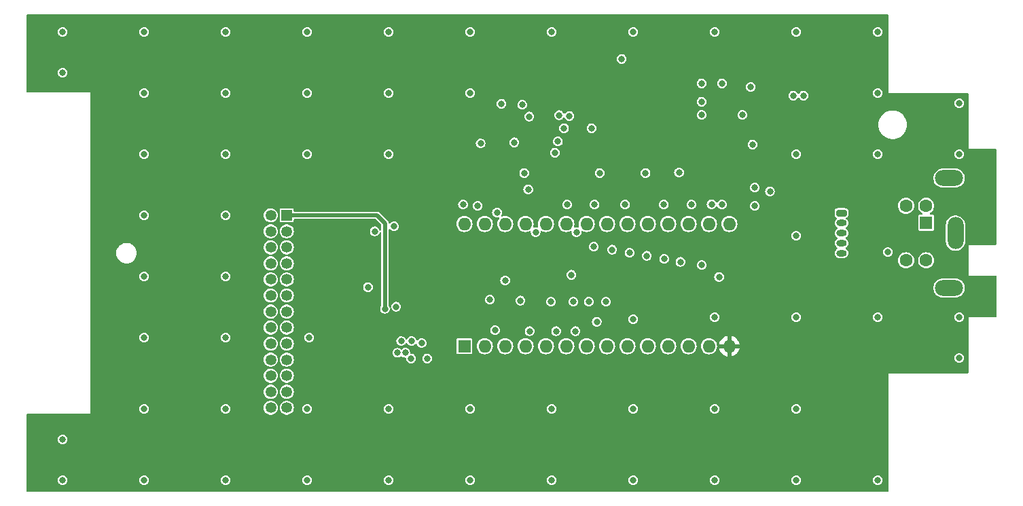
<source format=gbr>
G04 #@! TF.GenerationSoftware,KiCad,Pcbnew,7.0.7-146-g6b43bb8fe3*
G04 #@! TF.CreationDate,2023-09-29T14:39:13+01:00*
G04 #@! TF.ProjectId,Econet_A4,45636f6e-6574-45f4-9134-2e6b69636164,01*
G04 #@! TF.SameCoordinates,Original*
G04 #@! TF.FileFunction,Copper,L2,Inr*
G04 #@! TF.FilePolarity,Positive*
%FSLAX46Y46*%
G04 Gerber Fmt 4.6, Leading zero omitted, Abs format (unit mm)*
G04 Created by KiCad (PCBNEW 7.0.7-146-g6b43bb8fe3) date 2023-09-29 14:39:13*
%MOMM*%
%LPD*%
G01*
G04 APERTURE LIST*
G04 Aperture macros list*
%AMRoundRect*
0 Rectangle with rounded corners*
0 $1 Rounding radius*
0 $2 $3 $4 $5 $6 $7 $8 $9 X,Y pos of 4 corners*
0 Add a 4 corners polygon primitive as box body*
4,1,4,$2,$3,$4,$5,$6,$7,$8,$9,$2,$3,0*
0 Add four circle primitives for the rounded corners*
1,1,$1+$1,$2,$3*
1,1,$1+$1,$4,$5*
1,1,$1+$1,$6,$7*
1,1,$1+$1,$8,$9*
0 Add four rect primitives between the rounded corners*
20,1,$1+$1,$2,$3,$4,$5,0*
20,1,$1+$1,$4,$5,$6,$7,0*
20,1,$1+$1,$6,$7,$8,$9,0*
20,1,$1+$1,$8,$9,$2,$3,0*%
G04 Aperture macros list end*
G04 #@! TA.AperFunction,ComponentPad*
%ADD10RoundRect,0.200000X-0.450000X0.200000X-0.450000X-0.200000X0.450000X-0.200000X0.450000X0.200000X0*%
G04 #@! TD*
G04 #@! TA.AperFunction,ComponentPad*
%ADD11O,1.300000X0.800000*%
G04 #@! TD*
G04 #@! TA.AperFunction,ComponentPad*
%ADD12R,1.350000X1.350000*%
G04 #@! TD*
G04 #@! TA.AperFunction,ComponentPad*
%ADD13C,1.350000*%
G04 #@! TD*
G04 #@! TA.AperFunction,ComponentPad*
%ADD14R,1.600000X1.600000*%
G04 #@! TD*
G04 #@! TA.AperFunction,ComponentPad*
%ADD15O,1.600000X1.600000*%
G04 #@! TD*
G04 #@! TA.AperFunction,ComponentPad*
%ADD16C,1.600000*%
G04 #@! TD*
G04 #@! TA.AperFunction,ComponentPad*
%ADD17O,3.500000X2.000000*%
G04 #@! TD*
G04 #@! TA.AperFunction,ComponentPad*
%ADD18O,2.000000X4.000000*%
G04 #@! TD*
G04 #@! TA.AperFunction,ViaPad*
%ADD19C,0.800000*%
G04 #@! TD*
G04 #@! TA.AperFunction,Conductor*
%ADD20C,0.500000*%
G04 #@! TD*
G04 APERTURE END LIST*
D10*
X206607000Y-102745000D03*
D11*
X206607000Y-103995000D03*
X206607000Y-105245000D03*
X206607000Y-106495000D03*
X206607000Y-107745000D03*
D12*
X137475000Y-103029000D03*
D13*
X135475000Y-103029000D03*
X137475000Y-105029000D03*
X135475000Y-105029000D03*
X137475000Y-107029000D03*
X135475000Y-107029000D03*
X137475000Y-109029000D03*
X135475000Y-109029000D03*
X137475000Y-111029000D03*
X135475000Y-111029000D03*
X137475000Y-113029000D03*
X135475000Y-113029000D03*
X137475000Y-115029000D03*
X135475000Y-115029000D03*
X137475000Y-117029000D03*
X135475000Y-117029000D03*
X137475000Y-119029000D03*
X135475000Y-119029000D03*
X137475000Y-121029000D03*
X135475000Y-121029000D03*
X137475000Y-123029000D03*
X135475000Y-123029000D03*
X137475000Y-125029000D03*
X135475000Y-125029000D03*
X137475000Y-127029000D03*
X135475000Y-127029000D03*
D14*
X159615000Y-119347000D03*
D15*
X162155000Y-119347000D03*
X164695000Y-119347000D03*
X167235000Y-119347000D03*
X169775000Y-119347000D03*
X172315000Y-119347000D03*
X174855000Y-119347000D03*
X177395000Y-119347000D03*
X179935000Y-119347000D03*
X182475000Y-119347000D03*
X185015000Y-119347000D03*
X187555000Y-119347000D03*
X190095000Y-119347000D03*
X192635000Y-119347000D03*
X192635000Y-104107000D03*
X190095000Y-104107000D03*
X187555000Y-104107000D03*
X185015000Y-104107000D03*
X182475000Y-104107000D03*
X179935000Y-104107000D03*
X177395000Y-104107000D03*
X174855000Y-104107000D03*
X172315000Y-104107000D03*
X169775000Y-104107000D03*
X167235000Y-104107000D03*
X164695000Y-104107000D03*
X162155000Y-104107000D03*
X159615000Y-104107000D03*
D14*
X217169000Y-103945000D03*
D16*
X217169000Y-101845000D03*
X217169000Y-108645000D03*
X214669000Y-101845000D03*
X214669000Y-108645000D03*
D17*
X220019000Y-112095000D03*
D18*
X220819000Y-105245000D03*
D17*
X220019000Y-98395000D03*
D19*
X189180000Y-88867000D03*
X187910000Y-101694000D03*
X184481000Y-101694000D03*
X179655000Y-101694000D03*
X175845000Y-101694000D03*
X159446000Y-101694000D03*
X171273000Y-93820000D03*
X172416000Y-101694000D03*
X171428000Y-90553000D03*
X190815000Y-136049000D03*
X167708000Y-90719989D03*
X221295000Y-89059000D03*
X211135000Y-87789000D03*
X150175000Y-87789000D03*
X164240000Y-89121000D03*
X119695000Y-95409000D03*
X150175000Y-127159000D03*
X171047000Y-117477000D03*
X119695000Y-110649000D03*
X182350000Y-108079000D03*
X170412000Y-113794000D03*
X160335000Y-87789000D03*
X140015000Y-136049000D03*
X167745000Y-117477000D03*
X175746000Y-106936000D03*
X129855000Y-127159000D03*
X129855000Y-95409000D03*
X119695000Y-87789000D03*
X129855000Y-80169000D03*
X200975000Y-136049000D03*
X190815000Y-115729000D03*
X180655000Y-80169000D03*
X179226000Y-83533000D03*
X177270000Y-113794000D03*
X119695000Y-118269000D03*
X140269000Y-118269000D03*
X180191000Y-107698000D03*
X200975000Y-105569000D03*
X129855000Y-118269000D03*
X180655000Y-136049000D03*
X221295000Y-120809000D03*
X186541000Y-108841000D03*
X191720000Y-101694000D03*
X170495000Y-136049000D03*
X175111000Y-113794000D03*
X200975000Y-80169000D03*
X190815000Y-80169000D03*
X178032000Y-107317000D03*
X160335000Y-80169000D03*
X189180000Y-86581000D03*
X200975000Y-95409000D03*
X170495000Y-127159000D03*
X119695000Y-127159000D03*
X160335000Y-136049000D03*
X163675799Y-102673000D03*
X189208000Y-109222000D03*
X109535000Y-136049000D03*
X148441000Y-105031000D03*
X119695000Y-80169000D03*
X180655000Y-115983000D03*
X109535000Y-130969000D03*
X190815000Y-127159000D03*
X140015000Y-95409000D03*
X195812000Y-101856000D03*
X195312000Y-87027000D03*
X162792000Y-113540000D03*
X191720000Y-86581000D03*
X129855000Y-103029000D03*
X200975000Y-127159000D03*
X129855000Y-110649000D03*
X212405000Y-107601000D03*
X161642000Y-94074000D03*
X184509000Y-108460000D03*
X140015000Y-80169000D03*
X150175000Y-136049000D03*
X140015000Y-127159000D03*
X163427000Y-117350000D03*
X160335000Y-127159000D03*
X151108000Y-114429000D03*
X119695000Y-103029000D03*
X109535000Y-80169000D03*
X166602000Y-113667000D03*
X180655000Y-127159000D03*
X211135000Y-136049000D03*
X211135000Y-80169000D03*
X173460000Y-117477000D03*
X170495000Y-80169000D03*
X109535000Y-85249000D03*
X150854000Y-104396000D03*
X140015000Y-87789000D03*
X195812000Y-99570000D03*
X129855000Y-136049000D03*
X200975000Y-115729000D03*
X186370000Y-97695000D03*
X173206000Y-113794000D03*
X150175000Y-95409000D03*
X211135000Y-115729000D03*
X129855000Y-87789000D03*
X221295000Y-95409000D03*
X119695000Y-136049000D03*
X211135000Y-95409000D03*
X221295000Y-115729000D03*
X195530000Y-94201000D03*
X150175000Y-80169000D03*
X167573500Y-99789000D03*
X149711000Y-114683000D03*
X172701500Y-90645000D03*
X194260000Y-90518000D03*
X189180000Y-90518000D03*
X170892000Y-95217000D03*
X182195000Y-97757000D03*
X176480000Y-97757000D03*
X167070000Y-97757000D03*
X168495000Y-105123000D03*
X166828000Y-89248000D03*
X164695000Y-111145000D03*
X190426888Y-101647264D03*
X191365000Y-110711000D03*
X200610000Y-88105000D03*
X165837299Y-93942701D03*
X175464000Y-92169000D03*
X152241214Y-120171000D03*
X161264063Y-101848992D03*
X177750000Y-96995000D03*
X171400000Y-99408000D03*
X183465000Y-99281000D03*
X162994000Y-90698001D03*
X181714500Y-84752200D03*
X197754498Y-87109511D03*
X189815000Y-97249000D03*
X184481000Y-93947000D03*
X172372299Y-83828060D03*
X175464000Y-90518000D03*
X168860000Y-90137000D03*
X161864980Y-99027000D03*
X151241712Y-120171512D03*
X172035000Y-92169000D03*
X176115000Y-116299000D03*
X173585000Y-105123000D03*
X147595000Y-111981000D03*
X154281000Y-118963000D03*
X153025000Y-118709000D03*
X151741000Y-118709000D03*
X152975000Y-120871500D03*
X154975000Y-120871000D03*
X172955250Y-110451500D03*
X197710701Y-100038701D03*
X201880000Y-88105000D03*
D20*
X149711000Y-104015000D02*
X149711000Y-114683000D01*
X148725000Y-103029000D02*
X149711000Y-104015000D01*
X137475000Y-103029000D02*
X148725000Y-103029000D01*
X163018000Y-90698001D02*
X163018000Y-87178000D01*
X168860000Y-90137000D02*
X168860000Y-87219000D01*
X183465000Y-100833000D02*
X184481000Y-100833000D01*
X161868000Y-100833000D02*
X171400000Y-100833000D01*
X180925000Y-87178000D02*
X180925000Y-100833000D01*
X192635000Y-119347000D02*
X194309000Y-119347000D01*
X168860000Y-87219000D02*
X168901000Y-87178000D01*
X177750000Y-100789000D02*
X177706000Y-100833000D01*
X194962000Y-118694000D02*
X194962000Y-101759000D01*
X183465000Y-99281000D02*
X183465000Y-100833000D01*
X184481000Y-100833000D02*
X189815000Y-100833000D01*
X161868000Y-100833000D02*
X161868000Y-99030020D01*
X184481000Y-100833000D02*
X184481000Y-93947000D01*
X197754498Y-85503498D02*
X197754498Y-87109511D01*
X197003200Y-84752200D02*
X197754498Y-85503498D01*
X193912247Y-100797753D02*
X189850247Y-100797753D01*
X161868000Y-99030020D02*
X161864980Y-99027000D01*
X180925000Y-87178000D02*
X180925000Y-85541700D01*
X175464000Y-87178000D02*
X180925000Y-87178000D01*
X180925000Y-100833000D02*
X183465000Y-100833000D01*
X180925000Y-85541700D02*
X181714500Y-84752200D01*
X175464000Y-90518000D02*
X175464000Y-87178000D01*
X177750000Y-96995000D02*
X177750000Y-100789000D01*
X172533000Y-87178000D02*
X168901000Y-87178000D01*
X189815000Y-100833000D02*
X189815000Y-97249000D01*
X172533000Y-87178000D02*
X172533000Y-83988761D01*
X172533000Y-83988761D02*
X172372299Y-83828060D01*
X189850247Y-100797753D02*
X189815000Y-100833000D01*
X194873494Y-101759000D02*
X193912247Y-100797753D01*
X194309000Y-119347000D02*
X194962000Y-118694000D01*
X194962000Y-101759000D02*
X194873494Y-101759000D01*
X181714500Y-84752200D02*
X197003200Y-84752200D01*
X175464000Y-87178000D02*
X172533000Y-87178000D01*
X177706000Y-100833000D02*
X180925000Y-100833000D01*
X171400000Y-100833000D02*
X177706000Y-100833000D01*
X171400000Y-99408000D02*
X171400000Y-100833000D01*
X168901000Y-87178000D02*
X163018000Y-87178000D01*
G04 #@! TA.AperFunction,Conductor*
G36*
X212412539Y-77990185D02*
G01*
X212458294Y-78042989D01*
X212469500Y-78094500D01*
X212469500Y-87715264D01*
X212467398Y-87725832D01*
X212467399Y-87745000D01*
X212469500Y-87750073D01*
X212475482Y-87764516D01*
X212475483Y-87764517D01*
X212495000Y-87772601D01*
X212514177Y-87772601D01*
X212524739Y-87770500D01*
X222345500Y-87770500D01*
X222412539Y-87790185D01*
X222458294Y-87842989D01*
X222469500Y-87894500D01*
X222469500Y-94715264D01*
X222467398Y-94725832D01*
X222467399Y-94745000D01*
X222469500Y-94750073D01*
X222475482Y-94764516D01*
X222475483Y-94764517D01*
X222495000Y-94772601D01*
X222514177Y-94772601D01*
X222524739Y-94770500D01*
X225845500Y-94770500D01*
X225912539Y-94790185D01*
X225958294Y-94842989D01*
X225969500Y-94894500D01*
X225969500Y-106595500D01*
X225949815Y-106662539D01*
X225897011Y-106708294D01*
X225845500Y-106719500D01*
X222524738Y-106719500D01*
X222514176Y-106717399D01*
X222495000Y-106717399D01*
X222489928Y-106719500D01*
X222475482Y-106725483D01*
X222467399Y-106744999D01*
X222467399Y-106764177D01*
X222469500Y-106774738D01*
X222469500Y-110515264D01*
X222467398Y-110525832D01*
X222467399Y-110544999D01*
X222467399Y-110545000D01*
X222473594Y-110559956D01*
X222475483Y-110564517D01*
X222495000Y-110572601D01*
X222495000Y-110572600D01*
X222495002Y-110572601D01*
X222514177Y-110572601D01*
X222524739Y-110570500D01*
X225845500Y-110570500D01*
X225912539Y-110590185D01*
X225958294Y-110642989D01*
X225969500Y-110694500D01*
X225969500Y-115595500D01*
X225949815Y-115662539D01*
X225897011Y-115708294D01*
X225845500Y-115719500D01*
X222524738Y-115719500D01*
X222514176Y-115717399D01*
X222495000Y-115717399D01*
X222489928Y-115719500D01*
X222475482Y-115725483D01*
X222467399Y-115744999D01*
X222467399Y-115764177D01*
X222469500Y-115774738D01*
X222469500Y-122595500D01*
X222449815Y-122662539D01*
X222397011Y-122708294D01*
X222345500Y-122719500D01*
X212524738Y-122719500D01*
X212514176Y-122717399D01*
X212495000Y-122717399D01*
X212489928Y-122719500D01*
X212475482Y-122725483D01*
X212467399Y-122744999D01*
X212467399Y-122764177D01*
X212469500Y-122774738D01*
X212469500Y-137395500D01*
X212449815Y-137462539D01*
X212397011Y-137508294D01*
X212345500Y-137519500D01*
X105144500Y-137519500D01*
X105077461Y-137499815D01*
X105031706Y-137447011D01*
X105020500Y-137395500D01*
X105020500Y-136049001D01*
X108929318Y-136049001D01*
X108949955Y-136205760D01*
X108949956Y-136205762D01*
X109010464Y-136351841D01*
X109106718Y-136477282D01*
X109232159Y-136573536D01*
X109378238Y-136634044D01*
X109456619Y-136644363D01*
X109534999Y-136654682D01*
X109535000Y-136654682D01*
X109535001Y-136654682D01*
X109587254Y-136647802D01*
X109691762Y-136634044D01*
X109837841Y-136573536D01*
X109963282Y-136477282D01*
X110059536Y-136351841D01*
X110120044Y-136205762D01*
X110140682Y-136049001D01*
X119089318Y-136049001D01*
X119109955Y-136205760D01*
X119109956Y-136205762D01*
X119170464Y-136351841D01*
X119266718Y-136477282D01*
X119392159Y-136573536D01*
X119538238Y-136634044D01*
X119616619Y-136644363D01*
X119694999Y-136654682D01*
X119695000Y-136654682D01*
X119695001Y-136654682D01*
X119747254Y-136647802D01*
X119851762Y-136634044D01*
X119997841Y-136573536D01*
X120123282Y-136477282D01*
X120219536Y-136351841D01*
X120280044Y-136205762D01*
X120300682Y-136049001D01*
X129249318Y-136049001D01*
X129269955Y-136205760D01*
X129269956Y-136205762D01*
X129330464Y-136351841D01*
X129426718Y-136477282D01*
X129552159Y-136573536D01*
X129698238Y-136634044D01*
X129776619Y-136644363D01*
X129854999Y-136654682D01*
X129855000Y-136654682D01*
X129855001Y-136654682D01*
X129907254Y-136647802D01*
X130011762Y-136634044D01*
X130157841Y-136573536D01*
X130283282Y-136477282D01*
X130379536Y-136351841D01*
X130440044Y-136205762D01*
X130460682Y-136049001D01*
X139409318Y-136049001D01*
X139429955Y-136205760D01*
X139429956Y-136205762D01*
X139490464Y-136351841D01*
X139586718Y-136477282D01*
X139712159Y-136573536D01*
X139858238Y-136634044D01*
X139936619Y-136644363D01*
X140014999Y-136654682D01*
X140015000Y-136654682D01*
X140015001Y-136654682D01*
X140067254Y-136647802D01*
X140171762Y-136634044D01*
X140317841Y-136573536D01*
X140443282Y-136477282D01*
X140539536Y-136351841D01*
X140600044Y-136205762D01*
X140620682Y-136049001D01*
X149569318Y-136049001D01*
X149589955Y-136205760D01*
X149589956Y-136205762D01*
X149650464Y-136351841D01*
X149746718Y-136477282D01*
X149872159Y-136573536D01*
X150018238Y-136634044D01*
X150096619Y-136644363D01*
X150174999Y-136654682D01*
X150175000Y-136654682D01*
X150175001Y-136654682D01*
X150227254Y-136647802D01*
X150331762Y-136634044D01*
X150477841Y-136573536D01*
X150603282Y-136477282D01*
X150699536Y-136351841D01*
X150760044Y-136205762D01*
X150780682Y-136049001D01*
X159729318Y-136049001D01*
X159749955Y-136205760D01*
X159749956Y-136205762D01*
X159810464Y-136351841D01*
X159906718Y-136477282D01*
X160032159Y-136573536D01*
X160178238Y-136634044D01*
X160256619Y-136644363D01*
X160334999Y-136654682D01*
X160335000Y-136654682D01*
X160335001Y-136654682D01*
X160387254Y-136647802D01*
X160491762Y-136634044D01*
X160637841Y-136573536D01*
X160763282Y-136477282D01*
X160859536Y-136351841D01*
X160920044Y-136205762D01*
X160940682Y-136049001D01*
X169889318Y-136049001D01*
X169909955Y-136205760D01*
X169909956Y-136205762D01*
X169970464Y-136351841D01*
X170066718Y-136477282D01*
X170192159Y-136573536D01*
X170338238Y-136634044D01*
X170416619Y-136644363D01*
X170494999Y-136654682D01*
X170495000Y-136654682D01*
X170495001Y-136654682D01*
X170547254Y-136647802D01*
X170651762Y-136634044D01*
X170797841Y-136573536D01*
X170923282Y-136477282D01*
X171019536Y-136351841D01*
X171080044Y-136205762D01*
X171100682Y-136049001D01*
X180049318Y-136049001D01*
X180069955Y-136205760D01*
X180069956Y-136205762D01*
X180130464Y-136351841D01*
X180226718Y-136477282D01*
X180352159Y-136573536D01*
X180498238Y-136634044D01*
X180576619Y-136644363D01*
X180654999Y-136654682D01*
X180655000Y-136654682D01*
X180655001Y-136654682D01*
X180707254Y-136647802D01*
X180811762Y-136634044D01*
X180957841Y-136573536D01*
X181083282Y-136477282D01*
X181179536Y-136351841D01*
X181240044Y-136205762D01*
X181260682Y-136049001D01*
X190209318Y-136049001D01*
X190229955Y-136205760D01*
X190229956Y-136205762D01*
X190290464Y-136351841D01*
X190386718Y-136477282D01*
X190512159Y-136573536D01*
X190658238Y-136634044D01*
X190736619Y-136644363D01*
X190814999Y-136654682D01*
X190815000Y-136654682D01*
X190815001Y-136654682D01*
X190867254Y-136647802D01*
X190971762Y-136634044D01*
X191117841Y-136573536D01*
X191243282Y-136477282D01*
X191339536Y-136351841D01*
X191400044Y-136205762D01*
X191420682Y-136049001D01*
X200369318Y-136049001D01*
X200389955Y-136205760D01*
X200389956Y-136205762D01*
X200450464Y-136351841D01*
X200546718Y-136477282D01*
X200672159Y-136573536D01*
X200818238Y-136634044D01*
X200896619Y-136644363D01*
X200974999Y-136654682D01*
X200975000Y-136654682D01*
X200975001Y-136654682D01*
X201027254Y-136647802D01*
X201131762Y-136634044D01*
X201277841Y-136573536D01*
X201403282Y-136477282D01*
X201499536Y-136351841D01*
X201560044Y-136205762D01*
X201580682Y-136049001D01*
X210529318Y-136049001D01*
X210549955Y-136205760D01*
X210549956Y-136205762D01*
X210610464Y-136351841D01*
X210706718Y-136477282D01*
X210832159Y-136573536D01*
X210978238Y-136634044D01*
X211056619Y-136644363D01*
X211134999Y-136654682D01*
X211135000Y-136654682D01*
X211135001Y-136654682D01*
X211187254Y-136647802D01*
X211291762Y-136634044D01*
X211437841Y-136573536D01*
X211563282Y-136477282D01*
X211659536Y-136351841D01*
X211720044Y-136205762D01*
X211740682Y-136049000D01*
X211720044Y-135892238D01*
X211659536Y-135746159D01*
X211563282Y-135620718D01*
X211437841Y-135524464D01*
X211291762Y-135463956D01*
X211291760Y-135463955D01*
X211135001Y-135443318D01*
X211134999Y-135443318D01*
X210978239Y-135463955D01*
X210978237Y-135463956D01*
X210832160Y-135524463D01*
X210706718Y-135620718D01*
X210610463Y-135746160D01*
X210549956Y-135892237D01*
X210549955Y-135892239D01*
X210529318Y-136048998D01*
X210529318Y-136049001D01*
X201580682Y-136049001D01*
X201580682Y-136049000D01*
X201560044Y-135892238D01*
X201499536Y-135746159D01*
X201403282Y-135620718D01*
X201277841Y-135524464D01*
X201131762Y-135463956D01*
X201131760Y-135463955D01*
X200975001Y-135443318D01*
X200974999Y-135443318D01*
X200818239Y-135463955D01*
X200818237Y-135463956D01*
X200672160Y-135524463D01*
X200546718Y-135620718D01*
X200450463Y-135746160D01*
X200389956Y-135892237D01*
X200389955Y-135892239D01*
X200369318Y-136048998D01*
X200369318Y-136049001D01*
X191420682Y-136049001D01*
X191420682Y-136049000D01*
X191400044Y-135892238D01*
X191339536Y-135746159D01*
X191243282Y-135620718D01*
X191117841Y-135524464D01*
X190971762Y-135463956D01*
X190971760Y-135463955D01*
X190815001Y-135443318D01*
X190814999Y-135443318D01*
X190658239Y-135463955D01*
X190658237Y-135463956D01*
X190512160Y-135524463D01*
X190386718Y-135620718D01*
X190290463Y-135746160D01*
X190229956Y-135892237D01*
X190229955Y-135892239D01*
X190209318Y-136048998D01*
X190209318Y-136049001D01*
X181260682Y-136049001D01*
X181260682Y-136049000D01*
X181240044Y-135892238D01*
X181179536Y-135746159D01*
X181083282Y-135620718D01*
X180957841Y-135524464D01*
X180811762Y-135463956D01*
X180811760Y-135463955D01*
X180655001Y-135443318D01*
X180654999Y-135443318D01*
X180498239Y-135463955D01*
X180498237Y-135463956D01*
X180352160Y-135524463D01*
X180226718Y-135620718D01*
X180130463Y-135746160D01*
X180069956Y-135892237D01*
X180069955Y-135892239D01*
X180049318Y-136048998D01*
X180049318Y-136049001D01*
X171100682Y-136049001D01*
X171100682Y-136049000D01*
X171080044Y-135892238D01*
X171019536Y-135746159D01*
X170923282Y-135620718D01*
X170797841Y-135524464D01*
X170651762Y-135463956D01*
X170651760Y-135463955D01*
X170495001Y-135443318D01*
X170494999Y-135443318D01*
X170338239Y-135463955D01*
X170338237Y-135463956D01*
X170192160Y-135524463D01*
X170066718Y-135620718D01*
X169970463Y-135746160D01*
X169909956Y-135892237D01*
X169909955Y-135892239D01*
X169889318Y-136048998D01*
X169889318Y-136049001D01*
X160940682Y-136049001D01*
X160940682Y-136049000D01*
X160920044Y-135892238D01*
X160859536Y-135746159D01*
X160763282Y-135620718D01*
X160637841Y-135524464D01*
X160491762Y-135463956D01*
X160491760Y-135463955D01*
X160335001Y-135443318D01*
X160334999Y-135443318D01*
X160178239Y-135463955D01*
X160178237Y-135463956D01*
X160032160Y-135524463D01*
X159906718Y-135620718D01*
X159810463Y-135746160D01*
X159749956Y-135892237D01*
X159749955Y-135892239D01*
X159729318Y-136048998D01*
X159729318Y-136049001D01*
X150780682Y-136049001D01*
X150780682Y-136049000D01*
X150760044Y-135892238D01*
X150699536Y-135746159D01*
X150603282Y-135620718D01*
X150477841Y-135524464D01*
X150331762Y-135463956D01*
X150331760Y-135463955D01*
X150175001Y-135443318D01*
X150174999Y-135443318D01*
X150018239Y-135463955D01*
X150018237Y-135463956D01*
X149872160Y-135524463D01*
X149746718Y-135620718D01*
X149650463Y-135746160D01*
X149589956Y-135892237D01*
X149589955Y-135892239D01*
X149569318Y-136048998D01*
X149569318Y-136049001D01*
X140620682Y-136049001D01*
X140620682Y-136049000D01*
X140600044Y-135892238D01*
X140539536Y-135746159D01*
X140443282Y-135620718D01*
X140317841Y-135524464D01*
X140171762Y-135463956D01*
X140171760Y-135463955D01*
X140015001Y-135443318D01*
X140014999Y-135443318D01*
X139858239Y-135463955D01*
X139858237Y-135463956D01*
X139712160Y-135524463D01*
X139586718Y-135620718D01*
X139490463Y-135746160D01*
X139429956Y-135892237D01*
X139429955Y-135892239D01*
X139409318Y-136048998D01*
X139409318Y-136049001D01*
X130460682Y-136049001D01*
X130460682Y-136049000D01*
X130440044Y-135892238D01*
X130379536Y-135746159D01*
X130283282Y-135620718D01*
X130157841Y-135524464D01*
X130011762Y-135463956D01*
X130011760Y-135463955D01*
X129855001Y-135443318D01*
X129854999Y-135443318D01*
X129698239Y-135463955D01*
X129698237Y-135463956D01*
X129552160Y-135524463D01*
X129426718Y-135620718D01*
X129330463Y-135746160D01*
X129269956Y-135892237D01*
X129269955Y-135892239D01*
X129249318Y-136048998D01*
X129249318Y-136049001D01*
X120300682Y-136049001D01*
X120300682Y-136049000D01*
X120280044Y-135892238D01*
X120219536Y-135746159D01*
X120123282Y-135620718D01*
X119997841Y-135524464D01*
X119851762Y-135463956D01*
X119851760Y-135463955D01*
X119695001Y-135443318D01*
X119694999Y-135443318D01*
X119538239Y-135463955D01*
X119538237Y-135463956D01*
X119392160Y-135524463D01*
X119266718Y-135620718D01*
X119170463Y-135746160D01*
X119109956Y-135892237D01*
X119109955Y-135892239D01*
X119089318Y-136048998D01*
X119089318Y-136049001D01*
X110140682Y-136049001D01*
X110140682Y-136049000D01*
X110120044Y-135892238D01*
X110059536Y-135746159D01*
X109963282Y-135620718D01*
X109837841Y-135524464D01*
X109691762Y-135463956D01*
X109691760Y-135463955D01*
X109535001Y-135443318D01*
X109534999Y-135443318D01*
X109378239Y-135463955D01*
X109378237Y-135463956D01*
X109232160Y-135524463D01*
X109106718Y-135620718D01*
X109010463Y-135746160D01*
X108949956Y-135892237D01*
X108949955Y-135892239D01*
X108929318Y-136048998D01*
X108929318Y-136049001D01*
X105020500Y-136049001D01*
X105020500Y-130969001D01*
X108929318Y-130969001D01*
X108949955Y-131125760D01*
X108949956Y-131125762D01*
X109010464Y-131271841D01*
X109106718Y-131397282D01*
X109232159Y-131493536D01*
X109378238Y-131554044D01*
X109456619Y-131564363D01*
X109534999Y-131574682D01*
X109535000Y-131574682D01*
X109535001Y-131574682D01*
X109587254Y-131567802D01*
X109691762Y-131554044D01*
X109837841Y-131493536D01*
X109963282Y-131397282D01*
X110059536Y-131271841D01*
X110120044Y-131125762D01*
X110140682Y-130969000D01*
X110120044Y-130812238D01*
X110059536Y-130666159D01*
X109963282Y-130540718D01*
X109837841Y-130444464D01*
X109691762Y-130383956D01*
X109691760Y-130383955D01*
X109535001Y-130363318D01*
X109534999Y-130363318D01*
X109378239Y-130383955D01*
X109378237Y-130383956D01*
X109232160Y-130444463D01*
X109106718Y-130540718D01*
X109010463Y-130666160D01*
X108949956Y-130812237D01*
X108949955Y-130812239D01*
X108929318Y-130968998D01*
X108929318Y-130969001D01*
X105020500Y-130969001D01*
X105020500Y-127894500D01*
X105040185Y-127827461D01*
X105092989Y-127781706D01*
X105144500Y-127770500D01*
X112965261Y-127770500D01*
X112975823Y-127772601D01*
X112995000Y-127772601D01*
X113014517Y-127764517D01*
X113020500Y-127750072D01*
X113022601Y-127745000D01*
X113022600Y-127744997D01*
X113022601Y-127725832D01*
X113020500Y-127715264D01*
X113020500Y-127159001D01*
X119089318Y-127159001D01*
X119109955Y-127315760D01*
X119109956Y-127315762D01*
X119170464Y-127461841D01*
X119266718Y-127587282D01*
X119392159Y-127683536D01*
X119538238Y-127744044D01*
X119584033Y-127750073D01*
X119694999Y-127764682D01*
X119695000Y-127764682D01*
X119695001Y-127764682D01*
X119747254Y-127757802D01*
X119851762Y-127744044D01*
X119997841Y-127683536D01*
X120123282Y-127587282D01*
X120219536Y-127461841D01*
X120280044Y-127315762D01*
X120300682Y-127159001D01*
X129249318Y-127159001D01*
X129269955Y-127315760D01*
X129269956Y-127315762D01*
X129330464Y-127461841D01*
X129426718Y-127587282D01*
X129552159Y-127683536D01*
X129698238Y-127744044D01*
X129744033Y-127750073D01*
X129854999Y-127764682D01*
X129855000Y-127764682D01*
X129855001Y-127764682D01*
X129907254Y-127757802D01*
X130011762Y-127744044D01*
X130157841Y-127683536D01*
X130283282Y-127587282D01*
X130379536Y-127461841D01*
X130440044Y-127315762D01*
X130460682Y-127159000D01*
X130443567Y-127029000D01*
X134594678Y-127029000D01*
X134613915Y-127212029D01*
X134613916Y-127212032D01*
X134670783Y-127387053D01*
X134670786Y-127387059D01*
X134762805Y-127546440D01*
X134872327Y-127668077D01*
X134885949Y-127683206D01*
X134885951Y-127683208D01*
X135034834Y-127791378D01*
X135034835Y-127791378D01*
X135034839Y-127791381D01*
X135171953Y-127852428D01*
X135202961Y-127866234D01*
X135202966Y-127866236D01*
X135382981Y-127904500D01*
X135567019Y-127904500D01*
X135747034Y-127866236D01*
X135915161Y-127791381D01*
X136064050Y-127683207D01*
X136187195Y-127546440D01*
X136279214Y-127387059D01*
X136336085Y-127212029D01*
X136351679Y-127063655D01*
X136365862Y-127029184D01*
X136365676Y-127028814D01*
X136584137Y-127028814D01*
X136596977Y-127054312D01*
X136598319Y-127063646D01*
X136613915Y-127212029D01*
X136613916Y-127212032D01*
X136670783Y-127387053D01*
X136670786Y-127387059D01*
X136762805Y-127546440D01*
X136872327Y-127668077D01*
X136885949Y-127683206D01*
X136885951Y-127683208D01*
X137034834Y-127791378D01*
X137034835Y-127791378D01*
X137034839Y-127791381D01*
X137171953Y-127852428D01*
X137202961Y-127866234D01*
X137202966Y-127866236D01*
X137382981Y-127904500D01*
X137567019Y-127904500D01*
X137747034Y-127866236D01*
X137915161Y-127791381D01*
X138064050Y-127683207D01*
X138187195Y-127546440D01*
X138279214Y-127387059D01*
X138336085Y-127212029D01*
X138341658Y-127159001D01*
X139409318Y-127159001D01*
X139429955Y-127315760D01*
X139429956Y-127315762D01*
X139490464Y-127461841D01*
X139586718Y-127587282D01*
X139712159Y-127683536D01*
X139858238Y-127744044D01*
X139904033Y-127750073D01*
X140014999Y-127764682D01*
X140015000Y-127764682D01*
X140015001Y-127764682D01*
X140067254Y-127757802D01*
X140171762Y-127744044D01*
X140317841Y-127683536D01*
X140443282Y-127587282D01*
X140539536Y-127461841D01*
X140600044Y-127315762D01*
X140620682Y-127159001D01*
X149569318Y-127159001D01*
X149589955Y-127315760D01*
X149589956Y-127315762D01*
X149650464Y-127461841D01*
X149746718Y-127587282D01*
X149872159Y-127683536D01*
X150018238Y-127744044D01*
X150064033Y-127750073D01*
X150174999Y-127764682D01*
X150175000Y-127764682D01*
X150175001Y-127764682D01*
X150227254Y-127757802D01*
X150331762Y-127744044D01*
X150477841Y-127683536D01*
X150603282Y-127587282D01*
X150699536Y-127461841D01*
X150760044Y-127315762D01*
X150780682Y-127159001D01*
X159729318Y-127159001D01*
X159749955Y-127315760D01*
X159749956Y-127315762D01*
X159810464Y-127461841D01*
X159906718Y-127587282D01*
X160032159Y-127683536D01*
X160178238Y-127744044D01*
X160224033Y-127750073D01*
X160334999Y-127764682D01*
X160335000Y-127764682D01*
X160335001Y-127764682D01*
X160387254Y-127757802D01*
X160491762Y-127744044D01*
X160637841Y-127683536D01*
X160763282Y-127587282D01*
X160859536Y-127461841D01*
X160920044Y-127315762D01*
X160940682Y-127159001D01*
X169889318Y-127159001D01*
X169909955Y-127315760D01*
X169909956Y-127315762D01*
X169970464Y-127461841D01*
X170066718Y-127587282D01*
X170192159Y-127683536D01*
X170338238Y-127744044D01*
X170384033Y-127750073D01*
X170494999Y-127764682D01*
X170495000Y-127764682D01*
X170495001Y-127764682D01*
X170547254Y-127757802D01*
X170651762Y-127744044D01*
X170797841Y-127683536D01*
X170923282Y-127587282D01*
X171019536Y-127461841D01*
X171080044Y-127315762D01*
X171100682Y-127159001D01*
X180049318Y-127159001D01*
X180069955Y-127315760D01*
X180069956Y-127315762D01*
X180130464Y-127461841D01*
X180226718Y-127587282D01*
X180352159Y-127683536D01*
X180498238Y-127744044D01*
X180544033Y-127750073D01*
X180654999Y-127764682D01*
X180655000Y-127764682D01*
X180655001Y-127764682D01*
X180707254Y-127757802D01*
X180811762Y-127744044D01*
X180957841Y-127683536D01*
X181083282Y-127587282D01*
X181179536Y-127461841D01*
X181240044Y-127315762D01*
X181260682Y-127159001D01*
X190209318Y-127159001D01*
X190229955Y-127315760D01*
X190229956Y-127315762D01*
X190290464Y-127461841D01*
X190386718Y-127587282D01*
X190512159Y-127683536D01*
X190658238Y-127744044D01*
X190704033Y-127750073D01*
X190814999Y-127764682D01*
X190815000Y-127764682D01*
X190815001Y-127764682D01*
X190867254Y-127757802D01*
X190971762Y-127744044D01*
X191117841Y-127683536D01*
X191243282Y-127587282D01*
X191339536Y-127461841D01*
X191400044Y-127315762D01*
X191420682Y-127159001D01*
X200369318Y-127159001D01*
X200389955Y-127315760D01*
X200389956Y-127315762D01*
X200450464Y-127461841D01*
X200546718Y-127587282D01*
X200672159Y-127683536D01*
X200818238Y-127744044D01*
X200864033Y-127750073D01*
X200974999Y-127764682D01*
X200975000Y-127764682D01*
X200975001Y-127764682D01*
X201027254Y-127757802D01*
X201131762Y-127744044D01*
X201277841Y-127683536D01*
X201403282Y-127587282D01*
X201499536Y-127461841D01*
X201560044Y-127315762D01*
X201580682Y-127159000D01*
X201560044Y-127002238D01*
X201499536Y-126856159D01*
X201403282Y-126730718D01*
X201277841Y-126634464D01*
X201131762Y-126573956D01*
X201131760Y-126573955D01*
X200975001Y-126553318D01*
X200974999Y-126553318D01*
X200818239Y-126573955D01*
X200818237Y-126573956D01*
X200672160Y-126634463D01*
X200546718Y-126730718D01*
X200450463Y-126856160D01*
X200389956Y-127002237D01*
X200389955Y-127002239D01*
X200369318Y-127158998D01*
X200369318Y-127159001D01*
X191420682Y-127159001D01*
X191420682Y-127159000D01*
X191400044Y-127002238D01*
X191339536Y-126856159D01*
X191243282Y-126730718D01*
X191117841Y-126634464D01*
X190971762Y-126573956D01*
X190971760Y-126573955D01*
X190815001Y-126553318D01*
X190814999Y-126553318D01*
X190658239Y-126573955D01*
X190658237Y-126573956D01*
X190512160Y-126634463D01*
X190386718Y-126730718D01*
X190290463Y-126856160D01*
X190229956Y-127002237D01*
X190229955Y-127002239D01*
X190209318Y-127158998D01*
X190209318Y-127159001D01*
X181260682Y-127159001D01*
X181260682Y-127159000D01*
X181240044Y-127002238D01*
X181179536Y-126856159D01*
X181083282Y-126730718D01*
X180957841Y-126634464D01*
X180811762Y-126573956D01*
X180811760Y-126573955D01*
X180655001Y-126553318D01*
X180654999Y-126553318D01*
X180498239Y-126573955D01*
X180498237Y-126573956D01*
X180352160Y-126634463D01*
X180226718Y-126730718D01*
X180130463Y-126856160D01*
X180069956Y-127002237D01*
X180069955Y-127002239D01*
X180049318Y-127158998D01*
X180049318Y-127159001D01*
X171100682Y-127159001D01*
X171100682Y-127159000D01*
X171080044Y-127002238D01*
X171019536Y-126856159D01*
X170923282Y-126730718D01*
X170797841Y-126634464D01*
X170651762Y-126573956D01*
X170651760Y-126573955D01*
X170495001Y-126553318D01*
X170494999Y-126553318D01*
X170338239Y-126573955D01*
X170338237Y-126573956D01*
X170192160Y-126634463D01*
X170066718Y-126730718D01*
X169970463Y-126856160D01*
X169909956Y-127002237D01*
X169909955Y-127002239D01*
X169889318Y-127158998D01*
X169889318Y-127159001D01*
X160940682Y-127159001D01*
X160940682Y-127159000D01*
X160920044Y-127002238D01*
X160859536Y-126856159D01*
X160763282Y-126730718D01*
X160637841Y-126634464D01*
X160491762Y-126573956D01*
X160491760Y-126573955D01*
X160335001Y-126553318D01*
X160334999Y-126553318D01*
X160178239Y-126573955D01*
X160178237Y-126573956D01*
X160032160Y-126634463D01*
X159906718Y-126730718D01*
X159810463Y-126856160D01*
X159749956Y-127002237D01*
X159749955Y-127002239D01*
X159729318Y-127158998D01*
X159729318Y-127159001D01*
X150780682Y-127159001D01*
X150780682Y-127159000D01*
X150760044Y-127002238D01*
X150699536Y-126856159D01*
X150603282Y-126730718D01*
X150477841Y-126634464D01*
X150331762Y-126573956D01*
X150331760Y-126573955D01*
X150175001Y-126553318D01*
X150174999Y-126553318D01*
X150018239Y-126573955D01*
X150018237Y-126573956D01*
X149872160Y-126634463D01*
X149746718Y-126730718D01*
X149650463Y-126856160D01*
X149589956Y-127002237D01*
X149589955Y-127002239D01*
X149569318Y-127158998D01*
X149569318Y-127159001D01*
X140620682Y-127159001D01*
X140620682Y-127159000D01*
X140600044Y-127002238D01*
X140539536Y-126856159D01*
X140443282Y-126730718D01*
X140317841Y-126634464D01*
X140171762Y-126573956D01*
X140171760Y-126573955D01*
X140015001Y-126553318D01*
X140014999Y-126553318D01*
X139858239Y-126573955D01*
X139858237Y-126573956D01*
X139712160Y-126634463D01*
X139586718Y-126730718D01*
X139490463Y-126856160D01*
X139429956Y-127002237D01*
X139429955Y-127002239D01*
X139409318Y-127158998D01*
X139409318Y-127159001D01*
X138341658Y-127159001D01*
X138355322Y-127029000D01*
X138336085Y-126845971D01*
X138279214Y-126670941D01*
X138187195Y-126511560D01*
X138064050Y-126374793D01*
X138064048Y-126374791D01*
X137915165Y-126266621D01*
X137915162Y-126266619D01*
X137915161Y-126266619D01*
X137854112Y-126239438D01*
X137747038Y-126191765D01*
X137747033Y-126191763D01*
X137567019Y-126153500D01*
X137382981Y-126153500D01*
X137202966Y-126191763D01*
X137202961Y-126191765D01*
X137034839Y-126266619D01*
X137034834Y-126266621D01*
X136885951Y-126374791D01*
X136885949Y-126374793D01*
X136762804Y-126511561D01*
X136670786Y-126670940D01*
X136670783Y-126670946D01*
X136613916Y-126845967D01*
X136613915Y-126845971D01*
X136598321Y-126994342D01*
X136584137Y-127028814D01*
X136365676Y-127028814D01*
X136353023Y-127003687D01*
X136351679Y-126994342D01*
X136336085Y-126845971D01*
X136279214Y-126670941D01*
X136187195Y-126511560D01*
X136064050Y-126374793D01*
X136064048Y-126374791D01*
X135915165Y-126266621D01*
X135915162Y-126266619D01*
X135915161Y-126266619D01*
X135854112Y-126239438D01*
X135747038Y-126191765D01*
X135747033Y-126191763D01*
X135567019Y-126153500D01*
X135382981Y-126153500D01*
X135202966Y-126191763D01*
X135202961Y-126191765D01*
X135034839Y-126266619D01*
X135034834Y-126266621D01*
X134885951Y-126374791D01*
X134885949Y-126374793D01*
X134762804Y-126511561D01*
X134670786Y-126670940D01*
X134670783Y-126670946D01*
X134613916Y-126845967D01*
X134613915Y-126845971D01*
X134594678Y-127029000D01*
X130443567Y-127029000D01*
X130440044Y-127002238D01*
X130379536Y-126856159D01*
X130283282Y-126730718D01*
X130157841Y-126634464D01*
X130011762Y-126573956D01*
X130011760Y-126573955D01*
X129855001Y-126553318D01*
X129854999Y-126553318D01*
X129698239Y-126573955D01*
X129698237Y-126573956D01*
X129552160Y-126634463D01*
X129426718Y-126730718D01*
X129330463Y-126856160D01*
X129269956Y-127002237D01*
X129269955Y-127002239D01*
X129249318Y-127158998D01*
X129249318Y-127159001D01*
X120300682Y-127159001D01*
X120300682Y-127159000D01*
X120280044Y-127002238D01*
X120219536Y-126856159D01*
X120123282Y-126730718D01*
X119997841Y-126634464D01*
X119851762Y-126573956D01*
X119851760Y-126573955D01*
X119695001Y-126553318D01*
X119694999Y-126553318D01*
X119538239Y-126573955D01*
X119538237Y-126573956D01*
X119392160Y-126634463D01*
X119266718Y-126730718D01*
X119170463Y-126856160D01*
X119109956Y-127002237D01*
X119109955Y-127002239D01*
X119089318Y-127158998D01*
X119089318Y-127159001D01*
X113020500Y-127159001D01*
X113020500Y-125029000D01*
X134594678Y-125029000D01*
X134613915Y-125212029D01*
X134613916Y-125212032D01*
X134670783Y-125387053D01*
X134670786Y-125387059D01*
X134762805Y-125546440D01*
X134872327Y-125668077D01*
X134885949Y-125683206D01*
X134885951Y-125683208D01*
X135034834Y-125791378D01*
X135034835Y-125791378D01*
X135034839Y-125791381D01*
X135171953Y-125852428D01*
X135202961Y-125866234D01*
X135202966Y-125866236D01*
X135382981Y-125904500D01*
X135567019Y-125904500D01*
X135747034Y-125866236D01*
X135915161Y-125791381D01*
X136064050Y-125683207D01*
X136187195Y-125546440D01*
X136279214Y-125387059D01*
X136336085Y-125212029D01*
X136351679Y-125063655D01*
X136365862Y-125029184D01*
X136365676Y-125028814D01*
X136584137Y-125028814D01*
X136596977Y-125054312D01*
X136598319Y-125063646D01*
X136613915Y-125212029D01*
X136613916Y-125212032D01*
X136670783Y-125387053D01*
X136670786Y-125387059D01*
X136762805Y-125546440D01*
X136872327Y-125668077D01*
X136885949Y-125683206D01*
X136885951Y-125683208D01*
X137034834Y-125791378D01*
X137034835Y-125791378D01*
X137034839Y-125791381D01*
X137171953Y-125852428D01*
X137202961Y-125866234D01*
X137202966Y-125866236D01*
X137382981Y-125904500D01*
X137567019Y-125904500D01*
X137747034Y-125866236D01*
X137915161Y-125791381D01*
X138064050Y-125683207D01*
X138187195Y-125546440D01*
X138279214Y-125387059D01*
X138336085Y-125212029D01*
X138355322Y-125029000D01*
X138336085Y-124845971D01*
X138279214Y-124670941D01*
X138187195Y-124511560D01*
X138064050Y-124374793D01*
X138064048Y-124374791D01*
X137915165Y-124266621D01*
X137915162Y-124266619D01*
X137915161Y-124266619D01*
X137854112Y-124239438D01*
X137747038Y-124191765D01*
X137747033Y-124191763D01*
X137567019Y-124153500D01*
X137382981Y-124153500D01*
X137202966Y-124191763D01*
X137202961Y-124191765D01*
X137034839Y-124266619D01*
X137034834Y-124266621D01*
X136885951Y-124374791D01*
X136885949Y-124374793D01*
X136762804Y-124511561D01*
X136670786Y-124670940D01*
X136670783Y-124670946D01*
X136613916Y-124845967D01*
X136613915Y-124845971D01*
X136598321Y-124994342D01*
X136584137Y-125028814D01*
X136365676Y-125028814D01*
X136353023Y-125003687D01*
X136351679Y-124994342D01*
X136336085Y-124845971D01*
X136279214Y-124670941D01*
X136187195Y-124511560D01*
X136064050Y-124374793D01*
X136064048Y-124374791D01*
X135915165Y-124266621D01*
X135915162Y-124266619D01*
X135915161Y-124266619D01*
X135854112Y-124239438D01*
X135747038Y-124191765D01*
X135747033Y-124191763D01*
X135567019Y-124153500D01*
X135382981Y-124153500D01*
X135202966Y-124191763D01*
X135202961Y-124191765D01*
X135034839Y-124266619D01*
X135034834Y-124266621D01*
X134885951Y-124374791D01*
X134885949Y-124374793D01*
X134762804Y-124511561D01*
X134670786Y-124670940D01*
X134670783Y-124670946D01*
X134613916Y-124845967D01*
X134613915Y-124845971D01*
X134594678Y-125029000D01*
X113020500Y-125029000D01*
X113020500Y-123029000D01*
X134594678Y-123029000D01*
X134613915Y-123212029D01*
X134613916Y-123212032D01*
X134670783Y-123387053D01*
X134670786Y-123387059D01*
X134762805Y-123546440D01*
X134872327Y-123668077D01*
X134885949Y-123683206D01*
X134885951Y-123683208D01*
X135034834Y-123791378D01*
X135034835Y-123791378D01*
X135034839Y-123791381D01*
X135171953Y-123852428D01*
X135202961Y-123866234D01*
X135202966Y-123866236D01*
X135382981Y-123904500D01*
X135567019Y-123904500D01*
X135747034Y-123866236D01*
X135915161Y-123791381D01*
X136064050Y-123683207D01*
X136187195Y-123546440D01*
X136279214Y-123387059D01*
X136336085Y-123212029D01*
X136351679Y-123063655D01*
X136365862Y-123029184D01*
X136365676Y-123028814D01*
X136584137Y-123028814D01*
X136596977Y-123054312D01*
X136598319Y-123063646D01*
X136613915Y-123212029D01*
X136613916Y-123212032D01*
X136670783Y-123387053D01*
X136670786Y-123387059D01*
X136762805Y-123546440D01*
X136872327Y-123668077D01*
X136885949Y-123683206D01*
X136885951Y-123683208D01*
X137034834Y-123791378D01*
X137034835Y-123791378D01*
X137034839Y-123791381D01*
X137171953Y-123852428D01*
X137202961Y-123866234D01*
X137202966Y-123866236D01*
X137382981Y-123904500D01*
X137567019Y-123904500D01*
X137747034Y-123866236D01*
X137915161Y-123791381D01*
X138064050Y-123683207D01*
X138187195Y-123546440D01*
X138279214Y-123387059D01*
X138336085Y-123212029D01*
X138355322Y-123029000D01*
X138336085Y-122845971D01*
X138279214Y-122670941D01*
X138187195Y-122511560D01*
X138064050Y-122374793D01*
X138064048Y-122374791D01*
X137915165Y-122266621D01*
X137915162Y-122266619D01*
X137915161Y-122266619D01*
X137854112Y-122239438D01*
X137747038Y-122191765D01*
X137747033Y-122191763D01*
X137567019Y-122153500D01*
X137382981Y-122153500D01*
X137202966Y-122191763D01*
X137202961Y-122191765D01*
X137034839Y-122266619D01*
X137034834Y-122266621D01*
X136885951Y-122374791D01*
X136885949Y-122374793D01*
X136762804Y-122511561D01*
X136670786Y-122670940D01*
X136670783Y-122670946D01*
X136613916Y-122845967D01*
X136613915Y-122845971D01*
X136598321Y-122994342D01*
X136584137Y-123028814D01*
X136365676Y-123028814D01*
X136353023Y-123003687D01*
X136351679Y-122994342D01*
X136336085Y-122845971D01*
X136279214Y-122670941D01*
X136187195Y-122511560D01*
X136064050Y-122374793D01*
X136064048Y-122374791D01*
X135915165Y-122266621D01*
X135915162Y-122266619D01*
X135915161Y-122266619D01*
X135854112Y-122239438D01*
X135747038Y-122191765D01*
X135747033Y-122191763D01*
X135567019Y-122153500D01*
X135382981Y-122153500D01*
X135202966Y-122191763D01*
X135202961Y-122191765D01*
X135034839Y-122266619D01*
X135034834Y-122266621D01*
X134885951Y-122374791D01*
X134885949Y-122374793D01*
X134762804Y-122511561D01*
X134670786Y-122670940D01*
X134670783Y-122670946D01*
X134613916Y-122845967D01*
X134613915Y-122845971D01*
X134594678Y-123029000D01*
X113020500Y-123029000D01*
X113020500Y-121029000D01*
X134594678Y-121029000D01*
X134613915Y-121212029D01*
X134613916Y-121212032D01*
X134670783Y-121387053D01*
X134670786Y-121387059D01*
X134762805Y-121546440D01*
X134872327Y-121668077D01*
X134885949Y-121683206D01*
X134885951Y-121683208D01*
X135034834Y-121791378D01*
X135034835Y-121791378D01*
X135034839Y-121791381D01*
X135171953Y-121852428D01*
X135202961Y-121866234D01*
X135202966Y-121866236D01*
X135382981Y-121904500D01*
X135567019Y-121904500D01*
X135747034Y-121866236D01*
X135915161Y-121791381D01*
X136064050Y-121683207D01*
X136187195Y-121546440D01*
X136279214Y-121387059D01*
X136336085Y-121212029D01*
X136351679Y-121063655D01*
X136365862Y-121029184D01*
X136365676Y-121028814D01*
X136584137Y-121028814D01*
X136596977Y-121054312D01*
X136598319Y-121063646D01*
X136613915Y-121212029D01*
X136613916Y-121212032D01*
X136670783Y-121387053D01*
X136670786Y-121387059D01*
X136762805Y-121546440D01*
X136872327Y-121668077D01*
X136885949Y-121683206D01*
X136885951Y-121683208D01*
X137034834Y-121791378D01*
X137034835Y-121791378D01*
X137034839Y-121791381D01*
X137171953Y-121852428D01*
X137202961Y-121866234D01*
X137202966Y-121866236D01*
X137382981Y-121904500D01*
X137567019Y-121904500D01*
X137747034Y-121866236D01*
X137915161Y-121791381D01*
X138064050Y-121683207D01*
X138187195Y-121546440D01*
X138279214Y-121387059D01*
X138336085Y-121212029D01*
X138355322Y-121029000D01*
X138336085Y-120845971D01*
X138293444Y-120714737D01*
X138279216Y-120670946D01*
X138279213Y-120670940D01*
X138268416Y-120652239D01*
X138187195Y-120511560D01*
X138064050Y-120374793D01*
X138064048Y-120374791D01*
X137915165Y-120266621D01*
X137915162Y-120266619D01*
X137915161Y-120266619D01*
X137854112Y-120239438D01*
X137747038Y-120191765D01*
X137747033Y-120191763D01*
X137651764Y-120171513D01*
X150636030Y-120171513D01*
X150656667Y-120328272D01*
X150656668Y-120328274D01*
X150664282Y-120346657D01*
X150717176Y-120474353D01*
X150813430Y-120599794D01*
X150938871Y-120696048D01*
X151084950Y-120756556D01*
X151163331Y-120766875D01*
X151241711Y-120777194D01*
X151241712Y-120777194D01*
X151241713Y-120777194D01*
X151293966Y-120770314D01*
X151398474Y-120756556D01*
X151544553Y-120696048D01*
X151666313Y-120602618D01*
X151731478Y-120577426D01*
X151799923Y-120591464D01*
X151817282Y-120602620D01*
X151938371Y-120695535D01*
X151938372Y-120695535D01*
X151938373Y-120695536D01*
X152084452Y-120756044D01*
X152162833Y-120766363D01*
X152241213Y-120776682D01*
X152248090Y-120776682D01*
X152315129Y-120796367D01*
X152360884Y-120849171D01*
X152371029Y-120884497D01*
X152389955Y-121028260D01*
X152389956Y-121028262D01*
X152450464Y-121174341D01*
X152546718Y-121299782D01*
X152672159Y-121396036D01*
X152818238Y-121456544D01*
X152896619Y-121466863D01*
X152974999Y-121477182D01*
X152975000Y-121477182D01*
X152975001Y-121477182D01*
X153027254Y-121470302D01*
X153131762Y-121456544D01*
X153277841Y-121396036D01*
X153403282Y-121299782D01*
X153499536Y-121174341D01*
X153560044Y-121028262D01*
X153580682Y-120871500D01*
X153580616Y-120871001D01*
X154369318Y-120871001D01*
X154389955Y-121027760D01*
X154389956Y-121027762D01*
X154450464Y-121173841D01*
X154546718Y-121299282D01*
X154672159Y-121395536D01*
X154818238Y-121456044D01*
X154896619Y-121466363D01*
X154974999Y-121476682D01*
X154975000Y-121476682D01*
X154975001Y-121476682D01*
X155027254Y-121469802D01*
X155131762Y-121456044D01*
X155277841Y-121395536D01*
X155403282Y-121299282D01*
X155499536Y-121173841D01*
X155560044Y-121027762D01*
X155580616Y-120871500D01*
X155580682Y-120871001D01*
X155580682Y-120870998D01*
X155572520Y-120809001D01*
X220689318Y-120809001D01*
X220709955Y-120965760D01*
X220709956Y-120965762D01*
X220750505Y-121063657D01*
X220770464Y-121111841D01*
X220866718Y-121237282D01*
X220992159Y-121333536D01*
X221138238Y-121394044D01*
X221216619Y-121404363D01*
X221294999Y-121414682D01*
X221295000Y-121414682D01*
X221295001Y-121414682D01*
X221347254Y-121407802D01*
X221451762Y-121394044D01*
X221597841Y-121333536D01*
X221723282Y-121237282D01*
X221819536Y-121111841D01*
X221880044Y-120965762D01*
X221900682Y-120809000D01*
X221880044Y-120652238D01*
X221819536Y-120506159D01*
X221723282Y-120380718D01*
X221597841Y-120284464D01*
X221554764Y-120266621D01*
X221451762Y-120223956D01*
X221451760Y-120223955D01*
X221295001Y-120203318D01*
X221294999Y-120203318D01*
X221138239Y-120223955D01*
X221138237Y-120223956D01*
X220992160Y-120284463D01*
X220866718Y-120380718D01*
X220770463Y-120506160D01*
X220709956Y-120652237D01*
X220709955Y-120652239D01*
X220689318Y-120808998D01*
X220689318Y-120809001D01*
X155572520Y-120809001D01*
X155560044Y-120714239D01*
X155560044Y-120714238D01*
X155499536Y-120568159D01*
X155403282Y-120442718D01*
X155277841Y-120346464D01*
X155131762Y-120285956D01*
X155131760Y-120285955D01*
X154975001Y-120265318D01*
X154974999Y-120265318D01*
X154818239Y-120285955D01*
X154818237Y-120285956D01*
X154672160Y-120346463D01*
X154546718Y-120442718D01*
X154450463Y-120568160D01*
X154389956Y-120714237D01*
X154389955Y-120714239D01*
X154369318Y-120870998D01*
X154369318Y-120871001D01*
X153580616Y-120871001D01*
X153560044Y-120714739D01*
X153560044Y-120714738D01*
X153499536Y-120568659D01*
X153403282Y-120443218D01*
X153277841Y-120346964D01*
X153276631Y-120346463D01*
X153131762Y-120286456D01*
X153131760Y-120286455D01*
X152975002Y-120265818D01*
X152968124Y-120265818D01*
X152901085Y-120246133D01*
X152855330Y-120193329D01*
X152847698Y-120166752D01*
X158614500Y-120166752D01*
X158626131Y-120225229D01*
X158626132Y-120225230D01*
X158670447Y-120291552D01*
X158736769Y-120335867D01*
X158736770Y-120335868D01*
X158795247Y-120347499D01*
X158795250Y-120347500D01*
X158795252Y-120347500D01*
X160434750Y-120347500D01*
X160434751Y-120347499D01*
X160449568Y-120344552D01*
X160493229Y-120335868D01*
X160493229Y-120335867D01*
X160493231Y-120335867D01*
X160559552Y-120291552D01*
X160603867Y-120225231D01*
X160603867Y-120225229D01*
X160603868Y-120225229D01*
X160615499Y-120166752D01*
X160615500Y-120166750D01*
X160615500Y-119347000D01*
X161149659Y-119347000D01*
X161168975Y-119543129D01*
X161226188Y-119731733D01*
X161319086Y-119905532D01*
X161319090Y-119905539D01*
X161444116Y-120057883D01*
X161596460Y-120182909D01*
X161596467Y-120182913D01*
X161770266Y-120275811D01*
X161770269Y-120275811D01*
X161770273Y-120275814D01*
X161958868Y-120333024D01*
X162155000Y-120352341D01*
X162351132Y-120333024D01*
X162539727Y-120275814D01*
X162713538Y-120182910D01*
X162865883Y-120057883D01*
X162990910Y-119905538D01*
X163073488Y-119751046D01*
X163083811Y-119731733D01*
X163083811Y-119731732D01*
X163083814Y-119731727D01*
X163141024Y-119543132D01*
X163160341Y-119347000D01*
X163689659Y-119347000D01*
X163708975Y-119543129D01*
X163766188Y-119731733D01*
X163859086Y-119905532D01*
X163859090Y-119905539D01*
X163984116Y-120057883D01*
X164136460Y-120182909D01*
X164136467Y-120182913D01*
X164310266Y-120275811D01*
X164310269Y-120275811D01*
X164310273Y-120275814D01*
X164498868Y-120333024D01*
X164695000Y-120352341D01*
X164891132Y-120333024D01*
X165079727Y-120275814D01*
X165253538Y-120182910D01*
X165405883Y-120057883D01*
X165530910Y-119905538D01*
X165613488Y-119751046D01*
X165623811Y-119731733D01*
X165623811Y-119731732D01*
X165623814Y-119731727D01*
X165681024Y-119543132D01*
X165700341Y-119347000D01*
X166229659Y-119347000D01*
X166248975Y-119543129D01*
X166306188Y-119731733D01*
X166399086Y-119905532D01*
X166399090Y-119905539D01*
X166524116Y-120057883D01*
X166676460Y-120182909D01*
X166676467Y-120182913D01*
X166850266Y-120275811D01*
X166850269Y-120275811D01*
X166850273Y-120275814D01*
X167038868Y-120333024D01*
X167235000Y-120352341D01*
X167431132Y-120333024D01*
X167619727Y-120275814D01*
X167793538Y-120182910D01*
X167945883Y-120057883D01*
X168070910Y-119905538D01*
X168153488Y-119751046D01*
X168163811Y-119731733D01*
X168163811Y-119731732D01*
X168163814Y-119731727D01*
X168221024Y-119543132D01*
X168240341Y-119347000D01*
X168769659Y-119347000D01*
X168788975Y-119543129D01*
X168846188Y-119731733D01*
X168939086Y-119905532D01*
X168939090Y-119905539D01*
X169064116Y-120057883D01*
X169216460Y-120182909D01*
X169216467Y-120182913D01*
X169390266Y-120275811D01*
X169390269Y-120275811D01*
X169390273Y-120275814D01*
X169578868Y-120333024D01*
X169775000Y-120352341D01*
X169971132Y-120333024D01*
X170159727Y-120275814D01*
X170333538Y-120182910D01*
X170485883Y-120057883D01*
X170610910Y-119905538D01*
X170693488Y-119751046D01*
X170703811Y-119731733D01*
X170703811Y-119731732D01*
X170703814Y-119731727D01*
X170761024Y-119543132D01*
X170780341Y-119347000D01*
X171309659Y-119347000D01*
X171328975Y-119543129D01*
X171386188Y-119731733D01*
X171479086Y-119905532D01*
X171479090Y-119905539D01*
X171604116Y-120057883D01*
X171756460Y-120182909D01*
X171756467Y-120182913D01*
X171930266Y-120275811D01*
X171930269Y-120275811D01*
X171930273Y-120275814D01*
X172118868Y-120333024D01*
X172315000Y-120352341D01*
X172511132Y-120333024D01*
X172699727Y-120275814D01*
X172873538Y-120182910D01*
X173025883Y-120057883D01*
X173150910Y-119905538D01*
X173233488Y-119751046D01*
X173243811Y-119731733D01*
X173243811Y-119731732D01*
X173243814Y-119731727D01*
X173301024Y-119543132D01*
X173320341Y-119347000D01*
X173849659Y-119347000D01*
X173868975Y-119543129D01*
X173926188Y-119731733D01*
X174019086Y-119905532D01*
X174019090Y-119905539D01*
X174144116Y-120057883D01*
X174296460Y-120182909D01*
X174296467Y-120182913D01*
X174470266Y-120275811D01*
X174470269Y-120275811D01*
X174470273Y-120275814D01*
X174658868Y-120333024D01*
X174855000Y-120352341D01*
X175051132Y-120333024D01*
X175239727Y-120275814D01*
X175413538Y-120182910D01*
X175565883Y-120057883D01*
X175690910Y-119905538D01*
X175773488Y-119751046D01*
X175783811Y-119731733D01*
X175783811Y-119731732D01*
X175783814Y-119731727D01*
X175841024Y-119543132D01*
X175860341Y-119347000D01*
X176389659Y-119347000D01*
X176408975Y-119543129D01*
X176466188Y-119731733D01*
X176559086Y-119905532D01*
X176559090Y-119905539D01*
X176684116Y-120057883D01*
X176836460Y-120182909D01*
X176836467Y-120182913D01*
X177010266Y-120275811D01*
X177010269Y-120275811D01*
X177010273Y-120275814D01*
X177198868Y-120333024D01*
X177395000Y-120352341D01*
X177591132Y-120333024D01*
X177779727Y-120275814D01*
X177953538Y-120182910D01*
X178105883Y-120057883D01*
X178230910Y-119905538D01*
X178313488Y-119751046D01*
X178323811Y-119731733D01*
X178323811Y-119731732D01*
X178323814Y-119731727D01*
X178381024Y-119543132D01*
X178400341Y-119347000D01*
X178929659Y-119347000D01*
X178948975Y-119543129D01*
X179006188Y-119731733D01*
X179099086Y-119905532D01*
X179099090Y-119905539D01*
X179224116Y-120057883D01*
X179376460Y-120182909D01*
X179376467Y-120182913D01*
X179550266Y-120275811D01*
X179550269Y-120275811D01*
X179550273Y-120275814D01*
X179738868Y-120333024D01*
X179935000Y-120352341D01*
X180131132Y-120333024D01*
X180319727Y-120275814D01*
X180493538Y-120182910D01*
X180645883Y-120057883D01*
X180770910Y-119905538D01*
X180853488Y-119751046D01*
X180863811Y-119731733D01*
X180863811Y-119731732D01*
X180863814Y-119731727D01*
X180921024Y-119543132D01*
X180940341Y-119347000D01*
X181469659Y-119347000D01*
X181488975Y-119543129D01*
X181546188Y-119731733D01*
X181639086Y-119905532D01*
X181639090Y-119905539D01*
X181764116Y-120057883D01*
X181916460Y-120182909D01*
X181916467Y-120182913D01*
X182090266Y-120275811D01*
X182090269Y-120275811D01*
X182090273Y-120275814D01*
X182278868Y-120333024D01*
X182475000Y-120352341D01*
X182671132Y-120333024D01*
X182859727Y-120275814D01*
X183033538Y-120182910D01*
X183185883Y-120057883D01*
X183310910Y-119905538D01*
X183393488Y-119751046D01*
X183403811Y-119731733D01*
X183403811Y-119731732D01*
X183403814Y-119731727D01*
X183461024Y-119543132D01*
X183480341Y-119347000D01*
X184009659Y-119347000D01*
X184028975Y-119543129D01*
X184086188Y-119731733D01*
X184179086Y-119905532D01*
X184179090Y-119905539D01*
X184304116Y-120057883D01*
X184456460Y-120182909D01*
X184456467Y-120182913D01*
X184630266Y-120275811D01*
X184630269Y-120275811D01*
X184630273Y-120275814D01*
X184818868Y-120333024D01*
X185015000Y-120352341D01*
X185211132Y-120333024D01*
X185399727Y-120275814D01*
X185573538Y-120182910D01*
X185725883Y-120057883D01*
X185850910Y-119905538D01*
X185933488Y-119751046D01*
X185943811Y-119731733D01*
X185943811Y-119731732D01*
X185943814Y-119731727D01*
X186001024Y-119543132D01*
X186020341Y-119347000D01*
X186549659Y-119347000D01*
X186568975Y-119543129D01*
X186626188Y-119731733D01*
X186719086Y-119905532D01*
X186719090Y-119905539D01*
X186844116Y-120057883D01*
X186996460Y-120182909D01*
X186996467Y-120182913D01*
X187170266Y-120275811D01*
X187170269Y-120275811D01*
X187170273Y-120275814D01*
X187358868Y-120333024D01*
X187555000Y-120352341D01*
X187751132Y-120333024D01*
X187939727Y-120275814D01*
X188113538Y-120182910D01*
X188265883Y-120057883D01*
X188390910Y-119905538D01*
X188473488Y-119751046D01*
X188483811Y-119731733D01*
X188483811Y-119731732D01*
X188483814Y-119731727D01*
X188541024Y-119543132D01*
X188560341Y-119347000D01*
X189089659Y-119347000D01*
X189108975Y-119543129D01*
X189166188Y-119731733D01*
X189259086Y-119905532D01*
X189259090Y-119905539D01*
X189384116Y-120057883D01*
X189536460Y-120182909D01*
X189536467Y-120182913D01*
X189710266Y-120275811D01*
X189710269Y-120275811D01*
X189710273Y-120275814D01*
X189898868Y-120333024D01*
X190095000Y-120352341D01*
X190291132Y-120333024D01*
X190479727Y-120275814D01*
X190653538Y-120182910D01*
X190805883Y-120057883D01*
X190930910Y-119905538D01*
X191013488Y-119751046D01*
X191023811Y-119731733D01*
X191023811Y-119731732D01*
X191023814Y-119731727D01*
X191081024Y-119543132D01*
X191100341Y-119347000D01*
X191081024Y-119150868D01*
X191064683Y-119096999D01*
X191356127Y-119096999D01*
X191356128Y-119097000D01*
X192319314Y-119097000D01*
X192307359Y-119108955D01*
X192249835Y-119221852D01*
X192230014Y-119347000D01*
X192249835Y-119472148D01*
X192307359Y-119585045D01*
X192319314Y-119597000D01*
X191356128Y-119597000D01*
X191408730Y-119793317D01*
X191408734Y-119793326D01*
X191504865Y-119999482D01*
X191635342Y-120185820D01*
X191796179Y-120346657D01*
X191982517Y-120477134D01*
X192188673Y-120573265D01*
X192188682Y-120573269D01*
X192384999Y-120625872D01*
X192385000Y-120625871D01*
X192385000Y-119662686D01*
X192396955Y-119674641D01*
X192509852Y-119732165D01*
X192603519Y-119747000D01*
X192666481Y-119747000D01*
X192760148Y-119732165D01*
X192873045Y-119674641D01*
X192885000Y-119662686D01*
X192885000Y-120625872D01*
X193081317Y-120573269D01*
X193081326Y-120573265D01*
X193287482Y-120477134D01*
X193473820Y-120346657D01*
X193634657Y-120185820D01*
X193765134Y-119999482D01*
X193861265Y-119793326D01*
X193861269Y-119793317D01*
X193913872Y-119597000D01*
X192950686Y-119597000D01*
X192962641Y-119585045D01*
X193020165Y-119472148D01*
X193039986Y-119347000D01*
X193020165Y-119221852D01*
X192962641Y-119108955D01*
X192950686Y-119097000D01*
X193913872Y-119097000D01*
X193913872Y-119096999D01*
X193861269Y-118900682D01*
X193861265Y-118900673D01*
X193765134Y-118694517D01*
X193634657Y-118508179D01*
X193473820Y-118347342D01*
X193287482Y-118216865D01*
X193081328Y-118120734D01*
X192885000Y-118068127D01*
X192885000Y-119031314D01*
X192873045Y-119019359D01*
X192760148Y-118961835D01*
X192666481Y-118947000D01*
X192603519Y-118947000D01*
X192509852Y-118961835D01*
X192396955Y-119019359D01*
X192385000Y-119031314D01*
X192385000Y-118068127D01*
X192188671Y-118120734D01*
X191982517Y-118216865D01*
X191796179Y-118347342D01*
X191635342Y-118508179D01*
X191504865Y-118694517D01*
X191408734Y-118900673D01*
X191408730Y-118900682D01*
X191356127Y-119096999D01*
X191064683Y-119096999D01*
X191023814Y-118962273D01*
X191023811Y-118962269D01*
X191023811Y-118962266D01*
X190930913Y-118788467D01*
X190930909Y-118788460D01*
X190805883Y-118636116D01*
X190653539Y-118511090D01*
X190653532Y-118511086D01*
X190479733Y-118418188D01*
X190479727Y-118418186D01*
X190291132Y-118360976D01*
X190291129Y-118360975D01*
X190095000Y-118341659D01*
X189898870Y-118360975D01*
X189710266Y-118418188D01*
X189536467Y-118511086D01*
X189536460Y-118511090D01*
X189384116Y-118636116D01*
X189259090Y-118788460D01*
X189259086Y-118788467D01*
X189166188Y-118962266D01*
X189108975Y-119150870D01*
X189089659Y-119347000D01*
X188560341Y-119347000D01*
X188541024Y-119150868D01*
X188483814Y-118962273D01*
X188483811Y-118962269D01*
X188483811Y-118962266D01*
X188390913Y-118788467D01*
X188390909Y-118788460D01*
X188265883Y-118636116D01*
X188113539Y-118511090D01*
X188113532Y-118511086D01*
X187939733Y-118418188D01*
X187939727Y-118418186D01*
X187751132Y-118360976D01*
X187751129Y-118360975D01*
X187555000Y-118341659D01*
X187358870Y-118360975D01*
X187170266Y-118418188D01*
X186996467Y-118511086D01*
X186996460Y-118511090D01*
X186844116Y-118636116D01*
X186719090Y-118788460D01*
X186719086Y-118788467D01*
X186626188Y-118962266D01*
X186568975Y-119150870D01*
X186549659Y-119347000D01*
X186020341Y-119347000D01*
X186001024Y-119150868D01*
X185943814Y-118962273D01*
X185943811Y-118962269D01*
X185943811Y-118962266D01*
X185850913Y-118788467D01*
X185850909Y-118788460D01*
X185725883Y-118636116D01*
X185573539Y-118511090D01*
X185573532Y-118511086D01*
X185399733Y-118418188D01*
X185399727Y-118418186D01*
X185211132Y-118360976D01*
X185211129Y-118360975D01*
X185015000Y-118341659D01*
X184818870Y-118360975D01*
X184630266Y-118418188D01*
X184456467Y-118511086D01*
X184456460Y-118511090D01*
X184304116Y-118636116D01*
X184179090Y-118788460D01*
X184179086Y-118788467D01*
X184086188Y-118962266D01*
X184028975Y-119150870D01*
X184009659Y-119347000D01*
X183480341Y-119347000D01*
X183461024Y-119150868D01*
X183403814Y-118962273D01*
X183403811Y-118962269D01*
X183403811Y-118962266D01*
X183310913Y-118788467D01*
X183310909Y-118788460D01*
X183185883Y-118636116D01*
X183033539Y-118511090D01*
X183033532Y-118511086D01*
X182859733Y-118418188D01*
X182859727Y-118418186D01*
X182671132Y-118360976D01*
X182671129Y-118360975D01*
X182475000Y-118341659D01*
X182278870Y-118360975D01*
X182090266Y-118418188D01*
X181916467Y-118511086D01*
X181916460Y-118511090D01*
X181764116Y-118636116D01*
X181639090Y-118788460D01*
X181639086Y-118788467D01*
X181546188Y-118962266D01*
X181488975Y-119150870D01*
X181469659Y-119347000D01*
X180940341Y-119347000D01*
X180921024Y-119150868D01*
X180863814Y-118962273D01*
X180863811Y-118962269D01*
X180863811Y-118962266D01*
X180770913Y-118788467D01*
X180770909Y-118788460D01*
X180645883Y-118636116D01*
X180493539Y-118511090D01*
X180493532Y-118511086D01*
X180319733Y-118418188D01*
X180319727Y-118418186D01*
X180131132Y-118360976D01*
X180131129Y-118360975D01*
X179935000Y-118341659D01*
X179738870Y-118360975D01*
X179550266Y-118418188D01*
X179376467Y-118511086D01*
X179376460Y-118511090D01*
X179224116Y-118636116D01*
X179099090Y-118788460D01*
X179099086Y-118788467D01*
X179006188Y-118962266D01*
X178948975Y-119150870D01*
X178929659Y-119347000D01*
X178400341Y-119347000D01*
X178381024Y-119150868D01*
X178323814Y-118962273D01*
X178323811Y-118962269D01*
X178323811Y-118962266D01*
X178230913Y-118788467D01*
X178230909Y-118788460D01*
X178105883Y-118636116D01*
X177953539Y-118511090D01*
X177953532Y-118511086D01*
X177779733Y-118418188D01*
X177779727Y-118418186D01*
X177591132Y-118360976D01*
X177591129Y-118360975D01*
X177395000Y-118341659D01*
X177198870Y-118360975D01*
X177010266Y-118418188D01*
X176836467Y-118511086D01*
X176836460Y-118511090D01*
X176684116Y-118636116D01*
X176559090Y-118788460D01*
X176559086Y-118788467D01*
X176466188Y-118962266D01*
X176408975Y-119150870D01*
X176389659Y-119347000D01*
X175860341Y-119347000D01*
X175841024Y-119150868D01*
X175783814Y-118962273D01*
X175783811Y-118962269D01*
X175783811Y-118962266D01*
X175690913Y-118788467D01*
X175690909Y-118788460D01*
X175565883Y-118636116D01*
X175413539Y-118511090D01*
X175413532Y-118511086D01*
X175239733Y-118418188D01*
X175239727Y-118418186D01*
X175051132Y-118360976D01*
X175051129Y-118360975D01*
X174855000Y-118341659D01*
X174658870Y-118360975D01*
X174470266Y-118418188D01*
X174296467Y-118511086D01*
X174296460Y-118511090D01*
X174144116Y-118636116D01*
X174019090Y-118788460D01*
X174019086Y-118788467D01*
X173926188Y-118962266D01*
X173868975Y-119150870D01*
X173849659Y-119347000D01*
X173320341Y-119347000D01*
X173301024Y-119150868D01*
X173243814Y-118962273D01*
X173243811Y-118962269D01*
X173243811Y-118962266D01*
X173150913Y-118788467D01*
X173150909Y-118788460D01*
X173025883Y-118636116D01*
X172873539Y-118511090D01*
X172873532Y-118511086D01*
X172699733Y-118418188D01*
X172699727Y-118418186D01*
X172511132Y-118360976D01*
X172511129Y-118360975D01*
X172315000Y-118341659D01*
X172118870Y-118360975D01*
X171930266Y-118418188D01*
X171756467Y-118511086D01*
X171756460Y-118511090D01*
X171604116Y-118636116D01*
X171479090Y-118788460D01*
X171479086Y-118788467D01*
X171386188Y-118962266D01*
X171328975Y-119150870D01*
X171309659Y-119347000D01*
X170780341Y-119347000D01*
X170761024Y-119150868D01*
X170703814Y-118962273D01*
X170703811Y-118962269D01*
X170703811Y-118962266D01*
X170610913Y-118788467D01*
X170610909Y-118788460D01*
X170485883Y-118636116D01*
X170333539Y-118511090D01*
X170333532Y-118511086D01*
X170159733Y-118418188D01*
X170159727Y-118418186D01*
X169971132Y-118360976D01*
X169971129Y-118360975D01*
X169775000Y-118341659D01*
X169578870Y-118360975D01*
X169390266Y-118418188D01*
X169216467Y-118511086D01*
X169216460Y-118511090D01*
X169064116Y-118636116D01*
X168939090Y-118788460D01*
X168939086Y-118788467D01*
X168846188Y-118962266D01*
X168788975Y-119150870D01*
X168769659Y-119347000D01*
X168240341Y-119347000D01*
X168221024Y-119150868D01*
X168163814Y-118962273D01*
X168163811Y-118962269D01*
X168163811Y-118962266D01*
X168070913Y-118788467D01*
X168070909Y-118788460D01*
X167945883Y-118636116D01*
X167793539Y-118511090D01*
X167793532Y-118511086D01*
X167619733Y-118418188D01*
X167619727Y-118418186D01*
X167431132Y-118360976D01*
X167431129Y-118360975D01*
X167235000Y-118341659D01*
X167038870Y-118360975D01*
X166850266Y-118418188D01*
X166676467Y-118511086D01*
X166676460Y-118511090D01*
X166524116Y-118636116D01*
X166399090Y-118788460D01*
X166399086Y-118788467D01*
X166306188Y-118962266D01*
X166248975Y-119150870D01*
X166229659Y-119347000D01*
X165700341Y-119347000D01*
X165681024Y-119150868D01*
X165623814Y-118962273D01*
X165623811Y-118962269D01*
X165623811Y-118962266D01*
X165530913Y-118788467D01*
X165530909Y-118788460D01*
X165405883Y-118636116D01*
X165253539Y-118511090D01*
X165253532Y-118511086D01*
X165079733Y-118418188D01*
X165079727Y-118418186D01*
X164891132Y-118360976D01*
X164891129Y-118360975D01*
X164695000Y-118341659D01*
X164498870Y-118360975D01*
X164310266Y-118418188D01*
X164136467Y-118511086D01*
X164136460Y-118511090D01*
X163984116Y-118636116D01*
X163859090Y-118788460D01*
X163859086Y-118788467D01*
X163766188Y-118962266D01*
X163708975Y-119150870D01*
X163689659Y-119347000D01*
X163160341Y-119347000D01*
X163141024Y-119150868D01*
X163083814Y-118962273D01*
X163083811Y-118962269D01*
X163083811Y-118962266D01*
X162990913Y-118788467D01*
X162990909Y-118788460D01*
X162865883Y-118636116D01*
X162713539Y-118511090D01*
X162713532Y-118511086D01*
X162539733Y-118418188D01*
X162539727Y-118418186D01*
X162351132Y-118360976D01*
X162351129Y-118360975D01*
X162155000Y-118341659D01*
X161958870Y-118360975D01*
X161770266Y-118418188D01*
X161596467Y-118511086D01*
X161596460Y-118511090D01*
X161444116Y-118636116D01*
X161319090Y-118788460D01*
X161319086Y-118788467D01*
X161226188Y-118962266D01*
X161168975Y-119150870D01*
X161149659Y-119347000D01*
X160615500Y-119347000D01*
X160615500Y-118527249D01*
X160615499Y-118527247D01*
X160603868Y-118468770D01*
X160603867Y-118468769D01*
X160559552Y-118402447D01*
X160493230Y-118358132D01*
X160493229Y-118358131D01*
X160434752Y-118346500D01*
X160434748Y-118346500D01*
X158795252Y-118346500D01*
X158795247Y-118346500D01*
X158736770Y-118358131D01*
X158736769Y-118358132D01*
X158670447Y-118402447D01*
X158626132Y-118468769D01*
X158626131Y-118468770D01*
X158614500Y-118527247D01*
X158614500Y-120166752D01*
X152847698Y-120166752D01*
X152845185Y-120158003D01*
X152832004Y-120057883D01*
X152826258Y-120014238D01*
X152765750Y-119868159D01*
X152669496Y-119742718D01*
X152544055Y-119646464D01*
X152397976Y-119585956D01*
X152397974Y-119585955D01*
X152241215Y-119565318D01*
X152241213Y-119565318D01*
X152084453Y-119585955D01*
X152084451Y-119585956D01*
X151938371Y-119646464D01*
X151816615Y-119739891D01*
X151751446Y-119765085D01*
X151683001Y-119751046D01*
X151665643Y-119739891D01*
X151544554Y-119646976D01*
X151398474Y-119586468D01*
X151398472Y-119586467D01*
X151241713Y-119565830D01*
X151241711Y-119565830D01*
X151084951Y-119586467D01*
X151084949Y-119586468D01*
X150938872Y-119646975D01*
X150813430Y-119743230D01*
X150717175Y-119868672D01*
X150656668Y-120014749D01*
X150656667Y-120014751D01*
X150636030Y-120171510D01*
X150636030Y-120171513D01*
X137651764Y-120171513D01*
X137567019Y-120153500D01*
X137382981Y-120153500D01*
X137202966Y-120191763D01*
X137202961Y-120191765D01*
X137034839Y-120266619D01*
X137034834Y-120266621D01*
X136885951Y-120374791D01*
X136885949Y-120374793D01*
X136762804Y-120511561D01*
X136670786Y-120670940D01*
X136670783Y-120670946D01*
X136625927Y-120809001D01*
X136613915Y-120845971D01*
X136611232Y-120871500D01*
X136598321Y-120994342D01*
X136584137Y-121028814D01*
X136365676Y-121028814D01*
X136353023Y-121003687D01*
X136351679Y-120994342D01*
X136348675Y-120965760D01*
X136336085Y-120845971D01*
X136293444Y-120714737D01*
X136279216Y-120670946D01*
X136279213Y-120670940D01*
X136268416Y-120652239D01*
X136187195Y-120511560D01*
X136064050Y-120374793D01*
X136064048Y-120374791D01*
X135915165Y-120266621D01*
X135915162Y-120266619D01*
X135915161Y-120266619D01*
X135854112Y-120239438D01*
X135747038Y-120191765D01*
X135747033Y-120191763D01*
X135567019Y-120153500D01*
X135382981Y-120153500D01*
X135202966Y-120191763D01*
X135202961Y-120191765D01*
X135034839Y-120266619D01*
X135034834Y-120266621D01*
X134885951Y-120374791D01*
X134885949Y-120374793D01*
X134762804Y-120511561D01*
X134670786Y-120670940D01*
X134670783Y-120670946D01*
X134625927Y-120809001D01*
X134613915Y-120845971D01*
X134594678Y-121029000D01*
X113020500Y-121029000D01*
X113020500Y-119029000D01*
X134594678Y-119029000D01*
X134613915Y-119212029D01*
X134613916Y-119212032D01*
X134670783Y-119387053D01*
X134670786Y-119387059D01*
X134762805Y-119546440D01*
X134852866Y-119646463D01*
X134885949Y-119683206D01*
X134885951Y-119683208D01*
X135034834Y-119791378D01*
X135034835Y-119791378D01*
X135034839Y-119791381D01*
X135171953Y-119852428D01*
X135202961Y-119866234D01*
X135202966Y-119866236D01*
X135382981Y-119904500D01*
X135567019Y-119904500D01*
X135747034Y-119866236D01*
X135915161Y-119791381D01*
X136064050Y-119683207D01*
X136187195Y-119546440D01*
X136279214Y-119387059D01*
X136336085Y-119212029D01*
X136351679Y-119063655D01*
X136365862Y-119029184D01*
X136365676Y-119028814D01*
X136584137Y-119028814D01*
X136596977Y-119054312D01*
X136598319Y-119063646D01*
X136613915Y-119212029D01*
X136613916Y-119212032D01*
X136670783Y-119387053D01*
X136670786Y-119387059D01*
X136762805Y-119546440D01*
X136852866Y-119646463D01*
X136885949Y-119683206D01*
X136885951Y-119683208D01*
X137034834Y-119791378D01*
X137034835Y-119791378D01*
X137034839Y-119791381D01*
X137171953Y-119852428D01*
X137202961Y-119866234D01*
X137202966Y-119866236D01*
X137382981Y-119904500D01*
X137567019Y-119904500D01*
X137747034Y-119866236D01*
X137915161Y-119791381D01*
X138064050Y-119683207D01*
X138187195Y-119546440D01*
X138279214Y-119387059D01*
X138336085Y-119212029D01*
X138355322Y-119029000D01*
X138336085Y-118845971D01*
X138287773Y-118697282D01*
X138279216Y-118670946D01*
X138279213Y-118670940D01*
X138187195Y-118511560D01*
X138064050Y-118374793D01*
X138064048Y-118374791D01*
X137918441Y-118269001D01*
X139663318Y-118269001D01*
X139683955Y-118425760D01*
X139683956Y-118425762D01*
X139736344Y-118552239D01*
X139744464Y-118571841D01*
X139840718Y-118697282D01*
X139966159Y-118793536D01*
X140112238Y-118854044D01*
X140190619Y-118864363D01*
X140268999Y-118874682D01*
X140269000Y-118874682D01*
X140269001Y-118874682D01*
X140336754Y-118865762D01*
X140425762Y-118854044D01*
X140571841Y-118793536D01*
X140682009Y-118709001D01*
X151135318Y-118709001D01*
X151155955Y-118865760D01*
X151155956Y-118865762D01*
X151210225Y-118996780D01*
X151216464Y-119011841D01*
X151312718Y-119137282D01*
X151438159Y-119233536D01*
X151584238Y-119294044D01*
X151662619Y-119304363D01*
X151740999Y-119314682D01*
X151741000Y-119314682D01*
X151741001Y-119314682D01*
X151793254Y-119307802D01*
X151897762Y-119294044D01*
X152043841Y-119233536D01*
X152169282Y-119137282D01*
X152265536Y-119011841D01*
X152268439Y-119004833D01*
X152312279Y-118950429D01*
X152378573Y-118928364D01*
X152446273Y-118945643D01*
X152493883Y-118996780D01*
X152497561Y-119004833D01*
X152500462Y-119011838D01*
X152500463Y-119011839D01*
X152500464Y-119011841D01*
X152596718Y-119137282D01*
X152722159Y-119233536D01*
X152868238Y-119294044D01*
X152946619Y-119304363D01*
X153024999Y-119314682D01*
X153025000Y-119314682D01*
X153025001Y-119314682D01*
X153077254Y-119307802D01*
X153181762Y-119294044D01*
X153327841Y-119233536D01*
X153453282Y-119137282D01*
X153484848Y-119096143D01*
X153541276Y-119054941D01*
X153611022Y-119050786D01*
X153671942Y-119084998D01*
X153697784Y-119124176D01*
X153756464Y-119265841D01*
X153852718Y-119391282D01*
X153978159Y-119487536D01*
X154124238Y-119548044D01*
X154202619Y-119558363D01*
X154280999Y-119568682D01*
X154281000Y-119568682D01*
X154281001Y-119568682D01*
X154333254Y-119561802D01*
X154437762Y-119548044D01*
X154583841Y-119487536D01*
X154709282Y-119391282D01*
X154805536Y-119265841D01*
X154866044Y-119119762D01*
X154881175Y-119004833D01*
X154886682Y-118963001D01*
X154886682Y-118962998D01*
X154866044Y-118806239D01*
X154866044Y-118806238D01*
X154805536Y-118660159D01*
X154709282Y-118534718D01*
X154583841Y-118438464D01*
X154534890Y-118418188D01*
X154437762Y-118377956D01*
X154437760Y-118377955D01*
X154281001Y-118357318D01*
X154280999Y-118357318D01*
X154124239Y-118377955D01*
X154124237Y-118377956D01*
X153978160Y-118438463D01*
X153852716Y-118534719D01*
X153821149Y-118575858D01*
X153764720Y-118617059D01*
X153694974Y-118621212D01*
X153634055Y-118586999D01*
X153608214Y-118547821D01*
X153593194Y-118511560D01*
X153549536Y-118406159D01*
X153453282Y-118280718D01*
X153327841Y-118184464D01*
X153253087Y-118153500D01*
X153181762Y-118123956D01*
X153181760Y-118123955D01*
X153025001Y-118103318D01*
X153024999Y-118103318D01*
X152868239Y-118123955D01*
X152868237Y-118123956D01*
X152722160Y-118184463D01*
X152596718Y-118280718D01*
X152500462Y-118406161D01*
X152497560Y-118413169D01*
X152453718Y-118467571D01*
X152387424Y-118489635D01*
X152319725Y-118472355D01*
X152272115Y-118421217D01*
X152268440Y-118413169D01*
X152265537Y-118406161D01*
X152265536Y-118406160D01*
X152265536Y-118406159D01*
X152169282Y-118280718D01*
X152043841Y-118184464D01*
X151969087Y-118153500D01*
X151897762Y-118123956D01*
X151897760Y-118123955D01*
X151741001Y-118103318D01*
X151740999Y-118103318D01*
X151584239Y-118123955D01*
X151584237Y-118123956D01*
X151438160Y-118184463D01*
X151312718Y-118280718D01*
X151216463Y-118406160D01*
X151155956Y-118552237D01*
X151155955Y-118552239D01*
X151135318Y-118708998D01*
X151135318Y-118709001D01*
X140682009Y-118709001D01*
X140697282Y-118697282D01*
X140793536Y-118571841D01*
X140854044Y-118425762D01*
X140874682Y-118269000D01*
X140854044Y-118112238D01*
X140793536Y-117966159D01*
X140697282Y-117840718D01*
X140571841Y-117744464D01*
X140425762Y-117683956D01*
X140425760Y-117683955D01*
X140269001Y-117663318D01*
X140268999Y-117663318D01*
X140112239Y-117683955D01*
X140112237Y-117683956D01*
X139966160Y-117744463D01*
X139840718Y-117840718D01*
X139744463Y-117966160D01*
X139683956Y-118112237D01*
X139683955Y-118112239D01*
X139663318Y-118268998D01*
X139663318Y-118269001D01*
X137918441Y-118269001D01*
X137915165Y-118266621D01*
X137915162Y-118266619D01*
X137915161Y-118266619D01*
X137854112Y-118239438D01*
X137747038Y-118191765D01*
X137747033Y-118191763D01*
X137567019Y-118153500D01*
X137382981Y-118153500D01*
X137202966Y-118191763D01*
X137202961Y-118191765D01*
X137034839Y-118266619D01*
X137034834Y-118266621D01*
X136885951Y-118374791D01*
X136885949Y-118374793D01*
X136762804Y-118511561D01*
X136670786Y-118670940D01*
X136670783Y-118670946D01*
X136613916Y-118845967D01*
X136613915Y-118845971D01*
X136601615Y-118962998D01*
X136598321Y-118994342D01*
X136584137Y-119028814D01*
X136365676Y-119028814D01*
X136353023Y-119003687D01*
X136351679Y-118994342D01*
X136348385Y-118963000D01*
X136336085Y-118845971D01*
X136287773Y-118697282D01*
X136279216Y-118670946D01*
X136279213Y-118670940D01*
X136187195Y-118511560D01*
X136064050Y-118374793D01*
X136064048Y-118374791D01*
X135915165Y-118266621D01*
X135915162Y-118266619D01*
X135915161Y-118266619D01*
X135854112Y-118239438D01*
X135747038Y-118191765D01*
X135747033Y-118191763D01*
X135567019Y-118153500D01*
X135382981Y-118153500D01*
X135202966Y-118191763D01*
X135202961Y-118191765D01*
X135034839Y-118266619D01*
X135034834Y-118266621D01*
X134885951Y-118374791D01*
X134885949Y-118374793D01*
X134762804Y-118511561D01*
X134670786Y-118670940D01*
X134670783Y-118670946D01*
X134613916Y-118845967D01*
X134613915Y-118845971D01*
X134594678Y-119029000D01*
X113020500Y-119029000D01*
X113020500Y-118269001D01*
X119089318Y-118269001D01*
X119109955Y-118425760D01*
X119109956Y-118425762D01*
X119162344Y-118552239D01*
X119170464Y-118571841D01*
X119266718Y-118697282D01*
X119392159Y-118793536D01*
X119538238Y-118854044D01*
X119616619Y-118864363D01*
X119694999Y-118874682D01*
X119695000Y-118874682D01*
X119695001Y-118874682D01*
X119762754Y-118865762D01*
X119851762Y-118854044D01*
X119997841Y-118793536D01*
X120123282Y-118697282D01*
X120219536Y-118571841D01*
X120280044Y-118425762D01*
X120300682Y-118269001D01*
X129249318Y-118269001D01*
X129269955Y-118425760D01*
X129269956Y-118425762D01*
X129322344Y-118552239D01*
X129330464Y-118571841D01*
X129426718Y-118697282D01*
X129552159Y-118793536D01*
X129698238Y-118854044D01*
X129776619Y-118864363D01*
X129854999Y-118874682D01*
X129855000Y-118874682D01*
X129855001Y-118874682D01*
X129922754Y-118865762D01*
X130011762Y-118854044D01*
X130157841Y-118793536D01*
X130283282Y-118697282D01*
X130379536Y-118571841D01*
X130440044Y-118425762D01*
X130460682Y-118269000D01*
X130440044Y-118112238D01*
X130379536Y-117966159D01*
X130283282Y-117840718D01*
X130157841Y-117744464D01*
X130011762Y-117683956D01*
X130011760Y-117683955D01*
X129855001Y-117663318D01*
X129854999Y-117663318D01*
X129698239Y-117683955D01*
X129698237Y-117683956D01*
X129552160Y-117744463D01*
X129426718Y-117840718D01*
X129330463Y-117966160D01*
X129269956Y-118112237D01*
X129269955Y-118112239D01*
X129249318Y-118268998D01*
X129249318Y-118269001D01*
X120300682Y-118269001D01*
X120300682Y-118269000D01*
X120280044Y-118112238D01*
X120219536Y-117966159D01*
X120123282Y-117840718D01*
X119997841Y-117744464D01*
X119851762Y-117683956D01*
X119851760Y-117683955D01*
X119695001Y-117663318D01*
X119694999Y-117663318D01*
X119538239Y-117683955D01*
X119538237Y-117683956D01*
X119392160Y-117744463D01*
X119266718Y-117840718D01*
X119170463Y-117966160D01*
X119109956Y-118112237D01*
X119109955Y-118112239D01*
X119089318Y-118268998D01*
X119089318Y-118269001D01*
X113020500Y-118269001D01*
X113020500Y-117029000D01*
X134594678Y-117029000D01*
X134613915Y-117212029D01*
X134613916Y-117212032D01*
X134670783Y-117387053D01*
X134670786Y-117387059D01*
X134762805Y-117546440D01*
X134868042Y-117663318D01*
X134885949Y-117683206D01*
X134885951Y-117683208D01*
X135034834Y-117791378D01*
X135034835Y-117791378D01*
X135034839Y-117791381D01*
X135145652Y-117840718D01*
X135202961Y-117866234D01*
X135202966Y-117866236D01*
X135382981Y-117904500D01*
X135567019Y-117904500D01*
X135747034Y-117866236D01*
X135915161Y-117791381D01*
X136064050Y-117683207D01*
X136187195Y-117546440D01*
X136279214Y-117387059D01*
X136336085Y-117212029D01*
X136351679Y-117063655D01*
X136365862Y-117029184D01*
X136365676Y-117028814D01*
X136584137Y-117028814D01*
X136596977Y-117054312D01*
X136598319Y-117063646D01*
X136613915Y-117212029D01*
X136613916Y-117212032D01*
X136670783Y-117387053D01*
X136670786Y-117387059D01*
X136762805Y-117546440D01*
X136868042Y-117663318D01*
X136885949Y-117683206D01*
X136885951Y-117683208D01*
X137034834Y-117791378D01*
X137034835Y-117791378D01*
X137034839Y-117791381D01*
X137145652Y-117840718D01*
X137202961Y-117866234D01*
X137202966Y-117866236D01*
X137382981Y-117904500D01*
X137567019Y-117904500D01*
X137747034Y-117866236D01*
X137915161Y-117791381D01*
X138064050Y-117683207D01*
X138187195Y-117546440D01*
X138279214Y-117387059D01*
X138291255Y-117350001D01*
X162821318Y-117350001D01*
X162841955Y-117506760D01*
X162841956Y-117506762D01*
X162902464Y-117652841D01*
X162998718Y-117778282D01*
X163124159Y-117874536D01*
X163270238Y-117935044D01*
X163348619Y-117945363D01*
X163426999Y-117955682D01*
X163427000Y-117955682D01*
X163427001Y-117955682D01*
X163479254Y-117948802D01*
X163583762Y-117935044D01*
X163729841Y-117874536D01*
X163855282Y-117778282D01*
X163951536Y-117652841D01*
X164012044Y-117506762D01*
X164015962Y-117477001D01*
X167139318Y-117477001D01*
X167159955Y-117633760D01*
X167159956Y-117633762D01*
X167172198Y-117663318D01*
X167220464Y-117779841D01*
X167316718Y-117905282D01*
X167442159Y-118001536D01*
X167588238Y-118062044D01*
X167666619Y-118072363D01*
X167744999Y-118082682D01*
X167745000Y-118082682D01*
X167745001Y-118082682D01*
X167797254Y-118075802D01*
X167901762Y-118062044D01*
X168047841Y-118001536D01*
X168173282Y-117905282D01*
X168269536Y-117779841D01*
X168330044Y-117633762D01*
X168350682Y-117477001D01*
X170441318Y-117477001D01*
X170461955Y-117633760D01*
X170461956Y-117633762D01*
X170474198Y-117663318D01*
X170522464Y-117779841D01*
X170618718Y-117905282D01*
X170744159Y-118001536D01*
X170890238Y-118062044D01*
X170968619Y-118072363D01*
X171046999Y-118082682D01*
X171047000Y-118082682D01*
X171047001Y-118082682D01*
X171099254Y-118075802D01*
X171203762Y-118062044D01*
X171349841Y-118001536D01*
X171475282Y-117905282D01*
X171571536Y-117779841D01*
X171632044Y-117633762D01*
X171652682Y-117477001D01*
X172854318Y-117477001D01*
X172874955Y-117633760D01*
X172874956Y-117633762D01*
X172887198Y-117663318D01*
X172935464Y-117779841D01*
X173031718Y-117905282D01*
X173157159Y-118001536D01*
X173303238Y-118062044D01*
X173381619Y-118072363D01*
X173459999Y-118082682D01*
X173460000Y-118082682D01*
X173460001Y-118082682D01*
X173512254Y-118075802D01*
X173616762Y-118062044D01*
X173762841Y-118001536D01*
X173888282Y-117905282D01*
X173984536Y-117779841D01*
X174045044Y-117633762D01*
X174065682Y-117477000D01*
X174045044Y-117320238D01*
X173984536Y-117174159D01*
X173888282Y-117048718D01*
X173762841Y-116952464D01*
X173616762Y-116891956D01*
X173616760Y-116891955D01*
X173460001Y-116871318D01*
X173459999Y-116871318D01*
X173303239Y-116891955D01*
X173303237Y-116891956D01*
X173157160Y-116952463D01*
X173031718Y-117048718D01*
X172935463Y-117174160D01*
X172874956Y-117320237D01*
X172874955Y-117320239D01*
X172854318Y-117476998D01*
X172854318Y-117477001D01*
X171652682Y-117477001D01*
X171652682Y-117477000D01*
X171632044Y-117320238D01*
X171571536Y-117174159D01*
X171475282Y-117048718D01*
X171349841Y-116952464D01*
X171203762Y-116891956D01*
X171203760Y-116891955D01*
X171047001Y-116871318D01*
X171046999Y-116871318D01*
X170890239Y-116891955D01*
X170890237Y-116891956D01*
X170744160Y-116952463D01*
X170618718Y-117048718D01*
X170522463Y-117174160D01*
X170461956Y-117320237D01*
X170461955Y-117320239D01*
X170441318Y-117476998D01*
X170441318Y-117477001D01*
X168350682Y-117477001D01*
X168350682Y-117477000D01*
X168330044Y-117320238D01*
X168269536Y-117174159D01*
X168173282Y-117048718D01*
X168047841Y-116952464D01*
X167901762Y-116891956D01*
X167901760Y-116891955D01*
X167745001Y-116871318D01*
X167744999Y-116871318D01*
X167588239Y-116891955D01*
X167588237Y-116891956D01*
X167442160Y-116952463D01*
X167316718Y-117048718D01*
X167220463Y-117174160D01*
X167159956Y-117320237D01*
X167159955Y-117320239D01*
X167139318Y-117476998D01*
X167139318Y-117477001D01*
X164015962Y-117477001D01*
X164032682Y-117350000D01*
X164012044Y-117193238D01*
X163951536Y-117047159D01*
X163855282Y-116921718D01*
X163729841Y-116825464D01*
X163725186Y-116823536D01*
X163583762Y-116764956D01*
X163583760Y-116764955D01*
X163427001Y-116744318D01*
X163426999Y-116744318D01*
X163270239Y-116764955D01*
X163270237Y-116764956D01*
X163124160Y-116825463D01*
X162998718Y-116921718D01*
X162902463Y-117047160D01*
X162841956Y-117193237D01*
X162841955Y-117193239D01*
X162821318Y-117349998D01*
X162821318Y-117350001D01*
X138291255Y-117350001D01*
X138336085Y-117212029D01*
X138355322Y-117029000D01*
X138336085Y-116845971D01*
X138279214Y-116670941D01*
X138187195Y-116511560D01*
X138064050Y-116374793D01*
X138064048Y-116374791D01*
X137959732Y-116299001D01*
X175509318Y-116299001D01*
X175529955Y-116455760D01*
X175529956Y-116455762D01*
X175551401Y-116507536D01*
X175590464Y-116601841D01*
X175686718Y-116727282D01*
X175812159Y-116823536D01*
X175958238Y-116884044D01*
X176018336Y-116891956D01*
X176114999Y-116904682D01*
X176115000Y-116904682D01*
X176115001Y-116904682D01*
X176167254Y-116897802D01*
X176271762Y-116884044D01*
X176417841Y-116823536D01*
X176543282Y-116727282D01*
X176639536Y-116601841D01*
X176700044Y-116455762D01*
X176715984Y-116334682D01*
X176720682Y-116299001D01*
X176720682Y-116298998D01*
X176706564Y-116191763D01*
X176700044Y-116142238D01*
X176639536Y-115996159D01*
X176629440Y-115983001D01*
X180049318Y-115983001D01*
X180069955Y-116139760D01*
X180069956Y-116139762D01*
X180091495Y-116191763D01*
X180130464Y-116285841D01*
X180226718Y-116411282D01*
X180352159Y-116507536D01*
X180498238Y-116568044D01*
X180576619Y-116578363D01*
X180654999Y-116588682D01*
X180655000Y-116588682D01*
X180655001Y-116588682D01*
X180707254Y-116581802D01*
X180811762Y-116568044D01*
X180957841Y-116507536D01*
X181083282Y-116411282D01*
X181179536Y-116285841D01*
X181240044Y-116139762D01*
X181254252Y-116031839D01*
X181260682Y-115983001D01*
X181260682Y-115982998D01*
X181240044Y-115826239D01*
X181240044Y-115826238D01*
X181199767Y-115729001D01*
X190209318Y-115729001D01*
X190229955Y-115885760D01*
X190229956Y-115885762D01*
X190270232Y-115982998D01*
X190290464Y-116031841D01*
X190386718Y-116157282D01*
X190512159Y-116253536D01*
X190658238Y-116314044D01*
X190736619Y-116324363D01*
X190814999Y-116334682D01*
X190815000Y-116334682D01*
X190815001Y-116334682D01*
X190867254Y-116327802D01*
X190971762Y-116314044D01*
X191117841Y-116253536D01*
X191243282Y-116157282D01*
X191339536Y-116031841D01*
X191400044Y-115885762D01*
X191418576Y-115744999D01*
X191420682Y-115729001D01*
X200369318Y-115729001D01*
X200389955Y-115885760D01*
X200389956Y-115885762D01*
X200430232Y-115982998D01*
X200450464Y-116031841D01*
X200546718Y-116157282D01*
X200672159Y-116253536D01*
X200818238Y-116314044D01*
X200896619Y-116324363D01*
X200974999Y-116334682D01*
X200975000Y-116334682D01*
X200975001Y-116334682D01*
X201027254Y-116327802D01*
X201131762Y-116314044D01*
X201277841Y-116253536D01*
X201403282Y-116157282D01*
X201499536Y-116031841D01*
X201560044Y-115885762D01*
X201578576Y-115744999D01*
X201580682Y-115729001D01*
X210529318Y-115729001D01*
X210549955Y-115885760D01*
X210549956Y-115885762D01*
X210590232Y-115982998D01*
X210610464Y-116031841D01*
X210706718Y-116157282D01*
X210832159Y-116253536D01*
X210978238Y-116314044D01*
X211056619Y-116324363D01*
X211134999Y-116334682D01*
X211135000Y-116334682D01*
X211135001Y-116334682D01*
X211187254Y-116327802D01*
X211291762Y-116314044D01*
X211437841Y-116253536D01*
X211563282Y-116157282D01*
X211659536Y-116031841D01*
X211720044Y-115885762D01*
X211738576Y-115744999D01*
X211740682Y-115729001D01*
X220689318Y-115729001D01*
X220709955Y-115885760D01*
X220709956Y-115885762D01*
X220750232Y-115982998D01*
X220770464Y-116031841D01*
X220866718Y-116157282D01*
X220992159Y-116253536D01*
X221138238Y-116314044D01*
X221216619Y-116324363D01*
X221294999Y-116334682D01*
X221295000Y-116334682D01*
X221295001Y-116334682D01*
X221347254Y-116327802D01*
X221451762Y-116314044D01*
X221597841Y-116253536D01*
X221723282Y-116157282D01*
X221819536Y-116031841D01*
X221880044Y-115885762D01*
X221898576Y-115744999D01*
X221900682Y-115729001D01*
X221900682Y-115728998D01*
X221880044Y-115572239D01*
X221880044Y-115572238D01*
X221819536Y-115426159D01*
X221723282Y-115300718D01*
X221597841Y-115204464D01*
X221451762Y-115143956D01*
X221451760Y-115143955D01*
X221295001Y-115123318D01*
X221294999Y-115123318D01*
X221138239Y-115143955D01*
X221138237Y-115143956D01*
X220992160Y-115204463D01*
X220866718Y-115300718D01*
X220770463Y-115426160D01*
X220709956Y-115572237D01*
X220709955Y-115572239D01*
X220689318Y-115728998D01*
X220689318Y-115729001D01*
X211740682Y-115729001D01*
X211740682Y-115728998D01*
X211720044Y-115572239D01*
X211720044Y-115572238D01*
X211659536Y-115426159D01*
X211563282Y-115300718D01*
X211437841Y-115204464D01*
X211291762Y-115143956D01*
X211291760Y-115143955D01*
X211135001Y-115123318D01*
X211134999Y-115123318D01*
X210978239Y-115143955D01*
X210978237Y-115143956D01*
X210832160Y-115204463D01*
X210706718Y-115300718D01*
X210610463Y-115426160D01*
X210549956Y-115572237D01*
X210549955Y-115572239D01*
X210529318Y-115728998D01*
X210529318Y-115729001D01*
X201580682Y-115729001D01*
X201580682Y-115728998D01*
X201560044Y-115572239D01*
X201560044Y-115572238D01*
X201499536Y-115426159D01*
X201403282Y-115300718D01*
X201277841Y-115204464D01*
X201131762Y-115143956D01*
X201131760Y-115143955D01*
X200975001Y-115123318D01*
X200974999Y-115123318D01*
X200818239Y-115143955D01*
X200818237Y-115143956D01*
X200672160Y-115204463D01*
X200546718Y-115300718D01*
X200450463Y-115426160D01*
X200389956Y-115572237D01*
X200389955Y-115572239D01*
X200369318Y-115728998D01*
X200369318Y-115729001D01*
X191420682Y-115729001D01*
X191420682Y-115728998D01*
X191400044Y-115572239D01*
X191400044Y-115572238D01*
X191339536Y-115426159D01*
X191243282Y-115300718D01*
X191117841Y-115204464D01*
X190971762Y-115143956D01*
X190971760Y-115143955D01*
X190815001Y-115123318D01*
X190814999Y-115123318D01*
X190658239Y-115143955D01*
X190658237Y-115143956D01*
X190512160Y-115204463D01*
X190386718Y-115300718D01*
X190290463Y-115426160D01*
X190229956Y-115572237D01*
X190229955Y-115572239D01*
X190209318Y-115728998D01*
X190209318Y-115729001D01*
X181199767Y-115729001D01*
X181179536Y-115680159D01*
X181083282Y-115554718D01*
X180957841Y-115458464D01*
X180879852Y-115426160D01*
X180811762Y-115397956D01*
X180811760Y-115397955D01*
X180655001Y-115377318D01*
X180654999Y-115377318D01*
X180498239Y-115397955D01*
X180498237Y-115397956D01*
X180352160Y-115458463D01*
X180226718Y-115554718D01*
X180130463Y-115680160D01*
X180069956Y-115826237D01*
X180069955Y-115826239D01*
X180049318Y-115982998D01*
X180049318Y-115983001D01*
X176629440Y-115983001D01*
X176543282Y-115870718D01*
X176417841Y-115774464D01*
X176413343Y-115772601D01*
X176271762Y-115713956D01*
X176271760Y-115713955D01*
X176115001Y-115693318D01*
X176114999Y-115693318D01*
X175958239Y-115713955D01*
X175958237Y-115713956D01*
X175812160Y-115774463D01*
X175686718Y-115870718D01*
X175590463Y-115996160D01*
X175529956Y-116142237D01*
X175529955Y-116142239D01*
X175509318Y-116298998D01*
X175509318Y-116299001D01*
X137959732Y-116299001D01*
X137915165Y-116266621D01*
X137915162Y-116266619D01*
X137915161Y-116266619D01*
X137854112Y-116239438D01*
X137747038Y-116191765D01*
X137747033Y-116191763D01*
X137567019Y-116153500D01*
X137382981Y-116153500D01*
X137202966Y-116191763D01*
X137202961Y-116191765D01*
X137034839Y-116266619D01*
X137034834Y-116266621D01*
X136885951Y-116374791D01*
X136885949Y-116374793D01*
X136762804Y-116511561D01*
X136670786Y-116670940D01*
X136670783Y-116670946D01*
X136620578Y-116825463D01*
X136613915Y-116845971D01*
X136598321Y-116994342D01*
X136584137Y-117028814D01*
X136365676Y-117028814D01*
X136353023Y-117003687D01*
X136351679Y-116994342D01*
X136336085Y-116845971D01*
X136279214Y-116670941D01*
X136187195Y-116511560D01*
X136064050Y-116374793D01*
X136064048Y-116374791D01*
X135915165Y-116266621D01*
X135915162Y-116266619D01*
X135915161Y-116266619D01*
X135854112Y-116239438D01*
X135747038Y-116191765D01*
X135747033Y-116191763D01*
X135567019Y-116153500D01*
X135382981Y-116153500D01*
X135202966Y-116191763D01*
X135202961Y-116191765D01*
X135034839Y-116266619D01*
X135034834Y-116266621D01*
X134885951Y-116374791D01*
X134885949Y-116374793D01*
X134762804Y-116511561D01*
X134670786Y-116670940D01*
X134670783Y-116670946D01*
X134620578Y-116825463D01*
X134613915Y-116845971D01*
X134594678Y-117029000D01*
X113020500Y-117029000D01*
X113020500Y-115029000D01*
X134594678Y-115029000D01*
X134613915Y-115212029D01*
X134613916Y-115212032D01*
X134670783Y-115387053D01*
X134670786Y-115387059D01*
X134762805Y-115546440D01*
X134806979Y-115595500D01*
X134885949Y-115683206D01*
X134885951Y-115683208D01*
X135034834Y-115791378D01*
X135034835Y-115791378D01*
X135034839Y-115791381D01*
X135171953Y-115852428D01*
X135202961Y-115866234D01*
X135202966Y-115866236D01*
X135382981Y-115904500D01*
X135567019Y-115904500D01*
X135747034Y-115866236D01*
X135915161Y-115791381D01*
X136064050Y-115683207D01*
X136187195Y-115546440D01*
X136279214Y-115387059D01*
X136336085Y-115212029D01*
X136351679Y-115063655D01*
X136365862Y-115029184D01*
X136365676Y-115028814D01*
X136584137Y-115028814D01*
X136596977Y-115054312D01*
X136598319Y-115063646D01*
X136613915Y-115212029D01*
X136613916Y-115212032D01*
X136670783Y-115387053D01*
X136670786Y-115387059D01*
X136762805Y-115546440D01*
X136806979Y-115595500D01*
X136885949Y-115683206D01*
X136885951Y-115683208D01*
X137034834Y-115791378D01*
X137034835Y-115791378D01*
X137034839Y-115791381D01*
X137171953Y-115852428D01*
X137202961Y-115866234D01*
X137202966Y-115866236D01*
X137382981Y-115904500D01*
X137567019Y-115904500D01*
X137747034Y-115866236D01*
X137915161Y-115791381D01*
X138064050Y-115683207D01*
X138187195Y-115546440D01*
X138279214Y-115387059D01*
X138336085Y-115212029D01*
X138355322Y-115029000D01*
X138336085Y-114845971D01*
X138299001Y-114731839D01*
X138279216Y-114670946D01*
X138279213Y-114670940D01*
X138272248Y-114658876D01*
X138187195Y-114511560D01*
X138064050Y-114374793D01*
X138064048Y-114374791D01*
X137915165Y-114266621D01*
X137915162Y-114266619D01*
X137915161Y-114266619D01*
X137815579Y-114222282D01*
X137747038Y-114191765D01*
X137747033Y-114191763D01*
X137567019Y-114153500D01*
X137382981Y-114153500D01*
X137202966Y-114191763D01*
X137202961Y-114191765D01*
X137034839Y-114266619D01*
X137034834Y-114266621D01*
X136885951Y-114374791D01*
X136885949Y-114374793D01*
X136762804Y-114511561D01*
X136670786Y-114670940D01*
X136670783Y-114670946D01*
X136615933Y-114839760D01*
X136613915Y-114845971D01*
X136598321Y-114994342D01*
X136584137Y-115028814D01*
X136365676Y-115028814D01*
X136353023Y-115003687D01*
X136351679Y-114994342D01*
X136336085Y-114845971D01*
X136299001Y-114731839D01*
X136279216Y-114670946D01*
X136279213Y-114670940D01*
X136272248Y-114658876D01*
X136187195Y-114511560D01*
X136064050Y-114374793D01*
X136064048Y-114374791D01*
X135915165Y-114266621D01*
X135915162Y-114266619D01*
X135915161Y-114266619D01*
X135815579Y-114222282D01*
X135747038Y-114191765D01*
X135747033Y-114191763D01*
X135567019Y-114153500D01*
X135382981Y-114153500D01*
X135202966Y-114191763D01*
X135202961Y-114191765D01*
X135034839Y-114266619D01*
X135034834Y-114266621D01*
X134885951Y-114374791D01*
X134885949Y-114374793D01*
X134762804Y-114511561D01*
X134670786Y-114670940D01*
X134670783Y-114670946D01*
X134615933Y-114839760D01*
X134613915Y-114845971D01*
X134594678Y-115029000D01*
X113020500Y-115029000D01*
X113020500Y-113029000D01*
X134594678Y-113029000D01*
X134613915Y-113212029D01*
X134613916Y-113212032D01*
X134670783Y-113387053D01*
X134670786Y-113387059D01*
X134762805Y-113546440D01*
X134871355Y-113666998D01*
X134885949Y-113683206D01*
X134885951Y-113683208D01*
X135034834Y-113791378D01*
X135034835Y-113791378D01*
X135034839Y-113791381D01*
X135171953Y-113852428D01*
X135202961Y-113866234D01*
X135202966Y-113866236D01*
X135382981Y-113904500D01*
X135567019Y-113904500D01*
X135747034Y-113866236D01*
X135915161Y-113791381D01*
X136064050Y-113683207D01*
X136187195Y-113546440D01*
X136279214Y-113387059D01*
X136336085Y-113212029D01*
X136351679Y-113063655D01*
X136365862Y-113029184D01*
X136365676Y-113028814D01*
X136584137Y-113028814D01*
X136596977Y-113054312D01*
X136598319Y-113063646D01*
X136613915Y-113212029D01*
X136613916Y-113212032D01*
X136670783Y-113387053D01*
X136670786Y-113387059D01*
X136762805Y-113546440D01*
X136871355Y-113666998D01*
X136885949Y-113683206D01*
X136885951Y-113683208D01*
X137034834Y-113791378D01*
X137034835Y-113791378D01*
X137034839Y-113791381D01*
X137171953Y-113852428D01*
X137202961Y-113866234D01*
X137202966Y-113866236D01*
X137382981Y-113904500D01*
X137567019Y-113904500D01*
X137747034Y-113866236D01*
X137915161Y-113791381D01*
X138064050Y-113683207D01*
X138187195Y-113546440D01*
X138279214Y-113387059D01*
X138336085Y-113212029D01*
X138355322Y-113029000D01*
X138336085Y-112845971D01*
X138279214Y-112670941D01*
X138187195Y-112511560D01*
X138064050Y-112374793D01*
X138064048Y-112374791D01*
X137915165Y-112266621D01*
X137915162Y-112266619D01*
X137915161Y-112266619D01*
X137854112Y-112239438D01*
X137747038Y-112191765D01*
X137747033Y-112191763D01*
X137567019Y-112153500D01*
X137382981Y-112153500D01*
X137202966Y-112191763D01*
X137202961Y-112191765D01*
X137034839Y-112266619D01*
X137034834Y-112266621D01*
X136885951Y-112374791D01*
X136885949Y-112374793D01*
X136762804Y-112511561D01*
X136670786Y-112670940D01*
X136670783Y-112670946D01*
X136621846Y-112821562D01*
X136613915Y-112845971D01*
X136598321Y-112994342D01*
X136584137Y-113028814D01*
X136365676Y-113028814D01*
X136353023Y-113003687D01*
X136351679Y-112994342D01*
X136336085Y-112845971D01*
X136279214Y-112670941D01*
X136187195Y-112511560D01*
X136064050Y-112374793D01*
X136064048Y-112374791D01*
X135915165Y-112266621D01*
X135915162Y-112266619D01*
X135915161Y-112266619D01*
X135854112Y-112239438D01*
X135747038Y-112191765D01*
X135747033Y-112191763D01*
X135567019Y-112153500D01*
X135382981Y-112153500D01*
X135202966Y-112191763D01*
X135202961Y-112191765D01*
X135034839Y-112266619D01*
X135034834Y-112266621D01*
X134885951Y-112374791D01*
X134885949Y-112374793D01*
X134762804Y-112511561D01*
X134670786Y-112670940D01*
X134670783Y-112670946D01*
X134621846Y-112821562D01*
X134613915Y-112845971D01*
X134594678Y-113029000D01*
X113020500Y-113029000D01*
X113020500Y-111981001D01*
X146989318Y-111981001D01*
X147009955Y-112137760D01*
X147009956Y-112137762D01*
X147038320Y-112206240D01*
X147070464Y-112283841D01*
X147166718Y-112409282D01*
X147292159Y-112505536D01*
X147438238Y-112566044D01*
X147516619Y-112576363D01*
X147594999Y-112586682D01*
X147595000Y-112586682D01*
X147595001Y-112586682D01*
X147647254Y-112579802D01*
X147751762Y-112566044D01*
X147897841Y-112505536D01*
X148023282Y-112409282D01*
X148119536Y-112283841D01*
X148180044Y-112137762D01*
X148200682Y-111981000D01*
X148180044Y-111824238D01*
X148119536Y-111678159D01*
X148023282Y-111552718D01*
X147897841Y-111456464D01*
X147877023Y-111447841D01*
X147751762Y-111395956D01*
X147751760Y-111395955D01*
X147595001Y-111375318D01*
X147594999Y-111375318D01*
X147438239Y-111395955D01*
X147438237Y-111395956D01*
X147292160Y-111456463D01*
X147166718Y-111552718D01*
X147070463Y-111678160D01*
X147009956Y-111824237D01*
X147009955Y-111824239D01*
X146989318Y-111980998D01*
X146989318Y-111981001D01*
X113020500Y-111981001D01*
X113020500Y-110649001D01*
X119089318Y-110649001D01*
X119109955Y-110805760D01*
X119109956Y-110805762D01*
X119146712Y-110894500D01*
X119170464Y-110951841D01*
X119266718Y-111077282D01*
X119392159Y-111173536D01*
X119538238Y-111234044D01*
X119616619Y-111244363D01*
X119694999Y-111254682D01*
X119695000Y-111254682D01*
X119695001Y-111254682D01*
X119747254Y-111247802D01*
X119851762Y-111234044D01*
X119997841Y-111173536D01*
X120123282Y-111077282D01*
X120219536Y-110951841D01*
X120280044Y-110805762D01*
X120297793Y-110670946D01*
X120300682Y-110649001D01*
X129249318Y-110649001D01*
X129269955Y-110805760D01*
X129269956Y-110805762D01*
X129306712Y-110894500D01*
X129330464Y-110951841D01*
X129426718Y-111077282D01*
X129552159Y-111173536D01*
X129698238Y-111234044D01*
X129776619Y-111244363D01*
X129854999Y-111254682D01*
X129855000Y-111254682D01*
X129855001Y-111254682D01*
X129907254Y-111247802D01*
X130011762Y-111234044D01*
X130157841Y-111173536D01*
X130283282Y-111077282D01*
X130320330Y-111029000D01*
X134594678Y-111029000D01*
X134613915Y-111212029D01*
X134613916Y-111212032D01*
X134670783Y-111387053D01*
X134670786Y-111387059D01*
X134762805Y-111546440D01*
X134786973Y-111573281D01*
X134885949Y-111683206D01*
X134885951Y-111683208D01*
X135034834Y-111791378D01*
X135034835Y-111791378D01*
X135034839Y-111791381D01*
X135171953Y-111852428D01*
X135202961Y-111866234D01*
X135202966Y-111866236D01*
X135382981Y-111904500D01*
X135567019Y-111904500D01*
X135747034Y-111866236D01*
X135915161Y-111791381D01*
X136064050Y-111683207D01*
X136187195Y-111546440D01*
X136279214Y-111387059D01*
X136336085Y-111212029D01*
X136351679Y-111063655D01*
X136365862Y-111029184D01*
X136365676Y-111028814D01*
X136584137Y-111028814D01*
X136596977Y-111054312D01*
X136598319Y-111063646D01*
X136613915Y-111212029D01*
X136613916Y-111212032D01*
X136670783Y-111387053D01*
X136670786Y-111387059D01*
X136762805Y-111546440D01*
X136786973Y-111573281D01*
X136885949Y-111683206D01*
X136885951Y-111683208D01*
X137034834Y-111791378D01*
X137034835Y-111791378D01*
X137034839Y-111791381D01*
X137171953Y-111852428D01*
X137202961Y-111866234D01*
X137202966Y-111866236D01*
X137382981Y-111904500D01*
X137567019Y-111904500D01*
X137747034Y-111866236D01*
X137915161Y-111791381D01*
X138064050Y-111683207D01*
X138187195Y-111546440D01*
X138279214Y-111387059D01*
X138336085Y-111212029D01*
X138355322Y-111029000D01*
X138336085Y-110845971D01*
X138292230Y-110711000D01*
X138279216Y-110670946D01*
X138279213Y-110670940D01*
X138187195Y-110511560D01*
X138064050Y-110374793D01*
X138064048Y-110374791D01*
X137915165Y-110266621D01*
X137915162Y-110266619D01*
X137915161Y-110266619D01*
X137812066Y-110220718D01*
X137747038Y-110191765D01*
X137747033Y-110191763D01*
X137567019Y-110153500D01*
X137382981Y-110153500D01*
X137202966Y-110191763D01*
X137202961Y-110191765D01*
X137034839Y-110266619D01*
X137034834Y-110266621D01*
X136885951Y-110374791D01*
X136885949Y-110374793D01*
X136762804Y-110511561D01*
X136670786Y-110670940D01*
X136670783Y-110670946D01*
X136615153Y-110842160D01*
X136613915Y-110845971D01*
X136598962Y-110988239D01*
X136598321Y-110994342D01*
X136584137Y-111028814D01*
X136365676Y-111028814D01*
X136353023Y-111003687D01*
X136351679Y-110994342D01*
X136351038Y-110988239D01*
X136336085Y-110845971D01*
X136292230Y-110711000D01*
X136279216Y-110670946D01*
X136279213Y-110670940D01*
X136187195Y-110511560D01*
X136064050Y-110374793D01*
X136064048Y-110374791D01*
X135915165Y-110266621D01*
X135915162Y-110266619D01*
X135915161Y-110266619D01*
X135812066Y-110220718D01*
X135747038Y-110191765D01*
X135747033Y-110191763D01*
X135567019Y-110153500D01*
X135382981Y-110153500D01*
X135202966Y-110191763D01*
X135202961Y-110191765D01*
X135034839Y-110266619D01*
X135034834Y-110266621D01*
X134885951Y-110374791D01*
X134885949Y-110374793D01*
X134762804Y-110511561D01*
X134670786Y-110670940D01*
X134670783Y-110670946D01*
X134615153Y-110842160D01*
X134613915Y-110845971D01*
X134594678Y-111029000D01*
X130320330Y-111029000D01*
X130379536Y-110951841D01*
X130440044Y-110805762D01*
X130457793Y-110670946D01*
X130460682Y-110649001D01*
X130460682Y-110648998D01*
X130440044Y-110492239D01*
X130440044Y-110492238D01*
X130379536Y-110346159D01*
X130283282Y-110220718D01*
X130157841Y-110124464D01*
X130011762Y-110063956D01*
X130011760Y-110063955D01*
X129855001Y-110043318D01*
X129854999Y-110043318D01*
X129698239Y-110063955D01*
X129698237Y-110063956D01*
X129552160Y-110124463D01*
X129426718Y-110220718D01*
X129330463Y-110346160D01*
X129269956Y-110492237D01*
X129269955Y-110492239D01*
X129249318Y-110648998D01*
X129249318Y-110649001D01*
X120300682Y-110649001D01*
X120300682Y-110648998D01*
X120280044Y-110492239D01*
X120280044Y-110492238D01*
X120219536Y-110346159D01*
X120123282Y-110220718D01*
X119997841Y-110124464D01*
X119851762Y-110063956D01*
X119851760Y-110063955D01*
X119695001Y-110043318D01*
X119694999Y-110043318D01*
X119538239Y-110063955D01*
X119538237Y-110063956D01*
X119392160Y-110124463D01*
X119266718Y-110220718D01*
X119170463Y-110346160D01*
X119109956Y-110492237D01*
X119109955Y-110492239D01*
X119089318Y-110648998D01*
X119089318Y-110649001D01*
X113020500Y-110649001D01*
X113020500Y-109029000D01*
X134594678Y-109029000D01*
X134613915Y-109212029D01*
X134613916Y-109212032D01*
X134670783Y-109387053D01*
X134670786Y-109387059D01*
X134762805Y-109546440D01*
X134872327Y-109668077D01*
X134885949Y-109683206D01*
X134885951Y-109683208D01*
X135034834Y-109791378D01*
X135034835Y-109791378D01*
X135034839Y-109791381D01*
X135171953Y-109852428D01*
X135202961Y-109866234D01*
X135202966Y-109866236D01*
X135382981Y-109904500D01*
X135567019Y-109904500D01*
X135747034Y-109866236D01*
X135915161Y-109791381D01*
X136064050Y-109683207D01*
X136187195Y-109546440D01*
X136279214Y-109387059D01*
X136336085Y-109212029D01*
X136351679Y-109063655D01*
X136365862Y-109029184D01*
X136365676Y-109028814D01*
X136584137Y-109028814D01*
X136596977Y-109054312D01*
X136598319Y-109063646D01*
X136613915Y-109212029D01*
X136613916Y-109212032D01*
X136670783Y-109387053D01*
X136670786Y-109387059D01*
X136762805Y-109546440D01*
X136872327Y-109668077D01*
X136885949Y-109683206D01*
X136885951Y-109683208D01*
X137034834Y-109791378D01*
X137034835Y-109791378D01*
X137034839Y-109791381D01*
X137171953Y-109852428D01*
X137202961Y-109866234D01*
X137202966Y-109866236D01*
X137382981Y-109904500D01*
X137567019Y-109904500D01*
X137747034Y-109866236D01*
X137915161Y-109791381D01*
X138064050Y-109683207D01*
X138187195Y-109546440D01*
X138279214Y-109387059D01*
X138336085Y-109212029D01*
X138355322Y-109029000D01*
X138336085Y-108845971D01*
X138283535Y-108684239D01*
X138279216Y-108670946D01*
X138279213Y-108670940D01*
X138275231Y-108664043D01*
X138187195Y-108511560D01*
X138064050Y-108374793D01*
X138064048Y-108374791D01*
X137915165Y-108266621D01*
X137915162Y-108266619D01*
X137915161Y-108266619D01*
X137844858Y-108235318D01*
X137747038Y-108191765D01*
X137747033Y-108191763D01*
X137567019Y-108153500D01*
X137382981Y-108153500D01*
X137202966Y-108191763D01*
X137202961Y-108191765D01*
X137034839Y-108266619D01*
X137034834Y-108266621D01*
X136885951Y-108374791D01*
X136885949Y-108374793D01*
X136762804Y-108511561D01*
X136670786Y-108670940D01*
X136670783Y-108670946D01*
X136615531Y-108840998D01*
X136613915Y-108845971D01*
X136598321Y-108994342D01*
X136584137Y-109028814D01*
X136365676Y-109028814D01*
X136353023Y-109003687D01*
X136351679Y-108994342D01*
X136336085Y-108845971D01*
X136283535Y-108684239D01*
X136279216Y-108670946D01*
X136279213Y-108670940D01*
X136275231Y-108664043D01*
X136187195Y-108511560D01*
X136064050Y-108374793D01*
X136064048Y-108374791D01*
X135915165Y-108266621D01*
X135915162Y-108266619D01*
X135915161Y-108266619D01*
X135844858Y-108235318D01*
X135747038Y-108191765D01*
X135747033Y-108191763D01*
X135567019Y-108153500D01*
X135382981Y-108153500D01*
X135202966Y-108191763D01*
X135202961Y-108191765D01*
X135034839Y-108266619D01*
X135034834Y-108266621D01*
X134885951Y-108374791D01*
X134885949Y-108374793D01*
X134762804Y-108511561D01*
X134670786Y-108670940D01*
X134670783Y-108670946D01*
X134615531Y-108840998D01*
X134613915Y-108845971D01*
X134594678Y-109029000D01*
X113020500Y-109029000D01*
X113020500Y-107745000D01*
X116214628Y-107745000D01*
X116234079Y-107967329D01*
X116234081Y-107967339D01*
X116291841Y-108182905D01*
X116291843Y-108182909D01*
X116291844Y-108182913D01*
X116386165Y-108385186D01*
X116514178Y-108568007D01*
X116671993Y-108725822D01*
X116854814Y-108853835D01*
X117057087Y-108948156D01*
X117057093Y-108948157D01*
X117057094Y-108948158D01*
X117108980Y-108962060D01*
X117272666Y-109005920D01*
X117450533Y-109021481D01*
X117494999Y-109025372D01*
X117495000Y-109025372D01*
X117495001Y-109025372D01*
X117532055Y-109022130D01*
X117717334Y-109005920D01*
X117932913Y-108948156D01*
X118135186Y-108853835D01*
X118318007Y-108725822D01*
X118475822Y-108568007D01*
X118603835Y-108385186D01*
X118698156Y-108182913D01*
X118755920Y-107967334D01*
X118775372Y-107745000D01*
X118755920Y-107522666D01*
X118702754Y-107324247D01*
X118698158Y-107307094D01*
X118698157Y-107307093D01*
X118698156Y-107307087D01*
X118603835Y-107104814D01*
X118550749Y-107029000D01*
X134594678Y-107029000D01*
X134613915Y-107212029D01*
X134613916Y-107212032D01*
X134670783Y-107387053D01*
X134670786Y-107387059D01*
X134762805Y-107546440D01*
X134856697Y-107650718D01*
X134885949Y-107683206D01*
X134885951Y-107683208D01*
X135034834Y-107791378D01*
X135034835Y-107791378D01*
X135034839Y-107791381D01*
X135147489Y-107841536D01*
X135202961Y-107866234D01*
X135202966Y-107866236D01*
X135382981Y-107904500D01*
X135567019Y-107904500D01*
X135747034Y-107866236D01*
X135915161Y-107791381D01*
X136064050Y-107683207D01*
X136187195Y-107546440D01*
X136279214Y-107387059D01*
X136336085Y-107212029D01*
X136351679Y-107063655D01*
X136365862Y-107029184D01*
X136365676Y-107028814D01*
X136584137Y-107028814D01*
X136596977Y-107054312D01*
X136598319Y-107063646D01*
X136613915Y-107212029D01*
X136613916Y-107212032D01*
X136670783Y-107387053D01*
X136670786Y-107387059D01*
X136762805Y-107546440D01*
X136856697Y-107650718D01*
X136885949Y-107683206D01*
X136885951Y-107683208D01*
X137034834Y-107791378D01*
X137034835Y-107791378D01*
X137034839Y-107791381D01*
X137147489Y-107841536D01*
X137202961Y-107866234D01*
X137202966Y-107866236D01*
X137382981Y-107904500D01*
X137567019Y-107904500D01*
X137747034Y-107866236D01*
X137915161Y-107791381D01*
X138064050Y-107683207D01*
X138187195Y-107546440D01*
X138279214Y-107387059D01*
X138336085Y-107212029D01*
X138355322Y-107029000D01*
X138336085Y-106845971D01*
X138283637Y-106684552D01*
X138279216Y-106670946D01*
X138279213Y-106670940D01*
X138268141Y-106651762D01*
X138187195Y-106511560D01*
X138064050Y-106374793D01*
X138064048Y-106374791D01*
X137915165Y-106266621D01*
X137915162Y-106266619D01*
X137915161Y-106266619D01*
X137854112Y-106239438D01*
X137747038Y-106191765D01*
X137747033Y-106191763D01*
X137567019Y-106153500D01*
X137382981Y-106153500D01*
X137202966Y-106191763D01*
X137202961Y-106191765D01*
X137034839Y-106266619D01*
X137034834Y-106266621D01*
X136885951Y-106374791D01*
X136885949Y-106374793D01*
X136762804Y-106511561D01*
X136670786Y-106670940D01*
X136670783Y-106670946D01*
X136629554Y-106797839D01*
X136613915Y-106845971D01*
X136598321Y-106994342D01*
X136584137Y-107028814D01*
X136365676Y-107028814D01*
X136353023Y-107003687D01*
X136351679Y-106994342D01*
X136336085Y-106845971D01*
X136283637Y-106684552D01*
X136279216Y-106670946D01*
X136279213Y-106670940D01*
X136268141Y-106651762D01*
X136187195Y-106511560D01*
X136064050Y-106374793D01*
X136064048Y-106374791D01*
X135915165Y-106266621D01*
X135915162Y-106266619D01*
X135915161Y-106266619D01*
X135854112Y-106239438D01*
X135747038Y-106191765D01*
X135747033Y-106191763D01*
X135567019Y-106153500D01*
X135382981Y-106153500D01*
X135202966Y-106191763D01*
X135202961Y-106191765D01*
X135034839Y-106266619D01*
X135034834Y-106266621D01*
X134885951Y-106374791D01*
X134885949Y-106374793D01*
X134762804Y-106511561D01*
X134670786Y-106670940D01*
X134670783Y-106670946D01*
X134629554Y-106797839D01*
X134613915Y-106845971D01*
X134594678Y-107029000D01*
X118550749Y-107029000D01*
X118475822Y-106921993D01*
X118318007Y-106764178D01*
X118135186Y-106636165D01*
X117932913Y-106541844D01*
X117932909Y-106541843D01*
X117932905Y-106541841D01*
X117717339Y-106484081D01*
X117717329Y-106484079D01*
X117495001Y-106464628D01*
X117494999Y-106464628D01*
X117272670Y-106484079D01*
X117272660Y-106484081D01*
X117057094Y-106541841D01*
X117057087Y-106541843D01*
X117057087Y-106541844D01*
X116854814Y-106636165D01*
X116671993Y-106764178D01*
X116671991Y-106764179D01*
X116671988Y-106764182D01*
X116514182Y-106921988D01*
X116514179Y-106921991D01*
X116514178Y-106921993D01*
X116386165Y-107104814D01*
X116323668Y-107238841D01*
X116291845Y-107307085D01*
X116291841Y-107307094D01*
X116234081Y-107522660D01*
X116234079Y-107522670D01*
X116214628Y-107744999D01*
X116214628Y-107745000D01*
X113020500Y-107745000D01*
X113020500Y-105029000D01*
X134594678Y-105029000D01*
X134613915Y-105212029D01*
X134613916Y-105212032D01*
X134670783Y-105387053D01*
X134670786Y-105387059D01*
X134762805Y-105546440D01*
X134844059Y-105636682D01*
X134885949Y-105683206D01*
X134885951Y-105683208D01*
X135034834Y-105791378D01*
X135034835Y-105791378D01*
X135034839Y-105791381D01*
X135148985Y-105842202D01*
X135202961Y-105866234D01*
X135202966Y-105866236D01*
X135382981Y-105904500D01*
X135567019Y-105904500D01*
X135747034Y-105866236D01*
X135915161Y-105791381D01*
X136064050Y-105683207D01*
X136187195Y-105546440D01*
X136279214Y-105387059D01*
X136336085Y-105212029D01*
X136351679Y-105063655D01*
X136365862Y-105029184D01*
X136365676Y-105028814D01*
X136584137Y-105028814D01*
X136596977Y-105054312D01*
X136598319Y-105063646D01*
X136613915Y-105212029D01*
X136613916Y-105212032D01*
X136670783Y-105387053D01*
X136670786Y-105387059D01*
X136762805Y-105546440D01*
X136844059Y-105636682D01*
X136885949Y-105683206D01*
X136885951Y-105683208D01*
X137034834Y-105791378D01*
X137034835Y-105791378D01*
X137034839Y-105791381D01*
X137148985Y-105842202D01*
X137202961Y-105866234D01*
X137202966Y-105866236D01*
X137382981Y-105904500D01*
X137567019Y-105904500D01*
X137747034Y-105866236D01*
X137915161Y-105791381D01*
X138064050Y-105683207D01*
X138187195Y-105546440D01*
X138279214Y-105387059D01*
X138336085Y-105212029D01*
X138355322Y-105029000D01*
X138336085Y-104845971D01*
X138291489Y-104708719D01*
X138279216Y-104670946D01*
X138279213Y-104670940D01*
X138276095Y-104665539D01*
X138187195Y-104511560D01*
X138064050Y-104374793D01*
X138064048Y-104374791D01*
X137915165Y-104266621D01*
X137915162Y-104266619D01*
X137915161Y-104266619D01*
X137825293Y-104226607D01*
X137747038Y-104191765D01*
X137747033Y-104191763D01*
X137567019Y-104153500D01*
X137382981Y-104153500D01*
X137202966Y-104191763D01*
X137202961Y-104191765D01*
X137034839Y-104266619D01*
X137034834Y-104266621D01*
X136885951Y-104374791D01*
X136885949Y-104374793D01*
X136762804Y-104511561D01*
X136670786Y-104670940D01*
X136670783Y-104670946D01*
X136620962Y-104824282D01*
X136613915Y-104845971D01*
X136598321Y-104994342D01*
X136584137Y-105028814D01*
X136365676Y-105028814D01*
X136353023Y-105003687D01*
X136351679Y-104994342D01*
X136336085Y-104845971D01*
X136291489Y-104708719D01*
X136279216Y-104670946D01*
X136279213Y-104670940D01*
X136276095Y-104665539D01*
X136187195Y-104511560D01*
X136064050Y-104374793D01*
X136064048Y-104374791D01*
X135915165Y-104266621D01*
X135915162Y-104266619D01*
X135915161Y-104266619D01*
X135825293Y-104226607D01*
X135747038Y-104191765D01*
X135747033Y-104191763D01*
X135567019Y-104153500D01*
X135382981Y-104153500D01*
X135202966Y-104191763D01*
X135202961Y-104191765D01*
X135034839Y-104266619D01*
X135034834Y-104266621D01*
X134885951Y-104374791D01*
X134885949Y-104374793D01*
X134762804Y-104511561D01*
X134670786Y-104670940D01*
X134670783Y-104670946D01*
X134620962Y-104824282D01*
X134613915Y-104845971D01*
X134594678Y-105029000D01*
X113020500Y-105029000D01*
X113020500Y-103029001D01*
X119089318Y-103029001D01*
X119109955Y-103185760D01*
X119109956Y-103185762D01*
X119145126Y-103270671D01*
X119170464Y-103331841D01*
X119266718Y-103457282D01*
X119392159Y-103553536D01*
X119538238Y-103614044D01*
X119616619Y-103624363D01*
X119694999Y-103634682D01*
X119695000Y-103634682D01*
X119695001Y-103634682D01*
X119747254Y-103627802D01*
X119851762Y-103614044D01*
X119997841Y-103553536D01*
X120123282Y-103457282D01*
X120219536Y-103331841D01*
X120280044Y-103185762D01*
X120298641Y-103044500D01*
X120300682Y-103029001D01*
X129249318Y-103029001D01*
X129269955Y-103185760D01*
X129269956Y-103185762D01*
X129305126Y-103270671D01*
X129330464Y-103331841D01*
X129426718Y-103457282D01*
X129552159Y-103553536D01*
X129698238Y-103614044D01*
X129776619Y-103624363D01*
X129854999Y-103634682D01*
X129855000Y-103634682D01*
X129855001Y-103634682D01*
X129907254Y-103627802D01*
X130011762Y-103614044D01*
X130157841Y-103553536D01*
X130283282Y-103457282D01*
X130379536Y-103331841D01*
X130440044Y-103185762D01*
X130458641Y-103044500D01*
X130460682Y-103029001D01*
X130460682Y-103029000D01*
X134594678Y-103029000D01*
X134613915Y-103212029D01*
X134613916Y-103212032D01*
X134670783Y-103387053D01*
X134670786Y-103387059D01*
X134762805Y-103546440D01*
X134863979Y-103658806D01*
X134885949Y-103683206D01*
X134885951Y-103683208D01*
X135034834Y-103791378D01*
X135034835Y-103791378D01*
X135034839Y-103791381D01*
X135140084Y-103838239D01*
X135202961Y-103866234D01*
X135202966Y-103866236D01*
X135382981Y-103904500D01*
X135567019Y-103904500D01*
X135747034Y-103866236D01*
X135915161Y-103791381D01*
X136064050Y-103683207D01*
X136187195Y-103546440D01*
X136279214Y-103387059D01*
X136336085Y-103212029D01*
X136352179Y-103058898D01*
X136363363Y-103031716D01*
X136361446Y-103028733D01*
X136586992Y-103028733D01*
X136597477Y-103049555D01*
X136599500Y-103071862D01*
X136599500Y-103723752D01*
X136611131Y-103782229D01*
X136611132Y-103782230D01*
X136655447Y-103848552D01*
X136721769Y-103892867D01*
X136721770Y-103892868D01*
X136780247Y-103904499D01*
X136780250Y-103904500D01*
X136780252Y-103904500D01*
X138169750Y-103904500D01*
X138169751Y-103904499D01*
X138184568Y-103901552D01*
X138228229Y-103892868D01*
X138228229Y-103892867D01*
X138228231Y-103892867D01*
X138294552Y-103848552D01*
X138338867Y-103782231D01*
X138338867Y-103782229D01*
X138338868Y-103782229D01*
X138350499Y-103723752D01*
X138350500Y-103723750D01*
X138350500Y-103603500D01*
X138370185Y-103536461D01*
X138422989Y-103490706D01*
X138474500Y-103479500D01*
X148487034Y-103479500D01*
X148554073Y-103499185D01*
X148574715Y-103515819D01*
X149224181Y-104165284D01*
X149257666Y-104226607D01*
X149260500Y-104252965D01*
X149260500Y-104816875D01*
X149240815Y-104883914D01*
X149188011Y-104929669D01*
X149118853Y-104939613D01*
X149055297Y-104910588D01*
X149021939Y-104864328D01*
X149014032Y-104845238D01*
X148965536Y-104728159D01*
X148869282Y-104602718D01*
X148743841Y-104506464D01*
X148721613Y-104497257D01*
X148597762Y-104445956D01*
X148597760Y-104445955D01*
X148441001Y-104425318D01*
X148440999Y-104425318D01*
X148284239Y-104445955D01*
X148284237Y-104445956D01*
X148138160Y-104506463D01*
X148012718Y-104602718D01*
X147916463Y-104728160D01*
X147855956Y-104874237D01*
X147855955Y-104874239D01*
X147835318Y-105030998D01*
X147835318Y-105031001D01*
X147855955Y-105187760D01*
X147855956Y-105187762D01*
X147888429Y-105266160D01*
X147916464Y-105333841D01*
X148012718Y-105459282D01*
X148138159Y-105555536D01*
X148284238Y-105616044D01*
X148362619Y-105626363D01*
X148440999Y-105636682D01*
X148441000Y-105636682D01*
X148441001Y-105636682D01*
X148493254Y-105629802D01*
X148597762Y-105616044D01*
X148743841Y-105555536D01*
X148869282Y-105459282D01*
X148965536Y-105333841D01*
X149021939Y-105197671D01*
X149065780Y-105143268D01*
X149132074Y-105121203D01*
X149199773Y-105138482D01*
X149247384Y-105189619D01*
X149260500Y-105245124D01*
X149260500Y-114241580D01*
X149240815Y-114308619D01*
X149234876Y-114317066D01*
X149186464Y-114380157D01*
X149125956Y-114526237D01*
X149125955Y-114526239D01*
X149105318Y-114682998D01*
X149105318Y-114683001D01*
X149125955Y-114839760D01*
X149125956Y-114839762D01*
X149186464Y-114985841D01*
X149282718Y-115111282D01*
X149408159Y-115207536D01*
X149554238Y-115268044D01*
X149632619Y-115278363D01*
X149710999Y-115288682D01*
X149711000Y-115288682D01*
X149711001Y-115288682D01*
X149763254Y-115281802D01*
X149867762Y-115268044D01*
X150013841Y-115207536D01*
X150139282Y-115111282D01*
X150235536Y-114985841D01*
X150296044Y-114839762D01*
X150315741Y-114690142D01*
X150344007Y-114626247D01*
X150402332Y-114587776D01*
X150472196Y-114586944D01*
X150531420Y-114624017D01*
X150553240Y-114658875D01*
X150583464Y-114731841D01*
X150679718Y-114857282D01*
X150805159Y-114953536D01*
X150951238Y-115014044D01*
X151029619Y-115024363D01*
X151107999Y-115034682D01*
X151108000Y-115034682D01*
X151108001Y-115034682D01*
X151160254Y-115027802D01*
X151264762Y-115014044D01*
X151410841Y-114953536D01*
X151536282Y-114857282D01*
X151632536Y-114731841D01*
X151693044Y-114585762D01*
X151713682Y-114429000D01*
X151712741Y-114421856D01*
X151693044Y-114272239D01*
X151693044Y-114272238D01*
X151632536Y-114126159D01*
X151536282Y-114000718D01*
X151410841Y-113904464D01*
X151264762Y-113843956D01*
X151264760Y-113843955D01*
X151108001Y-113823318D01*
X151107999Y-113823318D01*
X150951239Y-113843955D01*
X150951237Y-113843956D01*
X150805160Y-113904463D01*
X150679718Y-114000718D01*
X150583463Y-114126160D01*
X150522956Y-114272237D01*
X150522956Y-114272238D01*
X150503258Y-114421856D01*
X150474991Y-114485752D01*
X150416667Y-114524223D01*
X150346802Y-114525054D01*
X150287579Y-114487982D01*
X150265758Y-114453122D01*
X150235536Y-114380158D01*
X150187124Y-114317066D01*
X150161930Y-114251896D01*
X150161500Y-114241580D01*
X150161500Y-113540001D01*
X162186318Y-113540001D01*
X162206955Y-113696760D01*
X162206956Y-113696762D01*
X162247232Y-113793998D01*
X162267464Y-113842841D01*
X162363718Y-113968282D01*
X162489159Y-114064536D01*
X162635238Y-114125044D01*
X162713619Y-114135363D01*
X162791999Y-114145682D01*
X162792000Y-114145682D01*
X162792001Y-114145682D01*
X162844254Y-114138802D01*
X162948762Y-114125044D01*
X163094841Y-114064536D01*
X163220282Y-113968282D01*
X163316536Y-113842841D01*
X163377044Y-113696762D01*
X163380962Y-113667001D01*
X165996318Y-113667001D01*
X166016955Y-113823760D01*
X166016956Y-113823762D01*
X166050383Y-113904463D01*
X166077464Y-113969841D01*
X166173718Y-114095282D01*
X166299159Y-114191536D01*
X166445238Y-114252044D01*
X166523619Y-114262363D01*
X166601999Y-114272682D01*
X166602000Y-114272682D01*
X166602001Y-114272682D01*
X166654254Y-114265802D01*
X166758762Y-114252044D01*
X166904841Y-114191536D01*
X167030282Y-114095282D01*
X167126536Y-113969841D01*
X167187044Y-113823762D01*
X167190962Y-113794001D01*
X169806318Y-113794001D01*
X169826955Y-113950760D01*
X169826956Y-113950762D01*
X169887464Y-114096841D01*
X169983718Y-114222282D01*
X170109159Y-114318536D01*
X170255238Y-114379044D01*
X170333619Y-114389363D01*
X170411999Y-114399682D01*
X170412000Y-114399682D01*
X170412001Y-114399682D01*
X170464254Y-114392802D01*
X170568762Y-114379044D01*
X170714841Y-114318536D01*
X170840282Y-114222282D01*
X170936536Y-114096841D01*
X170997044Y-113950762D01*
X171017682Y-113794001D01*
X172600318Y-113794001D01*
X172620955Y-113950760D01*
X172620956Y-113950762D01*
X172681464Y-114096841D01*
X172777718Y-114222282D01*
X172903159Y-114318536D01*
X173049238Y-114379044D01*
X173127619Y-114389363D01*
X173205999Y-114399682D01*
X173206000Y-114399682D01*
X173206001Y-114399682D01*
X173258254Y-114392802D01*
X173362762Y-114379044D01*
X173508841Y-114318536D01*
X173634282Y-114222282D01*
X173730536Y-114096841D01*
X173791044Y-113950762D01*
X173811682Y-113794001D01*
X174505318Y-113794001D01*
X174525955Y-113950760D01*
X174525956Y-113950762D01*
X174586464Y-114096841D01*
X174682718Y-114222282D01*
X174808159Y-114318536D01*
X174954238Y-114379044D01*
X175032619Y-114389363D01*
X175110999Y-114399682D01*
X175111000Y-114399682D01*
X175111001Y-114399682D01*
X175163254Y-114392802D01*
X175267762Y-114379044D01*
X175413841Y-114318536D01*
X175539282Y-114222282D01*
X175635536Y-114096841D01*
X175696044Y-113950762D01*
X175716682Y-113794001D01*
X176664318Y-113794001D01*
X176684955Y-113950760D01*
X176684956Y-113950762D01*
X176745464Y-114096841D01*
X176841718Y-114222282D01*
X176967159Y-114318536D01*
X177113238Y-114379044D01*
X177191619Y-114389363D01*
X177269999Y-114399682D01*
X177270000Y-114399682D01*
X177270001Y-114399682D01*
X177322254Y-114392802D01*
X177426762Y-114379044D01*
X177572841Y-114318536D01*
X177698282Y-114222282D01*
X177794536Y-114096841D01*
X177855044Y-113950762D01*
X177875682Y-113794000D01*
X177855044Y-113637238D01*
X177794536Y-113491159D01*
X177698282Y-113365718D01*
X177572841Y-113269464D01*
X177494852Y-113237160D01*
X177426762Y-113208956D01*
X177426760Y-113208955D01*
X177270001Y-113188318D01*
X177269999Y-113188318D01*
X177113239Y-113208955D01*
X177113237Y-113208956D01*
X176967160Y-113269463D01*
X176841718Y-113365718D01*
X176745463Y-113491160D01*
X176684956Y-113637237D01*
X176684955Y-113637239D01*
X176664318Y-113793998D01*
X176664318Y-113794001D01*
X175716682Y-113794001D01*
X175716682Y-113794000D01*
X175696044Y-113637238D01*
X175635536Y-113491159D01*
X175539282Y-113365718D01*
X175413841Y-113269464D01*
X175335852Y-113237160D01*
X175267762Y-113208956D01*
X175267760Y-113208955D01*
X175111001Y-113188318D01*
X175110999Y-113188318D01*
X174954239Y-113208955D01*
X174954237Y-113208956D01*
X174808160Y-113269463D01*
X174682718Y-113365718D01*
X174586463Y-113491160D01*
X174525956Y-113637237D01*
X174525955Y-113637239D01*
X174505318Y-113793998D01*
X174505318Y-113794001D01*
X173811682Y-113794001D01*
X173811682Y-113794000D01*
X173791044Y-113637238D01*
X173730536Y-113491159D01*
X173634282Y-113365718D01*
X173508841Y-113269464D01*
X173430852Y-113237160D01*
X173362762Y-113208956D01*
X173362760Y-113208955D01*
X173206001Y-113188318D01*
X173205999Y-113188318D01*
X173049239Y-113208955D01*
X173049237Y-113208956D01*
X172903160Y-113269463D01*
X172777718Y-113365718D01*
X172681463Y-113491160D01*
X172620956Y-113637237D01*
X172620955Y-113637239D01*
X172600318Y-113793998D01*
X172600318Y-113794001D01*
X171017682Y-113794001D01*
X171017682Y-113794000D01*
X170997044Y-113637238D01*
X170936536Y-113491159D01*
X170840282Y-113365718D01*
X170714841Y-113269464D01*
X170636852Y-113237160D01*
X170568762Y-113208956D01*
X170568760Y-113208955D01*
X170412001Y-113188318D01*
X170411999Y-113188318D01*
X170255239Y-113208955D01*
X170255237Y-113208956D01*
X170109160Y-113269463D01*
X169983718Y-113365718D01*
X169887463Y-113491160D01*
X169826956Y-113637237D01*
X169826955Y-113637239D01*
X169806318Y-113793998D01*
X169806318Y-113794001D01*
X167190962Y-113794001D01*
X167205548Y-113683207D01*
X167207682Y-113667001D01*
X167207682Y-113666998D01*
X167187044Y-113510239D01*
X167187044Y-113510238D01*
X167126536Y-113364159D01*
X167030282Y-113238718D01*
X166904841Y-113142464D01*
X166850755Y-113120061D01*
X166758762Y-113081956D01*
X166758760Y-113081955D01*
X166602001Y-113061318D01*
X166601999Y-113061318D01*
X166445239Y-113081955D01*
X166445237Y-113081956D01*
X166299160Y-113142463D01*
X166173718Y-113238718D01*
X166077463Y-113364160D01*
X166016956Y-113510237D01*
X166016955Y-113510239D01*
X165996318Y-113666998D01*
X165996318Y-113667001D01*
X163380962Y-113667001D01*
X163396834Y-113546440D01*
X163397682Y-113540001D01*
X163397682Y-113539998D01*
X163377044Y-113383239D01*
X163377044Y-113383238D01*
X163316536Y-113237159D01*
X163220282Y-113111718D01*
X163094841Y-113015464D01*
X162948762Y-112954956D01*
X162948760Y-112954955D01*
X162792001Y-112934318D01*
X162791999Y-112934318D01*
X162635239Y-112954955D01*
X162635237Y-112954956D01*
X162489160Y-113015463D01*
X162363718Y-113111718D01*
X162267463Y-113237160D01*
X162206956Y-113383237D01*
X162206955Y-113383239D01*
X162186318Y-113539998D01*
X162186318Y-113540001D01*
X150161500Y-113540001D01*
X150161500Y-112206243D01*
X218068500Y-112206243D01*
X218109382Y-112424940D01*
X218189752Y-112632398D01*
X218189754Y-112632404D01*
X218306874Y-112821560D01*
X218306876Y-112821562D01*
X218456761Y-112985979D01*
X218634308Y-113120056D01*
X218634316Y-113120061D01*
X218833461Y-113219224D01*
X218833465Y-113219225D01*
X218833472Y-113219229D01*
X219047464Y-113280115D01*
X219213497Y-113295500D01*
X219213501Y-113295500D01*
X220824499Y-113295500D01*
X220824503Y-113295500D01*
X220990536Y-113280115D01*
X221204528Y-113219229D01*
X221403689Y-113120058D01*
X221581236Y-112985981D01*
X221731124Y-112821562D01*
X221848247Y-112632401D01*
X221928618Y-112424940D01*
X221969500Y-112206243D01*
X221969500Y-111983757D01*
X221928618Y-111765060D01*
X221848247Y-111557599D01*
X221841336Y-111546438D01*
X221731125Y-111368439D01*
X221731123Y-111368437D01*
X221581238Y-111204020D01*
X221403691Y-111069943D01*
X221403683Y-111069938D01*
X221204538Y-110970775D01*
X221204523Y-110970769D01*
X220990537Y-110909885D01*
X220990535Y-110909884D01*
X220872653Y-110898961D01*
X220824503Y-110894500D01*
X219213497Y-110894500D01*
X219168601Y-110898660D01*
X219047464Y-110909884D01*
X219047462Y-110909885D01*
X218833476Y-110970769D01*
X218833461Y-110970775D01*
X218634316Y-111069938D01*
X218634308Y-111069943D01*
X218456761Y-111204020D01*
X218306876Y-111368437D01*
X218306874Y-111368439D01*
X218189754Y-111557595D01*
X218189753Y-111557599D01*
X218109382Y-111765060D01*
X218068500Y-111983757D01*
X218068500Y-112206243D01*
X150161500Y-112206243D01*
X150161500Y-111145001D01*
X164089318Y-111145001D01*
X164109955Y-111301760D01*
X164109956Y-111301762D01*
X164137574Y-111368439D01*
X164170464Y-111447841D01*
X164266718Y-111573282D01*
X164392159Y-111669536D01*
X164538238Y-111730044D01*
X164616619Y-111740363D01*
X164694999Y-111750682D01*
X164695000Y-111750682D01*
X164695001Y-111750682D01*
X164747254Y-111743802D01*
X164851762Y-111730044D01*
X164997841Y-111669536D01*
X165123282Y-111573282D01*
X165219536Y-111447841D01*
X165280044Y-111301762D01*
X165300682Y-111145000D01*
X165290800Y-111069942D01*
X165282078Y-111003687D01*
X165280044Y-110988238D01*
X165219536Y-110842159D01*
X165123282Y-110716718D01*
X164997841Y-110620464D01*
X164851762Y-110559956D01*
X164851760Y-110559955D01*
X164695001Y-110539318D01*
X164694999Y-110539318D01*
X164538239Y-110559955D01*
X164538237Y-110559956D01*
X164392160Y-110620463D01*
X164266718Y-110716718D01*
X164170463Y-110842160D01*
X164109956Y-110988237D01*
X164109955Y-110988239D01*
X164089318Y-111144998D01*
X164089318Y-111145001D01*
X150161500Y-111145001D01*
X150161500Y-110451501D01*
X172349568Y-110451501D01*
X172370205Y-110608260D01*
X172370206Y-110608262D01*
X172412761Y-110711000D01*
X172430714Y-110754341D01*
X172526968Y-110879782D01*
X172652409Y-110976036D01*
X172798488Y-111036544D01*
X172876869Y-111046863D01*
X172955249Y-111057182D01*
X172955250Y-111057182D01*
X172955251Y-111057182D01*
X173007504Y-111050302D01*
X173112012Y-111036544D01*
X173258091Y-110976036D01*
X173383532Y-110879782D01*
X173479786Y-110754341D01*
X173497738Y-110711001D01*
X190759318Y-110711001D01*
X190779955Y-110867760D01*
X190779956Y-110867762D01*
X190797403Y-110909884D01*
X190840464Y-111013841D01*
X190936718Y-111139282D01*
X191062159Y-111235536D01*
X191208238Y-111296044D01*
X191251656Y-111301760D01*
X191364999Y-111316682D01*
X191365000Y-111316682D01*
X191365001Y-111316682D01*
X191417254Y-111309802D01*
X191521762Y-111296044D01*
X191667841Y-111235536D01*
X191793282Y-111139282D01*
X191889536Y-111013841D01*
X191950044Y-110867762D01*
X191970682Y-110711000D01*
X191950044Y-110554238D01*
X191889536Y-110408159D01*
X191793282Y-110282718D01*
X191667841Y-110186464D01*
X191521762Y-110125956D01*
X191521760Y-110125955D01*
X191365001Y-110105318D01*
X191364999Y-110105318D01*
X191208239Y-110125955D01*
X191208237Y-110125956D01*
X191062160Y-110186463D01*
X190936718Y-110282718D01*
X190840463Y-110408160D01*
X190779956Y-110554237D01*
X190779955Y-110554239D01*
X190759318Y-110710998D01*
X190759318Y-110711001D01*
X173497738Y-110711001D01*
X173540294Y-110608262D01*
X173560932Y-110451500D01*
X173540294Y-110294738D01*
X173479786Y-110148659D01*
X173383532Y-110023218D01*
X173258091Y-109926964D01*
X173112012Y-109866456D01*
X173112010Y-109866455D01*
X172955251Y-109845818D01*
X172955249Y-109845818D01*
X172798489Y-109866455D01*
X172798487Y-109866456D01*
X172652410Y-109926963D01*
X172526968Y-110023218D01*
X172430713Y-110148660D01*
X172370206Y-110294737D01*
X172370205Y-110294739D01*
X172349568Y-110451498D01*
X172349568Y-110451501D01*
X150161500Y-110451501D01*
X150161500Y-106936001D01*
X175140318Y-106936001D01*
X175160955Y-107092760D01*
X175160956Y-107092762D01*
X175194383Y-107173463D01*
X175221464Y-107238841D01*
X175317718Y-107364282D01*
X175443159Y-107460536D01*
X175589238Y-107521044D01*
X175667619Y-107531363D01*
X175745999Y-107541682D01*
X175746000Y-107541682D01*
X175746001Y-107541682D01*
X175816747Y-107532368D01*
X175902762Y-107521044D01*
X176048841Y-107460536D01*
X176174282Y-107364282D01*
X176210562Y-107317001D01*
X177426318Y-107317001D01*
X177446955Y-107473760D01*
X177446956Y-107473762D01*
X177494373Y-107588238D01*
X177507464Y-107619841D01*
X177603718Y-107745282D01*
X177729159Y-107841536D01*
X177875238Y-107902044D01*
X177953619Y-107912363D01*
X178031999Y-107922682D01*
X178032000Y-107922682D01*
X178032001Y-107922682D01*
X178084254Y-107915802D01*
X178188762Y-107902044D01*
X178334841Y-107841536D01*
X178460282Y-107745282D01*
X178496562Y-107698001D01*
X179585318Y-107698001D01*
X179605955Y-107854760D01*
X179605956Y-107854762D01*
X179639383Y-107935463D01*
X179666464Y-108000841D01*
X179762718Y-108126282D01*
X179888159Y-108222536D01*
X180034238Y-108283044D01*
X180112619Y-108293363D01*
X180190999Y-108303682D01*
X180191000Y-108303682D01*
X180191001Y-108303682D01*
X180243254Y-108296802D01*
X180347762Y-108283044D01*
X180493841Y-108222536D01*
X180619282Y-108126282D01*
X180655562Y-108079001D01*
X181744318Y-108079001D01*
X181764955Y-108235760D01*
X181764956Y-108235762D01*
X181822544Y-108374793D01*
X181825464Y-108381841D01*
X181921718Y-108507282D01*
X182047159Y-108603536D01*
X182193238Y-108664044D01*
X182271619Y-108674363D01*
X182349999Y-108684682D01*
X182350000Y-108684682D01*
X182350001Y-108684682D01*
X182402254Y-108677802D01*
X182506762Y-108664044D01*
X182652841Y-108603536D01*
X182778282Y-108507282D01*
X182814562Y-108460001D01*
X183903318Y-108460001D01*
X183923955Y-108616760D01*
X183923956Y-108616762D01*
X183957383Y-108697463D01*
X183984464Y-108762841D01*
X184080718Y-108888282D01*
X184206159Y-108984536D01*
X184352238Y-109045044D01*
X184422636Y-109054312D01*
X184508999Y-109065682D01*
X184509000Y-109065682D01*
X184509001Y-109065682D01*
X184595364Y-109054312D01*
X184665762Y-109045044D01*
X184811841Y-108984536D01*
X184937282Y-108888282D01*
X184973562Y-108841001D01*
X185935318Y-108841001D01*
X185955955Y-108997760D01*
X185955956Y-108997762D01*
X185983905Y-109065238D01*
X186016464Y-109143841D01*
X186112718Y-109269282D01*
X186238159Y-109365536D01*
X186384238Y-109426044D01*
X186462619Y-109436363D01*
X186540999Y-109446682D01*
X186541000Y-109446682D01*
X186541001Y-109446682D01*
X186593254Y-109439802D01*
X186697762Y-109426044D01*
X186843841Y-109365536D01*
X186969282Y-109269282D01*
X187005562Y-109222001D01*
X188602318Y-109222001D01*
X188622955Y-109378760D01*
X188622956Y-109378762D01*
X188683464Y-109524841D01*
X188779718Y-109650282D01*
X188905159Y-109746536D01*
X189051238Y-109807044D01*
X189129619Y-109817363D01*
X189207999Y-109827682D01*
X189208000Y-109827682D01*
X189208001Y-109827682D01*
X189260254Y-109820802D01*
X189364762Y-109807044D01*
X189510841Y-109746536D01*
X189636282Y-109650282D01*
X189732536Y-109524841D01*
X189793044Y-109378762D01*
X189813682Y-109222000D01*
X189812369Y-109212029D01*
X189793044Y-109065239D01*
X189793044Y-109065238D01*
X189732536Y-108919159D01*
X189636282Y-108793718D01*
X189510841Y-108697464D01*
X189478908Y-108684237D01*
X189384182Y-108645000D01*
X213663659Y-108645000D01*
X213682975Y-108841129D01*
X213682976Y-108841132D01*
X213739965Y-109029000D01*
X213740188Y-109029733D01*
X213833086Y-109203532D01*
X213833090Y-109203539D01*
X213958116Y-109355883D01*
X214110460Y-109480909D01*
X214110467Y-109480913D01*
X214284266Y-109573811D01*
X214284269Y-109573811D01*
X214284273Y-109573814D01*
X214472868Y-109631024D01*
X214669000Y-109650341D01*
X214865132Y-109631024D01*
X215053727Y-109573814D01*
X215227538Y-109480910D01*
X215379883Y-109355883D01*
X215504910Y-109203538D01*
X215578596Y-109065682D01*
X215597811Y-109029733D01*
X215597811Y-109029732D01*
X215597814Y-109029727D01*
X215655024Y-108841132D01*
X215674341Y-108645000D01*
X216163659Y-108645000D01*
X216182975Y-108841129D01*
X216182976Y-108841132D01*
X216239965Y-109029000D01*
X216240188Y-109029733D01*
X216333086Y-109203532D01*
X216333090Y-109203539D01*
X216458116Y-109355883D01*
X216610460Y-109480909D01*
X216610467Y-109480913D01*
X216784266Y-109573811D01*
X216784269Y-109573811D01*
X216784273Y-109573814D01*
X216972868Y-109631024D01*
X217169000Y-109650341D01*
X217365132Y-109631024D01*
X217553727Y-109573814D01*
X217727538Y-109480910D01*
X217879883Y-109355883D01*
X218004910Y-109203538D01*
X218078596Y-109065682D01*
X218097811Y-109029733D01*
X218097811Y-109029732D01*
X218097814Y-109029727D01*
X218155024Y-108841132D01*
X218174341Y-108645000D01*
X218155024Y-108448868D01*
X218097814Y-108260273D01*
X218097811Y-108260269D01*
X218097811Y-108260266D01*
X218004913Y-108086467D01*
X218004909Y-108086460D01*
X217879883Y-107934116D01*
X217727539Y-107809090D01*
X217727532Y-107809086D01*
X217553733Y-107716188D01*
X217553727Y-107716186D01*
X217365132Y-107658976D01*
X217365129Y-107658975D01*
X217169000Y-107639659D01*
X216972870Y-107658975D01*
X216784266Y-107716188D01*
X216610467Y-107809086D01*
X216610460Y-107809090D01*
X216458116Y-107934116D01*
X216333090Y-108086460D01*
X216333086Y-108086467D01*
X216240188Y-108260266D01*
X216182975Y-108448870D01*
X216163659Y-108645000D01*
X215674341Y-108645000D01*
X215655024Y-108448868D01*
X215597814Y-108260273D01*
X215597811Y-108260269D01*
X215597811Y-108260266D01*
X215504913Y-108086467D01*
X215504909Y-108086460D01*
X215379883Y-107934116D01*
X215227539Y-107809090D01*
X215227532Y-107809086D01*
X215053733Y-107716188D01*
X215053727Y-107716186D01*
X214865132Y-107658976D01*
X214865129Y-107658975D01*
X214669000Y-107639659D01*
X214472870Y-107658975D01*
X214284266Y-107716188D01*
X214110467Y-107809086D01*
X214110460Y-107809090D01*
X213958116Y-107934116D01*
X213833090Y-108086460D01*
X213833086Y-108086467D01*
X213740188Y-108260266D01*
X213682975Y-108448870D01*
X213663659Y-108645000D01*
X189384182Y-108645000D01*
X189364762Y-108636956D01*
X189364760Y-108636955D01*
X189208001Y-108616318D01*
X189207999Y-108616318D01*
X189051239Y-108636955D01*
X189051237Y-108636956D01*
X188905160Y-108697463D01*
X188779718Y-108793718D01*
X188683463Y-108919160D01*
X188622956Y-109065237D01*
X188622955Y-109065239D01*
X188602318Y-109221998D01*
X188602318Y-109222001D01*
X187005562Y-109222001D01*
X187065536Y-109143841D01*
X187126044Y-108997762D01*
X187146682Y-108841000D01*
X187126044Y-108684238D01*
X187065536Y-108538159D01*
X186969282Y-108412718D01*
X186843841Y-108316464D01*
X186811908Y-108303237D01*
X186697762Y-108255956D01*
X186697760Y-108255955D01*
X186541001Y-108235318D01*
X186540999Y-108235318D01*
X186384239Y-108255955D01*
X186384237Y-108255956D01*
X186238160Y-108316463D01*
X186112718Y-108412718D01*
X186016463Y-108538160D01*
X185955956Y-108684237D01*
X185955955Y-108684239D01*
X185935318Y-108840998D01*
X185935318Y-108841001D01*
X184973562Y-108841001D01*
X185033536Y-108762841D01*
X185094044Y-108616762D01*
X185114682Y-108460000D01*
X185113216Y-108448868D01*
X185094044Y-108303239D01*
X185094044Y-108303238D01*
X185033536Y-108157159D01*
X184937282Y-108031718D01*
X184811841Y-107935464D01*
X184779908Y-107922237D01*
X184665762Y-107874956D01*
X184665760Y-107874955D01*
X184509001Y-107854318D01*
X184508999Y-107854318D01*
X184352239Y-107874955D01*
X184352237Y-107874956D01*
X184206160Y-107935463D01*
X184080718Y-108031718D01*
X183984463Y-108157160D01*
X183923956Y-108303237D01*
X183923955Y-108303239D01*
X183903318Y-108459998D01*
X183903318Y-108460001D01*
X182814562Y-108460001D01*
X182874536Y-108381841D01*
X182935044Y-108235762D01*
X182955682Y-108079000D01*
X182949136Y-108029281D01*
X182935044Y-107922239D01*
X182935044Y-107922238D01*
X182874536Y-107776159D01*
X182850628Y-107745001D01*
X205751318Y-107745001D01*
X205771955Y-107901760D01*
X205771956Y-107901762D01*
X205825785Y-108031718D01*
X205832464Y-108047841D01*
X205928718Y-108173282D01*
X206054159Y-108269536D01*
X206200238Y-108330044D01*
X206317639Y-108345500D01*
X206317646Y-108345500D01*
X206896354Y-108345500D01*
X206896361Y-108345500D01*
X207013762Y-108330044D01*
X207159841Y-108269536D01*
X207285282Y-108173282D01*
X207381536Y-108047841D01*
X207442044Y-107901762D01*
X207462682Y-107745000D01*
X207456494Y-107698001D01*
X207443724Y-107601001D01*
X211799318Y-107601001D01*
X211819955Y-107757760D01*
X211819956Y-107757762D01*
X211879719Y-107902044D01*
X211880464Y-107903841D01*
X211976718Y-108029282D01*
X212102159Y-108125536D01*
X212248238Y-108186044D01*
X212291686Y-108191764D01*
X212404999Y-108206682D01*
X212405000Y-108206682D01*
X212405001Y-108206682D01*
X212457254Y-108199802D01*
X212561762Y-108186044D01*
X212707841Y-108125536D01*
X212833282Y-108029282D01*
X212929536Y-107903841D01*
X212990044Y-107757762D01*
X213004137Y-107650718D01*
X213010682Y-107601001D01*
X213010682Y-107600998D01*
X212990044Y-107444239D01*
X212990044Y-107444238D01*
X212929536Y-107298159D01*
X212833282Y-107172718D01*
X212707841Y-107076464D01*
X212676922Y-107063657D01*
X212561762Y-107015956D01*
X212561760Y-107015955D01*
X212405001Y-106995318D01*
X212404999Y-106995318D01*
X212248239Y-107015955D01*
X212248237Y-107015956D01*
X212102160Y-107076463D01*
X211976718Y-107172718D01*
X211880463Y-107298160D01*
X211819956Y-107444237D01*
X211819955Y-107444239D01*
X211799318Y-107600998D01*
X211799318Y-107601001D01*
X207443724Y-107601001D01*
X207442044Y-107588239D01*
X207442044Y-107588238D01*
X207381536Y-107442159D01*
X207285282Y-107316718D01*
X207285280Y-107316717D01*
X207285280Y-107316716D01*
X207157120Y-107218376D01*
X207115917Y-107161948D01*
X207111762Y-107092202D01*
X207145974Y-107031282D01*
X207157120Y-107021624D01*
X207191403Y-106995318D01*
X207285282Y-106923282D01*
X207381536Y-106797841D01*
X207442044Y-106651762D01*
X207462682Y-106495000D01*
X207461244Y-106484081D01*
X207448923Y-106390492D01*
X207442044Y-106338238D01*
X207426412Y-106300499D01*
X219618500Y-106300499D01*
X219633884Y-106466535D01*
X219633885Y-106466537D01*
X219694769Y-106680523D01*
X219694775Y-106680538D01*
X219793938Y-106879683D01*
X219793943Y-106879691D01*
X219928020Y-107057238D01*
X220092437Y-107207123D01*
X220092439Y-107207125D01*
X220281595Y-107324245D01*
X220281596Y-107324245D01*
X220281599Y-107324247D01*
X220489060Y-107404618D01*
X220707757Y-107445500D01*
X220707759Y-107445500D01*
X220930241Y-107445500D01*
X220930243Y-107445500D01*
X221148940Y-107404618D01*
X221356401Y-107324247D01*
X221545562Y-107207124D01*
X221709981Y-107057236D01*
X221844058Y-106879689D01*
X221943229Y-106680528D01*
X222004115Y-106466536D01*
X222019500Y-106300503D01*
X222019500Y-104189497D01*
X222004115Y-104023464D01*
X221943229Y-103809472D01*
X221934221Y-103791381D01*
X221844061Y-103610316D01*
X221844056Y-103610308D01*
X221709979Y-103432761D01*
X221545562Y-103282876D01*
X221545560Y-103282874D01*
X221356404Y-103165754D01*
X221356398Y-103165752D01*
X221148940Y-103085382D01*
X220930243Y-103044500D01*
X220707757Y-103044500D01*
X220489060Y-103085382D01*
X220397184Y-103120975D01*
X220281601Y-103165752D01*
X220281595Y-103165754D01*
X220092439Y-103282874D01*
X220092437Y-103282876D01*
X219928020Y-103432761D01*
X219793943Y-103610308D01*
X219793938Y-103610316D01*
X219694775Y-103809461D01*
X219694769Y-103809476D01*
X219633885Y-104023462D01*
X219633884Y-104023464D01*
X219618500Y-104189500D01*
X219618500Y-106300499D01*
X207426412Y-106300499D01*
X207381536Y-106192159D01*
X207285282Y-106066718D01*
X207285280Y-106066717D01*
X207285280Y-106066716D01*
X207157120Y-105968376D01*
X207115917Y-105911948D01*
X207111762Y-105842202D01*
X207145974Y-105781282D01*
X207157120Y-105771624D01*
X207213083Y-105728682D01*
X207285282Y-105673282D01*
X207381536Y-105547841D01*
X207442044Y-105401762D01*
X207462682Y-105245000D01*
X207442044Y-105088238D01*
X207381536Y-104942159D01*
X207285282Y-104816718D01*
X207285280Y-104816717D01*
X207285280Y-104816716D01*
X207157120Y-104718376D01*
X207115917Y-104661948D01*
X207111762Y-104592202D01*
X207145974Y-104531282D01*
X207157120Y-104521624D01*
X207243052Y-104455686D01*
X207285282Y-104423282D01*
X207381536Y-104297841D01*
X207442044Y-104151762D01*
X207462682Y-103995000D01*
X207442044Y-103838238D01*
X207381536Y-103692159D01*
X207285282Y-103566718D01*
X207215215Y-103512954D01*
X207174015Y-103456528D01*
X207169860Y-103386782D01*
X207204073Y-103325861D01*
X207234401Y-103304101D01*
X207295342Y-103273050D01*
X207385050Y-103183342D01*
X207442646Y-103070304D01*
X207442646Y-103070302D01*
X207442647Y-103070301D01*
X207457499Y-102976524D01*
X207457500Y-102976519D01*
X207457499Y-102513482D01*
X207442646Y-102419696D01*
X207385050Y-102306658D01*
X207385046Y-102306654D01*
X207385045Y-102306652D01*
X207295347Y-102216954D01*
X207295344Y-102216952D01*
X207295342Y-102216950D01*
X207206731Y-102171800D01*
X207182301Y-102159352D01*
X207088524Y-102144500D01*
X206125482Y-102144500D01*
X206044519Y-102157323D01*
X206031696Y-102159354D01*
X205918658Y-102216950D01*
X205918657Y-102216951D01*
X205918652Y-102216954D01*
X205828954Y-102306652D01*
X205828951Y-102306657D01*
X205771352Y-102419698D01*
X205756500Y-102513475D01*
X205756500Y-102976517D01*
X205764813Y-103029001D01*
X205771354Y-103070304D01*
X205828950Y-103183342D01*
X205828952Y-103183344D01*
X205828954Y-103183347D01*
X205918652Y-103273045D01*
X205918656Y-103273048D01*
X205918658Y-103273050D01*
X205979591Y-103304097D01*
X206030385Y-103352069D01*
X206047180Y-103419890D01*
X206024643Y-103486025D01*
X205998782Y-103512955D01*
X205928719Y-103566717D01*
X205832463Y-103692160D01*
X205771956Y-103838237D01*
X205771955Y-103838239D01*
X205751318Y-103994998D01*
X205751318Y-103995001D01*
X205771955Y-104151760D01*
X205771956Y-104151762D01*
X205832464Y-104297841D01*
X205928718Y-104423282D01*
X206037122Y-104506463D01*
X206056880Y-104521624D01*
X206098082Y-104578053D01*
X206102237Y-104647799D01*
X206068024Y-104708719D01*
X206056880Y-104718376D01*
X205928718Y-104816718D01*
X205832463Y-104942160D01*
X205771956Y-105088237D01*
X205771955Y-105088239D01*
X205751318Y-105244998D01*
X205751318Y-105245001D01*
X205771955Y-105401760D01*
X205771956Y-105401762D01*
X205832464Y-105547841D01*
X205928718Y-105673282D01*
X206000917Y-105728682D01*
X206056880Y-105771624D01*
X206098082Y-105828053D01*
X206102237Y-105897799D01*
X206068024Y-105958719D01*
X206056880Y-105968376D01*
X205928718Y-106066718D01*
X205832463Y-106192160D01*
X205771956Y-106338237D01*
X205771955Y-106338239D01*
X205751318Y-106494998D01*
X205751318Y-106495001D01*
X205771955Y-106651760D01*
X205771956Y-106651762D01*
X205810576Y-106745000D01*
X205832464Y-106797841D01*
X205928718Y-106923282D01*
X206033504Y-107003687D01*
X206056880Y-107021624D01*
X206098082Y-107078053D01*
X206102237Y-107147799D01*
X206068024Y-107208719D01*
X206056880Y-107218376D01*
X205928718Y-107316718D01*
X205832463Y-107442160D01*
X205771956Y-107588237D01*
X205771955Y-107588239D01*
X205751318Y-107744998D01*
X205751318Y-107745001D01*
X182850628Y-107745001D01*
X182778282Y-107650718D01*
X182652841Y-107554464D01*
X182633469Y-107546440D01*
X182506762Y-107493956D01*
X182506760Y-107493955D01*
X182350001Y-107473318D01*
X182349999Y-107473318D01*
X182193239Y-107493955D01*
X182193237Y-107493956D01*
X182047160Y-107554463D01*
X181921718Y-107650718D01*
X181825463Y-107776160D01*
X181764956Y-107922237D01*
X181764955Y-107922239D01*
X181744318Y-108078998D01*
X181744318Y-108079001D01*
X180655562Y-108079001D01*
X180715536Y-108000841D01*
X180776044Y-107854762D01*
X180790494Y-107745000D01*
X180796682Y-107698001D01*
X180796682Y-107697998D01*
X180782232Y-107588238D01*
X180776044Y-107541238D01*
X180715536Y-107395159D01*
X180619282Y-107269718D01*
X180493841Y-107173464D01*
X180461908Y-107160237D01*
X180347762Y-107112956D01*
X180347760Y-107112955D01*
X180191001Y-107092318D01*
X180190999Y-107092318D01*
X180034239Y-107112955D01*
X180034237Y-107112956D01*
X179888160Y-107173463D01*
X179762718Y-107269718D01*
X179666463Y-107395160D01*
X179605956Y-107541237D01*
X179605955Y-107541239D01*
X179585318Y-107697998D01*
X179585318Y-107698001D01*
X178496562Y-107698001D01*
X178556536Y-107619841D01*
X178617044Y-107473762D01*
X178637682Y-107317000D01*
X178617044Y-107160238D01*
X178556536Y-107014159D01*
X178460282Y-106888718D01*
X178334841Y-106792464D01*
X178302908Y-106779237D01*
X178188762Y-106731956D01*
X178188760Y-106731955D01*
X178032001Y-106711318D01*
X178031999Y-106711318D01*
X177875239Y-106731955D01*
X177875237Y-106731956D01*
X177729160Y-106792463D01*
X177603718Y-106888718D01*
X177507463Y-107014160D01*
X177446956Y-107160237D01*
X177446955Y-107160239D01*
X177426318Y-107316998D01*
X177426318Y-107317001D01*
X176210562Y-107317001D01*
X176270536Y-107238841D01*
X176331044Y-107092762D01*
X176351682Y-106936000D01*
X176349837Y-106921988D01*
X176331044Y-106779239D01*
X176331044Y-106779238D01*
X176270536Y-106633159D01*
X176174282Y-106507718D01*
X176048841Y-106411464D01*
X175902762Y-106350956D01*
X175902760Y-106350955D01*
X175746001Y-106330318D01*
X175745999Y-106330318D01*
X175589239Y-106350955D01*
X175589237Y-106350956D01*
X175443160Y-106411463D01*
X175317718Y-106507718D01*
X175221463Y-106633160D01*
X175160956Y-106779237D01*
X175160955Y-106779239D01*
X175140318Y-106935998D01*
X175140318Y-106936001D01*
X150161500Y-106936001D01*
X150161500Y-104845238D01*
X150181185Y-104778199D01*
X150233989Y-104732444D01*
X150303147Y-104722500D01*
X150366703Y-104751525D01*
X150383876Y-104769752D01*
X150424911Y-104823231D01*
X150425718Y-104824282D01*
X150551159Y-104920536D01*
X150697238Y-104981044D01*
X150750120Y-104988006D01*
X150853999Y-105001682D01*
X150854000Y-105001682D01*
X150854001Y-105001682D01*
X150919840Y-104993014D01*
X151010762Y-104981044D01*
X151156841Y-104920536D01*
X151282282Y-104824282D01*
X151378536Y-104698841D01*
X151439044Y-104552762D01*
X151459682Y-104396000D01*
X151457880Y-104382315D01*
X151439044Y-104239239D01*
X151439044Y-104239238D01*
X151384269Y-104107000D01*
X158609659Y-104107000D01*
X158628975Y-104303129D01*
X158628976Y-104303132D01*
X158672301Y-104445956D01*
X158686188Y-104491733D01*
X158779086Y-104665532D01*
X158779090Y-104665539D01*
X158904116Y-104817883D01*
X159056460Y-104942909D01*
X159056467Y-104942913D01*
X159230266Y-105035811D01*
X159230269Y-105035811D01*
X159230273Y-105035814D01*
X159418868Y-105093024D01*
X159615000Y-105112341D01*
X159811132Y-105093024D01*
X159999727Y-105035814D01*
X160008732Y-105031001D01*
X160173532Y-104942913D01*
X160173538Y-104942910D01*
X160325883Y-104817883D01*
X160450910Y-104665538D01*
X160515666Y-104544389D01*
X160543811Y-104491733D01*
X160543811Y-104491732D01*
X160543814Y-104491727D01*
X160601024Y-104303132D01*
X160620341Y-104107000D01*
X161149659Y-104107000D01*
X161168975Y-104303129D01*
X161168976Y-104303132D01*
X161212301Y-104445956D01*
X161226188Y-104491733D01*
X161319086Y-104665532D01*
X161319090Y-104665539D01*
X161444116Y-104817883D01*
X161596460Y-104942909D01*
X161596467Y-104942913D01*
X161770266Y-105035811D01*
X161770269Y-105035811D01*
X161770273Y-105035814D01*
X161958868Y-105093024D01*
X162155000Y-105112341D01*
X162351132Y-105093024D01*
X162539727Y-105035814D01*
X162548732Y-105031001D01*
X162713532Y-104942913D01*
X162713538Y-104942910D01*
X162865883Y-104817883D01*
X162990910Y-104665538D01*
X163055666Y-104544389D01*
X163083811Y-104491733D01*
X163083811Y-104491732D01*
X163083814Y-104491727D01*
X163141024Y-104303132D01*
X163160341Y-104107000D01*
X163141024Y-103910868D01*
X163083814Y-103722273D01*
X163083811Y-103722269D01*
X163083811Y-103722266D01*
X162990913Y-103548467D01*
X162990909Y-103548460D01*
X162865883Y-103396116D01*
X162713539Y-103271090D01*
X162713532Y-103271086D01*
X162539733Y-103178188D01*
X162539727Y-103178186D01*
X162351132Y-103120976D01*
X162351129Y-103120975D01*
X162155000Y-103101659D01*
X161958870Y-103120975D01*
X161770266Y-103178188D01*
X161596467Y-103271086D01*
X161596460Y-103271090D01*
X161444116Y-103396116D01*
X161319090Y-103548460D01*
X161319086Y-103548467D01*
X161226188Y-103722266D01*
X161168975Y-103910870D01*
X161149659Y-104107000D01*
X160620341Y-104107000D01*
X160601024Y-103910868D01*
X160543814Y-103722273D01*
X160543811Y-103722269D01*
X160543811Y-103722266D01*
X160450913Y-103548467D01*
X160450909Y-103548460D01*
X160325883Y-103396116D01*
X160173539Y-103271090D01*
X160173532Y-103271086D01*
X159999733Y-103178188D01*
X159999727Y-103178186D01*
X159811132Y-103120976D01*
X159811129Y-103120975D01*
X159615000Y-103101659D01*
X159418870Y-103120975D01*
X159230266Y-103178188D01*
X159056467Y-103271086D01*
X159056460Y-103271090D01*
X158904116Y-103396116D01*
X158779090Y-103548460D01*
X158779086Y-103548467D01*
X158686188Y-103722266D01*
X158628975Y-103910870D01*
X158609659Y-104107000D01*
X151384269Y-104107000D01*
X151378536Y-104093159D01*
X151282282Y-103967718D01*
X151156841Y-103871464D01*
X151140103Y-103864531D01*
X151010762Y-103810956D01*
X151010760Y-103810955D01*
X150854001Y-103790318D01*
X150853999Y-103790318D01*
X150697239Y-103810955D01*
X150697237Y-103810956D01*
X150551160Y-103871463D01*
X150425715Y-103967720D01*
X150381694Y-104025090D01*
X150325266Y-104066293D01*
X150255520Y-104070447D01*
X150194600Y-104036234D01*
X150161847Y-103974516D01*
X150161481Y-103972655D01*
X150160547Y-103967718D01*
X150155210Y-103939511D01*
X150146348Y-103880713D01*
X150146347Y-103880712D01*
X150146347Y-103880708D01*
X150143831Y-103872552D01*
X150141025Y-103864531D01*
X150127129Y-103838239D01*
X150113222Y-103811926D01*
X150087425Y-103758358D01*
X150087422Y-103758355D01*
X150087422Y-103758354D01*
X150082642Y-103751342D01*
X150077567Y-103744465D01*
X150077566Y-103744463D01*
X150035516Y-103702413D01*
X149995055Y-103658806D01*
X149987792Y-103653014D01*
X149988312Y-103652361D01*
X149976067Y-103642964D01*
X149063908Y-102730805D01*
X149059271Y-102725617D01*
X149034878Y-102695029D01*
X149002569Y-102673001D01*
X163070117Y-102673001D01*
X163090754Y-102829760D01*
X163090755Y-102829762D01*
X163117330Y-102893921D01*
X163151263Y-102975841D01*
X163247517Y-103101282D01*
X163372958Y-103197536D01*
X163519037Y-103258044D01*
X163597418Y-103268363D01*
X163675798Y-103278682D01*
X163675799Y-103278682D01*
X163818412Y-103259906D01*
X163887444Y-103270671D01*
X163939700Y-103317051D01*
X163958586Y-103384320D01*
X163938106Y-103451120D01*
X163930449Y-103461509D01*
X163859090Y-103548461D01*
X163859086Y-103548467D01*
X163766188Y-103722266D01*
X163708975Y-103910870D01*
X163689659Y-104107000D01*
X163708975Y-104303129D01*
X163708976Y-104303132D01*
X163752301Y-104445956D01*
X163766188Y-104491733D01*
X163859086Y-104665532D01*
X163859090Y-104665539D01*
X163984116Y-104817883D01*
X164136460Y-104942909D01*
X164136467Y-104942913D01*
X164310266Y-105035811D01*
X164310269Y-105035811D01*
X164310273Y-105035814D01*
X164498868Y-105093024D01*
X164695000Y-105112341D01*
X164891132Y-105093024D01*
X165079727Y-105035814D01*
X165088732Y-105031001D01*
X165253532Y-104942913D01*
X165253538Y-104942910D01*
X165405883Y-104817883D01*
X165530910Y-104665538D01*
X165595666Y-104544389D01*
X165623811Y-104491733D01*
X165623811Y-104491732D01*
X165623814Y-104491727D01*
X165681024Y-104303132D01*
X165700341Y-104107000D01*
X166229659Y-104107000D01*
X166248975Y-104303129D01*
X166248976Y-104303132D01*
X166292301Y-104445956D01*
X166306188Y-104491733D01*
X166399086Y-104665532D01*
X166399090Y-104665539D01*
X166524116Y-104817883D01*
X166676460Y-104942909D01*
X166676467Y-104942913D01*
X166850266Y-105035811D01*
X166850269Y-105035811D01*
X166850273Y-105035814D01*
X167038868Y-105093024D01*
X167235000Y-105112341D01*
X167431132Y-105093024D01*
X167619727Y-105035814D01*
X167664739Y-105011754D01*
X167709170Y-104988006D01*
X167777572Y-104973764D01*
X167842816Y-104998764D01*
X167884187Y-105055069D01*
X167890562Y-105113549D01*
X167889318Y-105122998D01*
X167889318Y-105123001D01*
X167909955Y-105279760D01*
X167909956Y-105279762D01*
X167970464Y-105425841D01*
X168066718Y-105551282D01*
X168192159Y-105647536D01*
X168338238Y-105708044D01*
X168416619Y-105718363D01*
X168494999Y-105728682D01*
X168495000Y-105728682D01*
X168495001Y-105728682D01*
X168547254Y-105721802D01*
X168651762Y-105708044D01*
X168797841Y-105647536D01*
X168923282Y-105551282D01*
X169019536Y-105425841D01*
X169080044Y-105279762D01*
X169100682Y-105123000D01*
X169097923Y-105102049D01*
X169108687Y-105033019D01*
X169155065Y-104980761D01*
X169222333Y-104961874D01*
X169279315Y-104976506D01*
X169309051Y-104992400D01*
X169390273Y-105035814D01*
X169578868Y-105093024D01*
X169775000Y-105112341D01*
X169971132Y-105093024D01*
X170159727Y-105035814D01*
X170168732Y-105031001D01*
X170333532Y-104942913D01*
X170333538Y-104942910D01*
X170485883Y-104817883D01*
X170610910Y-104665538D01*
X170675666Y-104544389D01*
X170703811Y-104491733D01*
X170703811Y-104491732D01*
X170703814Y-104491727D01*
X170761024Y-104303132D01*
X170780341Y-104107000D01*
X171309659Y-104107000D01*
X171328975Y-104303129D01*
X171328976Y-104303132D01*
X171372301Y-104445956D01*
X171386188Y-104491733D01*
X171479086Y-104665532D01*
X171479090Y-104665539D01*
X171604116Y-104817883D01*
X171756460Y-104942909D01*
X171756467Y-104942913D01*
X171930266Y-105035811D01*
X171930269Y-105035811D01*
X171930273Y-105035814D01*
X172118868Y-105093024D01*
X172315000Y-105112341D01*
X172511132Y-105093024D01*
X172699727Y-105035814D01*
X172799927Y-104982255D01*
X172868329Y-104968014D01*
X172933573Y-104993014D01*
X172974944Y-105049319D01*
X172981319Y-105107799D01*
X172979318Y-105122998D01*
X172979318Y-105123001D01*
X172999955Y-105279760D01*
X172999956Y-105279762D01*
X173060464Y-105425841D01*
X173156718Y-105551282D01*
X173282159Y-105647536D01*
X173428238Y-105708044D01*
X173506619Y-105718363D01*
X173584999Y-105728682D01*
X173585000Y-105728682D01*
X173585001Y-105728682D01*
X173637254Y-105721802D01*
X173741762Y-105708044D01*
X173887841Y-105647536D01*
X173990190Y-105569001D01*
X200369318Y-105569001D01*
X200389955Y-105725760D01*
X200389956Y-105725762D01*
X200448141Y-105866234D01*
X200450464Y-105871841D01*
X200546718Y-105997282D01*
X200672159Y-106093536D01*
X200818238Y-106154044D01*
X200896619Y-106164363D01*
X200974999Y-106174682D01*
X200975000Y-106174682D01*
X200975001Y-106174682D01*
X201027254Y-106167802D01*
X201131762Y-106154044D01*
X201277841Y-106093536D01*
X201403282Y-105997282D01*
X201499536Y-105871841D01*
X201560044Y-105725762D01*
X201580682Y-105569000D01*
X201578909Y-105555536D01*
X201561835Y-105425841D01*
X201560044Y-105412238D01*
X201499536Y-105266159D01*
X201403282Y-105140718D01*
X201277841Y-105044464D01*
X201256953Y-105035812D01*
X201131762Y-104983956D01*
X201131760Y-104983955D01*
X200975001Y-104963318D01*
X200974999Y-104963318D01*
X200818239Y-104983955D01*
X200818237Y-104983956D01*
X200672160Y-105044463D01*
X200546718Y-105140718D01*
X200450463Y-105266160D01*
X200389956Y-105412237D01*
X200389955Y-105412239D01*
X200369318Y-105568998D01*
X200369318Y-105569001D01*
X173990190Y-105569001D01*
X174013282Y-105551282D01*
X174109536Y-105425841D01*
X174170044Y-105279762D01*
X174190682Y-105123000D01*
X174188680Y-105107799D01*
X174199444Y-105038768D01*
X174245822Y-104986511D01*
X174313090Y-104967623D01*
X174370072Y-104982256D01*
X174465044Y-105033019D01*
X174470273Y-105035814D01*
X174658868Y-105093024D01*
X174855000Y-105112341D01*
X175051132Y-105093024D01*
X175239727Y-105035814D01*
X175248732Y-105031001D01*
X175413532Y-104942913D01*
X175413538Y-104942910D01*
X175565883Y-104817883D01*
X175690910Y-104665538D01*
X175755666Y-104544389D01*
X175783811Y-104491733D01*
X175783811Y-104491732D01*
X175783814Y-104491727D01*
X175841024Y-104303132D01*
X175860341Y-104107000D01*
X176389659Y-104107000D01*
X176408975Y-104303129D01*
X176408976Y-104303132D01*
X176452301Y-104445956D01*
X176466188Y-104491733D01*
X176559086Y-104665532D01*
X176559090Y-104665539D01*
X176684116Y-104817883D01*
X176836460Y-104942909D01*
X176836467Y-104942913D01*
X177010266Y-105035811D01*
X177010269Y-105035811D01*
X177010273Y-105035814D01*
X177198868Y-105093024D01*
X177395000Y-105112341D01*
X177591132Y-105093024D01*
X177779727Y-105035814D01*
X177788732Y-105031001D01*
X177953532Y-104942913D01*
X177953538Y-104942910D01*
X178105883Y-104817883D01*
X178230910Y-104665538D01*
X178295666Y-104544389D01*
X178323811Y-104491733D01*
X178323811Y-104491732D01*
X178323814Y-104491727D01*
X178381024Y-104303132D01*
X178400341Y-104107000D01*
X178929659Y-104107000D01*
X178948975Y-104303129D01*
X178948976Y-104303132D01*
X178992301Y-104445956D01*
X179006188Y-104491733D01*
X179099086Y-104665532D01*
X179099090Y-104665539D01*
X179224116Y-104817883D01*
X179376460Y-104942909D01*
X179376467Y-104942913D01*
X179550266Y-105035811D01*
X179550269Y-105035811D01*
X179550273Y-105035814D01*
X179738868Y-105093024D01*
X179935000Y-105112341D01*
X180131132Y-105093024D01*
X180319727Y-105035814D01*
X180328732Y-105031001D01*
X180493532Y-104942913D01*
X180493538Y-104942910D01*
X180645883Y-104817883D01*
X180770910Y-104665538D01*
X180835666Y-104544389D01*
X180863811Y-104491733D01*
X180863811Y-104491732D01*
X180863814Y-104491727D01*
X180921024Y-104303132D01*
X180940341Y-104107000D01*
X181469659Y-104107000D01*
X181488975Y-104303129D01*
X181488976Y-104303132D01*
X181532301Y-104445956D01*
X181546188Y-104491733D01*
X181639086Y-104665532D01*
X181639090Y-104665539D01*
X181764116Y-104817883D01*
X181916460Y-104942909D01*
X181916467Y-104942913D01*
X182090266Y-105035811D01*
X182090269Y-105035811D01*
X182090273Y-105035814D01*
X182278868Y-105093024D01*
X182475000Y-105112341D01*
X182671132Y-105093024D01*
X182859727Y-105035814D01*
X182868732Y-105031001D01*
X183033532Y-104942913D01*
X183033538Y-104942910D01*
X183185883Y-104817883D01*
X183310910Y-104665538D01*
X183375666Y-104544389D01*
X183403811Y-104491733D01*
X183403811Y-104491732D01*
X183403814Y-104491727D01*
X183461024Y-104303132D01*
X183480341Y-104107000D01*
X184009659Y-104107000D01*
X184028975Y-104303129D01*
X184028976Y-104303132D01*
X184072301Y-104445956D01*
X184086188Y-104491733D01*
X184179086Y-104665532D01*
X184179090Y-104665539D01*
X184304116Y-104817883D01*
X184456460Y-104942909D01*
X184456467Y-104942913D01*
X184630266Y-105035811D01*
X184630269Y-105035811D01*
X184630273Y-105035814D01*
X184818868Y-105093024D01*
X185015000Y-105112341D01*
X185211132Y-105093024D01*
X185399727Y-105035814D01*
X185408732Y-105031001D01*
X185573532Y-104942913D01*
X185573538Y-104942910D01*
X185725883Y-104817883D01*
X185850910Y-104665538D01*
X185915666Y-104544389D01*
X185943811Y-104491733D01*
X185943811Y-104491732D01*
X185943814Y-104491727D01*
X186001024Y-104303132D01*
X186020341Y-104107000D01*
X186549659Y-104107000D01*
X186568975Y-104303129D01*
X186568976Y-104303132D01*
X186612301Y-104445956D01*
X186626188Y-104491733D01*
X186719086Y-104665532D01*
X186719090Y-104665539D01*
X186844116Y-104817883D01*
X186996460Y-104942909D01*
X186996467Y-104942913D01*
X187170266Y-105035811D01*
X187170269Y-105035811D01*
X187170273Y-105035814D01*
X187358868Y-105093024D01*
X187555000Y-105112341D01*
X187751132Y-105093024D01*
X187939727Y-105035814D01*
X187948732Y-105031001D01*
X188113532Y-104942913D01*
X188113538Y-104942910D01*
X188265883Y-104817883D01*
X188390910Y-104665538D01*
X188455666Y-104544389D01*
X188483811Y-104491733D01*
X188483811Y-104491732D01*
X188483814Y-104491727D01*
X188541024Y-104303132D01*
X188560341Y-104107000D01*
X189089659Y-104107000D01*
X189108975Y-104303129D01*
X189108976Y-104303132D01*
X189152301Y-104445956D01*
X189166188Y-104491733D01*
X189259086Y-104665532D01*
X189259090Y-104665539D01*
X189384116Y-104817883D01*
X189536460Y-104942909D01*
X189536467Y-104942913D01*
X189710266Y-105035811D01*
X189710269Y-105035811D01*
X189710273Y-105035814D01*
X189898868Y-105093024D01*
X190095000Y-105112341D01*
X190291132Y-105093024D01*
X190479727Y-105035814D01*
X190488732Y-105031001D01*
X190653532Y-104942913D01*
X190653538Y-104942910D01*
X190805883Y-104817883D01*
X190930910Y-104665538D01*
X190995666Y-104544389D01*
X191023811Y-104491733D01*
X191023811Y-104491732D01*
X191023814Y-104491727D01*
X191081024Y-104303132D01*
X191100341Y-104107000D01*
X191629659Y-104107000D01*
X191648975Y-104303129D01*
X191648976Y-104303132D01*
X191692301Y-104445956D01*
X191706188Y-104491733D01*
X191799086Y-104665532D01*
X191799090Y-104665539D01*
X191924116Y-104817883D01*
X192076460Y-104942909D01*
X192076467Y-104942913D01*
X192250266Y-105035811D01*
X192250269Y-105035811D01*
X192250273Y-105035814D01*
X192438868Y-105093024D01*
X192635000Y-105112341D01*
X192831132Y-105093024D01*
X193019727Y-105035814D01*
X193028732Y-105031001D01*
X193193532Y-104942913D01*
X193193538Y-104942910D01*
X193345883Y-104817883D01*
X193470910Y-104665538D01*
X193535666Y-104544389D01*
X193563811Y-104491733D01*
X193563811Y-104491732D01*
X193563814Y-104491727D01*
X193621024Y-104303132D01*
X193640341Y-104107000D01*
X193621024Y-103910868D01*
X193563814Y-103722273D01*
X193563811Y-103722269D01*
X193563811Y-103722266D01*
X193470913Y-103548467D01*
X193470909Y-103548460D01*
X193345883Y-103396116D01*
X193193539Y-103271090D01*
X193193532Y-103271086D01*
X193019733Y-103178188D01*
X193019727Y-103178186D01*
X192831132Y-103120976D01*
X192831129Y-103120975D01*
X192635000Y-103101659D01*
X192438870Y-103120975D01*
X192250266Y-103178188D01*
X192076467Y-103271086D01*
X192076460Y-103271090D01*
X191924116Y-103396116D01*
X191799090Y-103548460D01*
X191799086Y-103548467D01*
X191706188Y-103722266D01*
X191648975Y-103910870D01*
X191629659Y-104107000D01*
X191100341Y-104107000D01*
X191081024Y-103910868D01*
X191023814Y-103722273D01*
X191023811Y-103722269D01*
X191023811Y-103722266D01*
X190930913Y-103548467D01*
X190930909Y-103548460D01*
X190805883Y-103396116D01*
X190653539Y-103271090D01*
X190653532Y-103271086D01*
X190479733Y-103178188D01*
X190479727Y-103178186D01*
X190291132Y-103120976D01*
X190291129Y-103120975D01*
X190095000Y-103101659D01*
X189898870Y-103120975D01*
X189710266Y-103178188D01*
X189536467Y-103271086D01*
X189536460Y-103271090D01*
X189384116Y-103396116D01*
X189259090Y-103548460D01*
X189259086Y-103548467D01*
X189166188Y-103722266D01*
X189108975Y-103910870D01*
X189089659Y-104107000D01*
X188560341Y-104107000D01*
X188541024Y-103910868D01*
X188483814Y-103722273D01*
X188483811Y-103722269D01*
X188483811Y-103722266D01*
X188390913Y-103548467D01*
X188390909Y-103548460D01*
X188265883Y-103396116D01*
X188113539Y-103271090D01*
X188113532Y-103271086D01*
X187939733Y-103178188D01*
X187939727Y-103178186D01*
X187751132Y-103120976D01*
X187751129Y-103120975D01*
X187555000Y-103101659D01*
X187358870Y-103120975D01*
X187170266Y-103178188D01*
X186996467Y-103271086D01*
X186996460Y-103271090D01*
X186844116Y-103396116D01*
X186719090Y-103548460D01*
X186719086Y-103548467D01*
X186626188Y-103722266D01*
X186568975Y-103910870D01*
X186549659Y-104107000D01*
X186020341Y-104107000D01*
X186001024Y-103910868D01*
X185943814Y-103722273D01*
X185943811Y-103722269D01*
X185943811Y-103722266D01*
X185850913Y-103548467D01*
X185850909Y-103548460D01*
X185725883Y-103396116D01*
X185573539Y-103271090D01*
X185573532Y-103271086D01*
X185399733Y-103178188D01*
X185399727Y-103178186D01*
X185211132Y-103120976D01*
X185211129Y-103120975D01*
X185015000Y-103101659D01*
X184818870Y-103120975D01*
X184630266Y-103178188D01*
X184456467Y-103271086D01*
X184456460Y-103271090D01*
X184304116Y-103396116D01*
X184179090Y-103548460D01*
X184179086Y-103548467D01*
X184086188Y-103722266D01*
X184028975Y-103910870D01*
X184009659Y-104107000D01*
X183480341Y-104107000D01*
X183461024Y-103910868D01*
X183403814Y-103722273D01*
X183403811Y-103722269D01*
X183403811Y-103722266D01*
X183310913Y-103548467D01*
X183310909Y-103548460D01*
X183185883Y-103396116D01*
X183033539Y-103271090D01*
X183033532Y-103271086D01*
X182859733Y-103178188D01*
X182859727Y-103178186D01*
X182671132Y-103120976D01*
X182671129Y-103120975D01*
X182475000Y-103101659D01*
X182278870Y-103120975D01*
X182090266Y-103178188D01*
X181916467Y-103271086D01*
X181916460Y-103271090D01*
X181764116Y-103396116D01*
X181639090Y-103548460D01*
X181639086Y-103548467D01*
X181546188Y-103722266D01*
X181488975Y-103910870D01*
X181469659Y-104107000D01*
X180940341Y-104107000D01*
X180921024Y-103910868D01*
X180863814Y-103722273D01*
X180863811Y-103722269D01*
X180863811Y-103722266D01*
X180770913Y-103548467D01*
X180770909Y-103548460D01*
X180645883Y-103396116D01*
X180493539Y-103271090D01*
X180493532Y-103271086D01*
X180319733Y-103178188D01*
X180319727Y-103178186D01*
X180131132Y-103120976D01*
X180131129Y-103120975D01*
X179935000Y-103101659D01*
X179738870Y-103120975D01*
X179550266Y-103178188D01*
X179376467Y-103271086D01*
X179376460Y-103271090D01*
X179224116Y-103396116D01*
X179099090Y-103548460D01*
X179099086Y-103548467D01*
X179006188Y-103722266D01*
X178948975Y-103910870D01*
X178929659Y-104107000D01*
X178400341Y-104107000D01*
X178381024Y-103910868D01*
X178323814Y-103722273D01*
X178323811Y-103722269D01*
X178323811Y-103722266D01*
X178230913Y-103548467D01*
X178230909Y-103548460D01*
X178105883Y-103396116D01*
X177953539Y-103271090D01*
X177953532Y-103271086D01*
X177779733Y-103178188D01*
X177779727Y-103178186D01*
X177591132Y-103120976D01*
X177591129Y-103120975D01*
X177395000Y-103101659D01*
X177198870Y-103120975D01*
X177010266Y-103178188D01*
X176836467Y-103271086D01*
X176836460Y-103271090D01*
X176684116Y-103396116D01*
X176559090Y-103548460D01*
X176559086Y-103548467D01*
X176466188Y-103722266D01*
X176408975Y-103910870D01*
X176389659Y-104107000D01*
X175860341Y-104107000D01*
X175841024Y-103910868D01*
X175783814Y-103722273D01*
X175783811Y-103722269D01*
X175783811Y-103722266D01*
X175690913Y-103548467D01*
X175690909Y-103548460D01*
X175565883Y-103396116D01*
X175413539Y-103271090D01*
X175413532Y-103271086D01*
X175239733Y-103178188D01*
X175239727Y-103178186D01*
X175051132Y-103120976D01*
X175051129Y-103120975D01*
X174855000Y-103101659D01*
X174658870Y-103120975D01*
X174470266Y-103178188D01*
X174296467Y-103271086D01*
X174296460Y-103271090D01*
X174144116Y-103396116D01*
X174019090Y-103548460D01*
X174019086Y-103548467D01*
X173926188Y-103722266D01*
X173868975Y-103910870D01*
X173849659Y-104107000D01*
X173868975Y-104303130D01*
X173892996Y-104382315D01*
X173893619Y-104452182D01*
X173856371Y-104511295D01*
X173793077Y-104540885D01*
X173749887Y-104538506D01*
X173749820Y-104539017D01*
X173743099Y-104538132D01*
X173742242Y-104538085D01*
X173741760Y-104537955D01*
X173585001Y-104517318D01*
X173584999Y-104517318D01*
X173428239Y-104537955D01*
X173427754Y-104538086D01*
X173427328Y-104538075D01*
X173420180Y-104539017D01*
X173420033Y-104537901D01*
X173357904Y-104536421D01*
X173300043Y-104497257D01*
X173272540Y-104433027D01*
X173277004Y-104382314D01*
X173277779Y-104379760D01*
X173301024Y-104303132D01*
X173320341Y-104107000D01*
X173301024Y-103910868D01*
X173243814Y-103722273D01*
X173243811Y-103722269D01*
X173243811Y-103722266D01*
X173150913Y-103548467D01*
X173150909Y-103548460D01*
X173025883Y-103396116D01*
X172873539Y-103271090D01*
X172873532Y-103271086D01*
X172699733Y-103178188D01*
X172699727Y-103178186D01*
X172511132Y-103120976D01*
X172511129Y-103120975D01*
X172315000Y-103101659D01*
X172118870Y-103120975D01*
X171930266Y-103178188D01*
X171756467Y-103271086D01*
X171756460Y-103271090D01*
X171604116Y-103396116D01*
X171479090Y-103548460D01*
X171479086Y-103548467D01*
X171386188Y-103722266D01*
X171328975Y-103910870D01*
X171309659Y-104107000D01*
X170780341Y-104107000D01*
X170761024Y-103910868D01*
X170703814Y-103722273D01*
X170703811Y-103722269D01*
X170703811Y-103722266D01*
X170610913Y-103548467D01*
X170610909Y-103548460D01*
X170485883Y-103396116D01*
X170333539Y-103271090D01*
X170333532Y-103271086D01*
X170159733Y-103178188D01*
X170159727Y-103178186D01*
X169971132Y-103120976D01*
X169971129Y-103120975D01*
X169775000Y-103101659D01*
X169578870Y-103120975D01*
X169390266Y-103178188D01*
X169216467Y-103271086D01*
X169216460Y-103271090D01*
X169064116Y-103396116D01*
X168939090Y-103548460D01*
X168939086Y-103548467D01*
X168846188Y-103722266D01*
X168788975Y-103910870D01*
X168769659Y-104107000D01*
X168788975Y-104303130D01*
X168814059Y-104385819D01*
X168814682Y-104455686D01*
X168777434Y-104514799D01*
X168714140Y-104544389D01*
X168660202Y-104537860D01*
X168659613Y-104540060D01*
X168651760Y-104537955D01*
X168495001Y-104517318D01*
X168494999Y-104517318D01*
X168332624Y-104538695D01*
X168263589Y-104527929D01*
X168211333Y-104481549D01*
X168192448Y-104414280D01*
X168197779Y-104379760D01*
X168199286Y-104374791D01*
X168221024Y-104303132D01*
X168240341Y-104107000D01*
X168221024Y-103910868D01*
X168163814Y-103722273D01*
X168163811Y-103722269D01*
X168163811Y-103722266D01*
X168070913Y-103548467D01*
X168070909Y-103548460D01*
X167945883Y-103396116D01*
X167793539Y-103271090D01*
X167793532Y-103271086D01*
X167619733Y-103178188D01*
X167619727Y-103178186D01*
X167431132Y-103120976D01*
X167431129Y-103120975D01*
X167235000Y-103101659D01*
X167038870Y-103120975D01*
X166850266Y-103178188D01*
X166676467Y-103271086D01*
X166676460Y-103271090D01*
X166524116Y-103396116D01*
X166399090Y-103548460D01*
X166399086Y-103548467D01*
X166306188Y-103722266D01*
X166248975Y-103910870D01*
X166229659Y-104107000D01*
X165700341Y-104107000D01*
X165681024Y-103910868D01*
X165623814Y-103722273D01*
X165623811Y-103722269D01*
X165623811Y-103722266D01*
X165530913Y-103548467D01*
X165530909Y-103548460D01*
X165405883Y-103396116D01*
X165253539Y-103271090D01*
X165253532Y-103271086D01*
X165079733Y-103178188D01*
X165079727Y-103178186D01*
X164891132Y-103120976D01*
X164891129Y-103120975D01*
X164695000Y-103101659D01*
X164498869Y-103120975D01*
X164333919Y-103171013D01*
X164264052Y-103171636D01*
X164204940Y-103134388D01*
X164175349Y-103071094D01*
X164184674Y-103001849D01*
X164199550Y-102976864D01*
X164200335Y-102975841D01*
X164260843Y-102829762D01*
X164281481Y-102673000D01*
X164260843Y-102516238D01*
X164200335Y-102370159D01*
X164104081Y-102244718D01*
X163978640Y-102148464D01*
X163969072Y-102144501D01*
X163832561Y-102087956D01*
X163832559Y-102087955D01*
X163675800Y-102067318D01*
X163675798Y-102067318D01*
X163519038Y-102087955D01*
X163519036Y-102087956D01*
X163372959Y-102148463D01*
X163247517Y-102244718D01*
X163151262Y-102370160D01*
X163090755Y-102516237D01*
X163090754Y-102516239D01*
X163070117Y-102672998D01*
X163070117Y-102673001D01*
X149002569Y-102673001D01*
X148985728Y-102661519D01*
X148937882Y-102626207D01*
X148930297Y-102622198D01*
X148922677Y-102618529D01*
X148898161Y-102610967D01*
X148865822Y-102600992D01*
X148845154Y-102593760D01*
X148809695Y-102581352D01*
X148801326Y-102579768D01*
X148792904Y-102578500D01*
X148792902Y-102578500D01*
X148733426Y-102578500D01*
X148673990Y-102576275D01*
X148664756Y-102577316D01*
X148664662Y-102576486D01*
X148649364Y-102578500D01*
X138474500Y-102578500D01*
X138407461Y-102558815D01*
X138361706Y-102506011D01*
X138350500Y-102454500D01*
X138350500Y-102334249D01*
X138350499Y-102334247D01*
X138338868Y-102275770D01*
X138338867Y-102275769D01*
X138294552Y-102209447D01*
X138228230Y-102165132D01*
X138228229Y-102165131D01*
X138169752Y-102153500D01*
X138169748Y-102153500D01*
X136780252Y-102153500D01*
X136780247Y-102153500D01*
X136721770Y-102165131D01*
X136721769Y-102165132D01*
X136655447Y-102209447D01*
X136611132Y-102275769D01*
X136611131Y-102275770D01*
X136599500Y-102334247D01*
X136599500Y-102986137D01*
X136586992Y-103028733D01*
X136361446Y-103028733D01*
X136356523Y-103021072D01*
X136352179Y-102999099D01*
X136350817Y-102986137D01*
X136336085Y-102845971D01*
X136282453Y-102680909D01*
X136279216Y-102670946D01*
X136279213Y-102670940D01*
X136273774Y-102661519D01*
X136187195Y-102511560D01*
X136064050Y-102374793D01*
X136064048Y-102374791D01*
X135915165Y-102266621D01*
X135915162Y-102266619D01*
X135915161Y-102266619D01*
X135854112Y-102239438D01*
X135747038Y-102191765D01*
X135747033Y-102191763D01*
X135567019Y-102153500D01*
X135382981Y-102153500D01*
X135202966Y-102191763D01*
X135202961Y-102191765D01*
X135034839Y-102266619D01*
X135034834Y-102266621D01*
X134885951Y-102374791D01*
X134885949Y-102374793D01*
X134762804Y-102511561D01*
X134670786Y-102670940D01*
X134670783Y-102670946D01*
X134613916Y-102845967D01*
X134613915Y-102845971D01*
X134594678Y-103029000D01*
X130460682Y-103029000D01*
X130460682Y-103028998D01*
X130440044Y-102872239D01*
X130440044Y-102872238D01*
X130379536Y-102726159D01*
X130283282Y-102600718D01*
X130157841Y-102504464D01*
X130037637Y-102454674D01*
X130011762Y-102443956D01*
X130011760Y-102443955D01*
X129855001Y-102423318D01*
X129854999Y-102423318D01*
X129698239Y-102443955D01*
X129698237Y-102443956D01*
X129552160Y-102504463D01*
X129426718Y-102600718D01*
X129330463Y-102726160D01*
X129269956Y-102872237D01*
X129269955Y-102872239D01*
X129249318Y-103028998D01*
X129249318Y-103029001D01*
X120300682Y-103029001D01*
X120300682Y-103028998D01*
X120280044Y-102872239D01*
X120280044Y-102872238D01*
X120219536Y-102726159D01*
X120123282Y-102600718D01*
X119997841Y-102504464D01*
X119877637Y-102454674D01*
X119851762Y-102443956D01*
X119851760Y-102443955D01*
X119695001Y-102423318D01*
X119694999Y-102423318D01*
X119538239Y-102443955D01*
X119538237Y-102443956D01*
X119392160Y-102504463D01*
X119266718Y-102600718D01*
X119170463Y-102726160D01*
X119109956Y-102872237D01*
X119109955Y-102872239D01*
X119089318Y-103028998D01*
X119089318Y-103029001D01*
X113020500Y-103029001D01*
X113020500Y-101694001D01*
X158840318Y-101694001D01*
X158860955Y-101850760D01*
X158860956Y-101850762D01*
X158921464Y-101996841D01*
X159017718Y-102122282D01*
X159143159Y-102218536D01*
X159289238Y-102279044D01*
X159329025Y-102284282D01*
X159445999Y-102299682D01*
X159446000Y-102299682D01*
X159446001Y-102299682D01*
X159498254Y-102292802D01*
X159602762Y-102279044D01*
X159748841Y-102218536D01*
X159874282Y-102122282D01*
X159970536Y-101996841D01*
X160031044Y-101850762D01*
X160031277Y-101848993D01*
X160658381Y-101848993D01*
X160679018Y-102005752D01*
X160679019Y-102005754D01*
X160738131Y-102148464D01*
X160739527Y-102151833D01*
X160835781Y-102277274D01*
X160961222Y-102373528D01*
X161107301Y-102434036D01*
X161182644Y-102443955D01*
X161264062Y-102454674D01*
X161264063Y-102454674D01*
X161264064Y-102454674D01*
X161316317Y-102447794D01*
X161420825Y-102434036D01*
X161566904Y-102373528D01*
X161692345Y-102277274D01*
X161788599Y-102151833D01*
X161849107Y-102005754D01*
X161869745Y-101848992D01*
X161869219Y-101845000D01*
X161849340Y-101694001D01*
X171810318Y-101694001D01*
X171830955Y-101850760D01*
X171830956Y-101850762D01*
X171891464Y-101996841D01*
X171987718Y-102122282D01*
X172113159Y-102218536D01*
X172259238Y-102279044D01*
X172299025Y-102284282D01*
X172415999Y-102299682D01*
X172416000Y-102299682D01*
X172416001Y-102299682D01*
X172468254Y-102292802D01*
X172572762Y-102279044D01*
X172718841Y-102218536D01*
X172844282Y-102122282D01*
X172940536Y-101996841D01*
X173001044Y-101850762D01*
X173020992Y-101699239D01*
X173021682Y-101694001D01*
X175239318Y-101694001D01*
X175259955Y-101850760D01*
X175259956Y-101850762D01*
X175320464Y-101996841D01*
X175416718Y-102122282D01*
X175542159Y-102218536D01*
X175688238Y-102279044D01*
X175728025Y-102284282D01*
X175844999Y-102299682D01*
X175845000Y-102299682D01*
X175845001Y-102299682D01*
X175897254Y-102292802D01*
X176001762Y-102279044D01*
X176147841Y-102218536D01*
X176273282Y-102122282D01*
X176369536Y-101996841D01*
X176430044Y-101850762D01*
X176449992Y-101699239D01*
X176450682Y-101694001D01*
X179049318Y-101694001D01*
X179069955Y-101850760D01*
X179069956Y-101850762D01*
X179130464Y-101996841D01*
X179226718Y-102122282D01*
X179352159Y-102218536D01*
X179498238Y-102279044D01*
X179538025Y-102284282D01*
X179654999Y-102299682D01*
X179655000Y-102299682D01*
X179655001Y-102299682D01*
X179707254Y-102292802D01*
X179811762Y-102279044D01*
X179957841Y-102218536D01*
X180083282Y-102122282D01*
X180179536Y-101996841D01*
X180240044Y-101850762D01*
X180259992Y-101699239D01*
X180260682Y-101694001D01*
X183875318Y-101694001D01*
X183895955Y-101850760D01*
X183895956Y-101850762D01*
X183956464Y-101996841D01*
X184052718Y-102122282D01*
X184178159Y-102218536D01*
X184324238Y-102279044D01*
X184364025Y-102284282D01*
X184480999Y-102299682D01*
X184481000Y-102299682D01*
X184481001Y-102299682D01*
X184533254Y-102292802D01*
X184637762Y-102279044D01*
X184783841Y-102218536D01*
X184909282Y-102122282D01*
X185005536Y-101996841D01*
X185066044Y-101850762D01*
X185085992Y-101699239D01*
X185086682Y-101694001D01*
X187304318Y-101694001D01*
X187324955Y-101850760D01*
X187324956Y-101850762D01*
X187385464Y-101996841D01*
X187481718Y-102122282D01*
X187607159Y-102218536D01*
X187753238Y-102279044D01*
X187793025Y-102284282D01*
X187909999Y-102299682D01*
X187910000Y-102299682D01*
X187910001Y-102299682D01*
X187962254Y-102292802D01*
X188066762Y-102279044D01*
X188212841Y-102218536D01*
X188338282Y-102122282D01*
X188434536Y-101996841D01*
X188495044Y-101850762D01*
X188514992Y-101699239D01*
X188515682Y-101694001D01*
X188515682Y-101693998D01*
X188509529Y-101647265D01*
X189821206Y-101647265D01*
X189841843Y-101804024D01*
X189841844Y-101804026D01*
X189863371Y-101855998D01*
X189902352Y-101950105D01*
X189998606Y-102075546D01*
X190124047Y-102171800D01*
X190270126Y-102232308D01*
X190348507Y-102242627D01*
X190426887Y-102252946D01*
X190426888Y-102252946D01*
X190426889Y-102252946D01*
X190489386Y-102244718D01*
X190583650Y-102232308D01*
X190729729Y-102171800D01*
X190855170Y-102075546D01*
X190951424Y-101950105D01*
X190951424Y-101950102D01*
X190951427Y-101950100D01*
X190955487Y-101943068D01*
X190958021Y-101944531D01*
X190993014Y-101901082D01*
X191059302Y-101878998D01*
X191127007Y-101896258D01*
X191174632Y-101947381D01*
X191178325Y-101955464D01*
X191195464Y-101996841D01*
X191291718Y-102122282D01*
X191417159Y-102218536D01*
X191563238Y-102279044D01*
X191603025Y-102284282D01*
X191719999Y-102299682D01*
X191720000Y-102299682D01*
X191720001Y-102299682D01*
X191772254Y-102292802D01*
X191876762Y-102279044D01*
X192022841Y-102218536D01*
X192148282Y-102122282D01*
X192244536Y-101996841D01*
X192302874Y-101856001D01*
X195206318Y-101856001D01*
X195226955Y-102012760D01*
X195226956Y-102012762D01*
X195287464Y-102158841D01*
X195383718Y-102284282D01*
X195509159Y-102380536D01*
X195655238Y-102441044D01*
X195733619Y-102451363D01*
X195811999Y-102461682D01*
X195812000Y-102461682D01*
X195812001Y-102461682D01*
X195866553Y-102454500D01*
X195968762Y-102441044D01*
X196114841Y-102380536D01*
X196240282Y-102284282D01*
X196336536Y-102158841D01*
X196397044Y-102012762D01*
X196417682Y-101856000D01*
X196416992Y-101850762D01*
X196416233Y-101845000D01*
X213663659Y-101845000D01*
X213682975Y-102041129D01*
X213682976Y-102041132D01*
X213736310Y-102216951D01*
X213740188Y-102229733D01*
X213833086Y-102403532D01*
X213833090Y-102403539D01*
X213958116Y-102555883D01*
X214110460Y-102680909D01*
X214110467Y-102680913D01*
X214284266Y-102773811D01*
X214284269Y-102773811D01*
X214284273Y-102773814D01*
X214472868Y-102831024D01*
X214669000Y-102850341D01*
X214865132Y-102831024D01*
X215053727Y-102773814D01*
X215227538Y-102680910D01*
X215379883Y-102555883D01*
X215504910Y-102403538D01*
X215551362Y-102316632D01*
X215597811Y-102229733D01*
X215597811Y-102229732D01*
X215597814Y-102229727D01*
X215655024Y-102041132D01*
X215674341Y-101845000D01*
X216163659Y-101845000D01*
X216182975Y-102041129D01*
X216182976Y-102041132D01*
X216236310Y-102216951D01*
X216240188Y-102229733D01*
X216333086Y-102403532D01*
X216333090Y-102403539D01*
X216458116Y-102555883D01*
X216610460Y-102680909D01*
X216610467Y-102680913D01*
X216667021Y-102711142D01*
X216716865Y-102760104D01*
X216732326Y-102828241D01*
X216708495Y-102893921D01*
X216652937Y-102936290D01*
X216608568Y-102944500D01*
X216349247Y-102944500D01*
X216290770Y-102956131D01*
X216290769Y-102956132D01*
X216224447Y-103000447D01*
X216180132Y-103066769D01*
X216180131Y-103066770D01*
X216168500Y-103125247D01*
X216168500Y-104764752D01*
X216180131Y-104823229D01*
X216180132Y-104823230D01*
X216224447Y-104889552D01*
X216290769Y-104933867D01*
X216290770Y-104933868D01*
X216349247Y-104945499D01*
X216349250Y-104945500D01*
X216349252Y-104945500D01*
X217988750Y-104945500D01*
X217988751Y-104945499D01*
X218005544Y-104942159D01*
X218047229Y-104933868D01*
X218047229Y-104933867D01*
X218047231Y-104933867D01*
X218113552Y-104889552D01*
X218157867Y-104823231D01*
X218157867Y-104823229D01*
X218157868Y-104823229D01*
X218169499Y-104764752D01*
X218169500Y-104764750D01*
X218169500Y-103125249D01*
X218169499Y-103125247D01*
X218157868Y-103066770D01*
X218157867Y-103066769D01*
X218113552Y-103000447D01*
X218047230Y-102956132D01*
X218047229Y-102956131D01*
X217988752Y-102944500D01*
X217988748Y-102944500D01*
X217729432Y-102944500D01*
X217662393Y-102924815D01*
X217616638Y-102872011D01*
X217606694Y-102802853D01*
X217635719Y-102739297D01*
X217670979Y-102711142D01*
X217727532Y-102680913D01*
X217727538Y-102680910D01*
X217879883Y-102555883D01*
X218004910Y-102403538D01*
X218051362Y-102316632D01*
X218097811Y-102229733D01*
X218097811Y-102229732D01*
X218097814Y-102229727D01*
X218155024Y-102041132D01*
X218174341Y-101845000D01*
X218155024Y-101648868D01*
X218097814Y-101460273D01*
X218097811Y-101460269D01*
X218097811Y-101460266D01*
X218004913Y-101286467D01*
X218004909Y-101286460D01*
X217879883Y-101134116D01*
X217727539Y-101009090D01*
X217727532Y-101009086D01*
X217553733Y-100916188D01*
X217553727Y-100916186D01*
X217365132Y-100858976D01*
X217365129Y-100858975D01*
X217169000Y-100839659D01*
X216972870Y-100858975D01*
X216784266Y-100916188D01*
X216610467Y-101009086D01*
X216610460Y-101009090D01*
X216458116Y-101134116D01*
X216333090Y-101286460D01*
X216333086Y-101286467D01*
X216240188Y-101460266D01*
X216182975Y-101648870D01*
X216163659Y-101845000D01*
X215674341Y-101845000D01*
X215655024Y-101648868D01*
X215597814Y-101460273D01*
X215597811Y-101460269D01*
X215597811Y-101460266D01*
X215504913Y-101286467D01*
X215504909Y-101286460D01*
X215379883Y-101134116D01*
X215227539Y-101009090D01*
X215227532Y-101009086D01*
X215053733Y-100916188D01*
X215053727Y-100916186D01*
X214865132Y-100858976D01*
X214865129Y-100858975D01*
X214669000Y-100839659D01*
X214472870Y-100858975D01*
X214284266Y-100916188D01*
X214110467Y-101009086D01*
X214110460Y-101009090D01*
X213958116Y-101134116D01*
X213833090Y-101286460D01*
X213833086Y-101286467D01*
X213740188Y-101460266D01*
X213682975Y-101648870D01*
X213663659Y-101845000D01*
X196416233Y-101845000D01*
X196397044Y-101699239D01*
X196397044Y-101699238D01*
X196336536Y-101553159D01*
X196240282Y-101427718D01*
X196114841Y-101331464D01*
X196097922Y-101324456D01*
X195968762Y-101270956D01*
X195968760Y-101270955D01*
X195812001Y-101250318D01*
X195811999Y-101250318D01*
X195655239Y-101270955D01*
X195655237Y-101270956D01*
X195509160Y-101331463D01*
X195383718Y-101427718D01*
X195287463Y-101553160D01*
X195226956Y-101699237D01*
X195226955Y-101699239D01*
X195206318Y-101855998D01*
X195206318Y-101856001D01*
X192302874Y-101856001D01*
X192305044Y-101850762D01*
X192324992Y-101699239D01*
X192325682Y-101694001D01*
X192325682Y-101693998D01*
X192307140Y-101553159D01*
X192305044Y-101537238D01*
X192244536Y-101391159D01*
X192148282Y-101265718D01*
X192022841Y-101169464D01*
X191910010Y-101122728D01*
X191876762Y-101108956D01*
X191876760Y-101108955D01*
X191720001Y-101088318D01*
X191719999Y-101088318D01*
X191563239Y-101108955D01*
X191563237Y-101108956D01*
X191417160Y-101169463D01*
X191291718Y-101265718D01*
X191195460Y-101391163D01*
X191191401Y-101398196D01*
X191188875Y-101396737D01*
X191153815Y-101440220D01*
X191087515Y-101462267D01*
X191019821Y-101444970D01*
X190972224Y-101393819D01*
X190968562Y-101385798D01*
X190951424Y-101344424D01*
X190951424Y-101344423D01*
X190855170Y-101218982D01*
X190729729Y-101122728D01*
X190583650Y-101062220D01*
X190583648Y-101062219D01*
X190426889Y-101041582D01*
X190426887Y-101041582D01*
X190270127Y-101062219D01*
X190270125Y-101062220D01*
X190124048Y-101122727D01*
X189998606Y-101218982D01*
X189902351Y-101344424D01*
X189841844Y-101490501D01*
X189841843Y-101490503D01*
X189821206Y-101647262D01*
X189821206Y-101647265D01*
X188509529Y-101647265D01*
X188497140Y-101553159D01*
X188495044Y-101537238D01*
X188434536Y-101391159D01*
X188338282Y-101265718D01*
X188212841Y-101169464D01*
X188100010Y-101122728D01*
X188066762Y-101108956D01*
X188066760Y-101108955D01*
X187910001Y-101088318D01*
X187909999Y-101088318D01*
X187753239Y-101108955D01*
X187753237Y-101108956D01*
X187607160Y-101169463D01*
X187481718Y-101265718D01*
X187385463Y-101391160D01*
X187324956Y-101537237D01*
X187324955Y-101537239D01*
X187304318Y-101693998D01*
X187304318Y-101694001D01*
X185086682Y-101694001D01*
X185086682Y-101693998D01*
X185068140Y-101553159D01*
X185066044Y-101537238D01*
X185005536Y-101391159D01*
X184909282Y-101265718D01*
X184783841Y-101169464D01*
X184671010Y-101122728D01*
X184637762Y-101108956D01*
X184637760Y-101108955D01*
X184481001Y-101088318D01*
X184480999Y-101088318D01*
X184324239Y-101108955D01*
X184324237Y-101108956D01*
X184178160Y-101169463D01*
X184052718Y-101265718D01*
X183956463Y-101391160D01*
X183895956Y-101537237D01*
X183895955Y-101537239D01*
X183875318Y-101693998D01*
X183875318Y-101694001D01*
X180260682Y-101694001D01*
X180260682Y-101693998D01*
X180242140Y-101553159D01*
X180240044Y-101537238D01*
X180179536Y-101391159D01*
X180083282Y-101265718D01*
X179957841Y-101169464D01*
X179845010Y-101122728D01*
X179811762Y-101108956D01*
X179811760Y-101108955D01*
X179655001Y-101088318D01*
X179654999Y-101088318D01*
X179498239Y-101108955D01*
X179498237Y-101108956D01*
X179352160Y-101169463D01*
X179226718Y-101265718D01*
X179130463Y-101391160D01*
X179069956Y-101537237D01*
X179069955Y-101537239D01*
X179049318Y-101693998D01*
X179049318Y-101694001D01*
X176450682Y-101694001D01*
X176450682Y-101693998D01*
X176432140Y-101553159D01*
X176430044Y-101537238D01*
X176369536Y-101391159D01*
X176273282Y-101265718D01*
X176147841Y-101169464D01*
X176035010Y-101122728D01*
X176001762Y-101108956D01*
X176001760Y-101108955D01*
X175845001Y-101088318D01*
X175844999Y-101088318D01*
X175688239Y-101108955D01*
X175688237Y-101108956D01*
X175542160Y-101169463D01*
X175416718Y-101265718D01*
X175320463Y-101391160D01*
X175259956Y-101537237D01*
X175259955Y-101537239D01*
X175239318Y-101693998D01*
X175239318Y-101694001D01*
X173021682Y-101694001D01*
X173021682Y-101693998D01*
X173003140Y-101553159D01*
X173001044Y-101537238D01*
X172940536Y-101391159D01*
X172844282Y-101265718D01*
X172718841Y-101169464D01*
X172606010Y-101122728D01*
X172572762Y-101108956D01*
X172572760Y-101108955D01*
X172416001Y-101088318D01*
X172415999Y-101088318D01*
X172259239Y-101108955D01*
X172259237Y-101108956D01*
X172113160Y-101169463D01*
X171987718Y-101265718D01*
X171891463Y-101391160D01*
X171830956Y-101537237D01*
X171830955Y-101537239D01*
X171810318Y-101693998D01*
X171810318Y-101694001D01*
X161849340Y-101694001D01*
X161849107Y-101692231D01*
X161849107Y-101692230D01*
X161788599Y-101546151D01*
X161692345Y-101420710D01*
X161566904Y-101324456D01*
X161420825Y-101263948D01*
X161420823Y-101263947D01*
X161264064Y-101243310D01*
X161264062Y-101243310D01*
X161107302Y-101263947D01*
X161107300Y-101263948D01*
X160961223Y-101324455D01*
X160835781Y-101420710D01*
X160739526Y-101546152D01*
X160679019Y-101692229D01*
X160679018Y-101692231D01*
X160658381Y-101848990D01*
X160658381Y-101848993D01*
X160031277Y-101848993D01*
X160050992Y-101699239D01*
X160051682Y-101694001D01*
X160051682Y-101693998D01*
X160033140Y-101553159D01*
X160031044Y-101537238D01*
X159970536Y-101391159D01*
X159874282Y-101265718D01*
X159748841Y-101169464D01*
X159636010Y-101122728D01*
X159602762Y-101108956D01*
X159602760Y-101108955D01*
X159446001Y-101088318D01*
X159445999Y-101088318D01*
X159289239Y-101108955D01*
X159289237Y-101108956D01*
X159143160Y-101169463D01*
X159017718Y-101265718D01*
X158921463Y-101391160D01*
X158860956Y-101537237D01*
X158860955Y-101537239D01*
X158840318Y-101693998D01*
X158840318Y-101694001D01*
X113020500Y-101694001D01*
X113020500Y-99789001D01*
X166967818Y-99789001D01*
X166988455Y-99945760D01*
X166988456Y-99945762D01*
X167010210Y-99998282D01*
X167048964Y-100091841D01*
X167145218Y-100217282D01*
X167270659Y-100313536D01*
X167416738Y-100374044D01*
X167495119Y-100384363D01*
X167573499Y-100394682D01*
X167573500Y-100394682D01*
X167573501Y-100394682D01*
X167625754Y-100387802D01*
X167730262Y-100374044D01*
X167876341Y-100313536D01*
X168001782Y-100217282D01*
X168098036Y-100091841D01*
X168158544Y-99945762D01*
X168179182Y-99789000D01*
X168158544Y-99632238D01*
X168132765Y-99570001D01*
X195206318Y-99570001D01*
X195226955Y-99726760D01*
X195226956Y-99726762D01*
X195287464Y-99872841D01*
X195383718Y-99998282D01*
X195509159Y-100094536D01*
X195655238Y-100155044D01*
X195733619Y-100165363D01*
X195811999Y-100175682D01*
X195812000Y-100175682D01*
X195812001Y-100175682D01*
X195864254Y-100168802D01*
X195968762Y-100155044D01*
X196114841Y-100094536D01*
X196187605Y-100038702D01*
X197105019Y-100038702D01*
X197125656Y-100195461D01*
X197125657Y-100195463D01*
X197174564Y-100313536D01*
X197186165Y-100341542D01*
X197282419Y-100466983D01*
X197407860Y-100563237D01*
X197553939Y-100623745D01*
X197632320Y-100634064D01*
X197710700Y-100644383D01*
X197710701Y-100644383D01*
X197710702Y-100644383D01*
X197762955Y-100637503D01*
X197867463Y-100623745D01*
X198013542Y-100563237D01*
X198138983Y-100466983D01*
X198235237Y-100341542D01*
X198295745Y-100195463D01*
X198316383Y-100038701D01*
X198295745Y-99881939D01*
X198235237Y-99735860D01*
X198138983Y-99610419D01*
X198013542Y-99514165D01*
X197867463Y-99453657D01*
X197867461Y-99453656D01*
X197710702Y-99433019D01*
X197710700Y-99433019D01*
X197553940Y-99453656D01*
X197553938Y-99453657D01*
X197407861Y-99514164D01*
X197282419Y-99610419D01*
X197186164Y-99735861D01*
X197125657Y-99881938D01*
X197125656Y-99881940D01*
X197105019Y-100038699D01*
X197105019Y-100038702D01*
X196187605Y-100038702D01*
X196240282Y-99998282D01*
X196336536Y-99872841D01*
X196397044Y-99726762D01*
X196416350Y-99580115D01*
X196417682Y-99570001D01*
X196417682Y-99569998D01*
X196397942Y-99420058D01*
X196397044Y-99413238D01*
X196336536Y-99267159D01*
X196240282Y-99141718D01*
X196114841Y-99045464D01*
X195968762Y-98984956D01*
X195968760Y-98984955D01*
X195812001Y-98964318D01*
X195811999Y-98964318D01*
X195655239Y-98984955D01*
X195655237Y-98984956D01*
X195509160Y-99045463D01*
X195383718Y-99141718D01*
X195287463Y-99267160D01*
X195226956Y-99413237D01*
X195226955Y-99413239D01*
X195206318Y-99569998D01*
X195206318Y-99570001D01*
X168132765Y-99570001D01*
X168098036Y-99486159D01*
X168001782Y-99360718D01*
X167876341Y-99264464D01*
X167730262Y-99203956D01*
X167730260Y-99203955D01*
X167573501Y-99183318D01*
X167573499Y-99183318D01*
X167416739Y-99203955D01*
X167416737Y-99203956D01*
X167270660Y-99264463D01*
X167145218Y-99360718D01*
X167048963Y-99486160D01*
X166988456Y-99632237D01*
X166988455Y-99632239D01*
X166967818Y-99788998D01*
X166967818Y-99789001D01*
X113020500Y-99789001D01*
X113020500Y-98506243D01*
X218068500Y-98506243D01*
X218109382Y-98724940D01*
X218189752Y-98932398D01*
X218189754Y-98932404D01*
X218306874Y-99121560D01*
X218306876Y-99121562D01*
X218456761Y-99285979D01*
X218634308Y-99420056D01*
X218634316Y-99420061D01*
X218833461Y-99519224D01*
X218833465Y-99519225D01*
X218833472Y-99519229D01*
X219047464Y-99580115D01*
X219213497Y-99595500D01*
X219213501Y-99595500D01*
X220824499Y-99595500D01*
X220824503Y-99595500D01*
X220990536Y-99580115D01*
X221204528Y-99519229D01*
X221403689Y-99420058D01*
X221581236Y-99285981D01*
X221731124Y-99121562D01*
X221848247Y-98932401D01*
X221928618Y-98724940D01*
X221969500Y-98506243D01*
X221969500Y-98283757D01*
X221928618Y-98065060D01*
X221848247Y-97857599D01*
X221747570Y-97695000D01*
X221731125Y-97668439D01*
X221731123Y-97668437D01*
X221581238Y-97504020D01*
X221403691Y-97369943D01*
X221403683Y-97369938D01*
X221204538Y-97270775D01*
X221204523Y-97270769D01*
X220990537Y-97209885D01*
X220990535Y-97209884D01*
X220872653Y-97198961D01*
X220824503Y-97194500D01*
X219213497Y-97194500D01*
X219168601Y-97198660D01*
X219047464Y-97209884D01*
X219047462Y-97209885D01*
X218833476Y-97270769D01*
X218833461Y-97270775D01*
X218634316Y-97369938D01*
X218634308Y-97369943D01*
X218456761Y-97504020D01*
X218306876Y-97668437D01*
X218306874Y-97668439D01*
X218189754Y-97857595D01*
X218189753Y-97857599D01*
X218109382Y-98065060D01*
X218068500Y-98283757D01*
X218068500Y-98506243D01*
X113020500Y-98506243D01*
X113020500Y-97757001D01*
X166464318Y-97757001D01*
X166484955Y-97913760D01*
X166484956Y-97913762D01*
X166545464Y-98059841D01*
X166641718Y-98185282D01*
X166767159Y-98281536D01*
X166913238Y-98342044D01*
X166991619Y-98352363D01*
X167069999Y-98362682D01*
X167070000Y-98362682D01*
X167070001Y-98362682D01*
X167122254Y-98355802D01*
X167226762Y-98342044D01*
X167372841Y-98281536D01*
X167498282Y-98185282D01*
X167594536Y-98059841D01*
X167655044Y-97913762D01*
X167675682Y-97757001D01*
X175874318Y-97757001D01*
X175894955Y-97913760D01*
X175894956Y-97913762D01*
X175955464Y-98059841D01*
X176051718Y-98185282D01*
X176177159Y-98281536D01*
X176323238Y-98342044D01*
X176401619Y-98352363D01*
X176479999Y-98362682D01*
X176480000Y-98362682D01*
X176480001Y-98362682D01*
X176532254Y-98355802D01*
X176636762Y-98342044D01*
X176782841Y-98281536D01*
X176908282Y-98185282D01*
X177004536Y-98059841D01*
X177065044Y-97913762D01*
X177085682Y-97757001D01*
X181589318Y-97757001D01*
X181609955Y-97913760D01*
X181609956Y-97913762D01*
X181670464Y-98059841D01*
X181766718Y-98185282D01*
X181892159Y-98281536D01*
X182038238Y-98342044D01*
X182116619Y-98352363D01*
X182194999Y-98362682D01*
X182195000Y-98362682D01*
X182195001Y-98362682D01*
X182247254Y-98355802D01*
X182351762Y-98342044D01*
X182497841Y-98281536D01*
X182623282Y-98185282D01*
X182719536Y-98059841D01*
X182780044Y-97913762D01*
X182800682Y-97757000D01*
X182792520Y-97695001D01*
X185764318Y-97695001D01*
X185784955Y-97851760D01*
X185784956Y-97851762D01*
X185845464Y-97997841D01*
X185941718Y-98123282D01*
X186067159Y-98219536D01*
X186213238Y-98280044D01*
X186291619Y-98290363D01*
X186369999Y-98300682D01*
X1863
... [51253 chars truncated]
</source>
